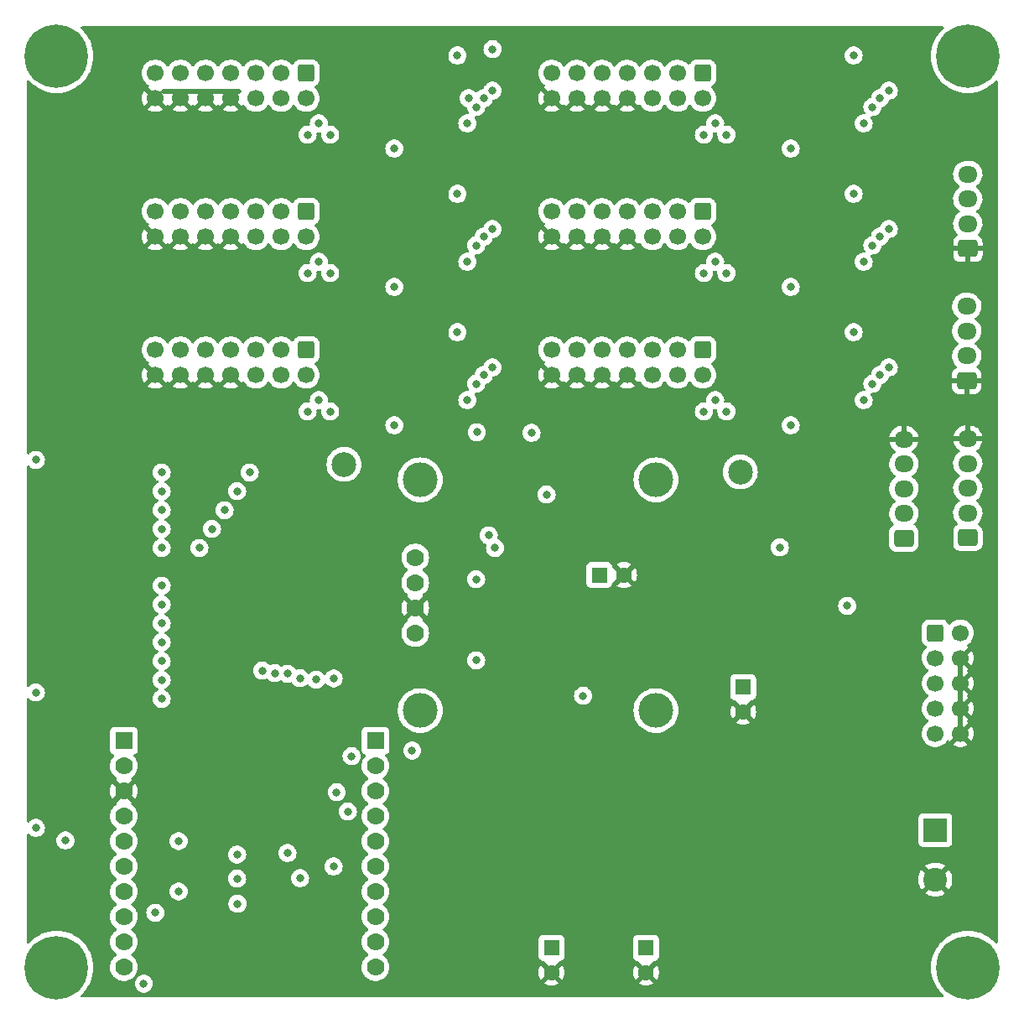
<source format=gbr>
%TF.GenerationSoftware,KiCad,Pcbnew,(7.0.0)*%
%TF.CreationDate,2023-03-12T03:04:05-07:00*%
%TF.ProjectId,EnergyMonitor - ESP PCB,456e6572-6779-44d6-9f6e-69746f72202d,rev?*%
%TF.SameCoordinates,Original*%
%TF.FileFunction,Copper,L2,Inr*%
%TF.FilePolarity,Positive*%
%FSLAX46Y46*%
G04 Gerber Fmt 4.6, Leading zero omitted, Abs format (unit mm)*
G04 Created by KiCad (PCBNEW (7.0.0)) date 2023-03-12 03:04:05*
%MOMM*%
%LPD*%
G01*
G04 APERTURE LIST*
G04 Aperture macros list*
%AMRoundRect*
0 Rectangle with rounded corners*
0 $1 Rounding radius*
0 $2 $3 $4 $5 $6 $7 $8 $9 X,Y pos of 4 corners*
0 Add a 4 corners polygon primitive as box body*
4,1,4,$2,$3,$4,$5,$6,$7,$8,$9,$2,$3,0*
0 Add four circle primitives for the rounded corners*
1,1,$1+$1,$2,$3*
1,1,$1+$1,$4,$5*
1,1,$1+$1,$6,$7*
1,1,$1+$1,$8,$9*
0 Add four rect primitives between the rounded corners*
20,1,$1+$1,$2,$3,$4,$5,0*
20,1,$1+$1,$4,$5,$6,$7,0*
20,1,$1+$1,$6,$7,$8,$9,0*
20,1,$1+$1,$8,$9,$2,$3,0*%
G04 Aperture macros list end*
%TA.AperFunction,ComponentPad*%
%ADD10RoundRect,0.250000X-0.600000X-0.600000X0.600000X-0.600000X0.600000X0.600000X-0.600000X0.600000X0*%
%TD*%
%TA.AperFunction,ComponentPad*%
%ADD11C,1.700000*%
%TD*%
%TA.AperFunction,ComponentPad*%
%ADD12C,0.800000*%
%TD*%
%TA.AperFunction,ComponentPad*%
%ADD13C,6.400000*%
%TD*%
%TA.AperFunction,ComponentPad*%
%ADD14RoundRect,0.250000X-0.600000X0.600000X-0.600000X-0.600000X0.600000X-0.600000X0.600000X0.600000X0*%
%TD*%
%TA.AperFunction,ComponentPad*%
%ADD15R,1.600000X1.600000*%
%TD*%
%TA.AperFunction,ComponentPad*%
%ADD16C,1.600000*%
%TD*%
%TA.AperFunction,ComponentPad*%
%ADD17R,2.400000X2.400000*%
%TD*%
%TA.AperFunction,ComponentPad*%
%ADD18C,2.400000*%
%TD*%
%TA.AperFunction,ComponentPad*%
%ADD19C,1.778000*%
%TD*%
%TA.AperFunction,ComponentPad*%
%ADD20C,3.500000*%
%TD*%
%TA.AperFunction,ComponentPad*%
%ADD21R,1.778000X1.778000*%
%TD*%
%TA.AperFunction,ComponentPad*%
%ADD22RoundRect,0.250000X0.725000X-0.600000X0.725000X0.600000X-0.725000X0.600000X-0.725000X-0.600000X0*%
%TD*%
%TA.AperFunction,ComponentPad*%
%ADD23O,1.950000X1.700000*%
%TD*%
%TA.AperFunction,ViaPad*%
%ADD24C,2.500000*%
%TD*%
%TA.AperFunction,ViaPad*%
%ADD25C,1.000000*%
%TD*%
%TA.AperFunction,ViaPad*%
%ADD26C,0.800000*%
%TD*%
%TA.AperFunction,Conductor*%
%ADD27C,0.500000*%
%TD*%
G04 APERTURE END LIST*
D10*
%TO.N,+9V*%
%TO.C,J1*%
X132710000Y-102230000D03*
D11*
%TO.N,unconnected-(J1-Pin_2-Pad2)*%
X135250000Y-102230000D03*
%TO.N,+9V*%
X132710000Y-104770000D03*
%TO.N,GND*%
X135250000Y-104770000D03*
%TO.N,+9V*%
X132710000Y-107310000D03*
%TO.N,GND*%
X135250000Y-107310000D03*
%TO.N,+9V*%
X132710000Y-109850000D03*
%TO.N,GND*%
X135250000Y-109850000D03*
%TO.N,unconnected-(J1-Pin_9-Pad9)*%
X132710000Y-112390000D03*
%TO.N,GND*%
X135250000Y-112390000D03*
%TD*%
D12*
%TO.N,N/C*%
%TO.C,H1*%
X41600000Y-44000000D03*
X42302944Y-42302944D03*
X42302944Y-45697056D03*
X44000000Y-41600000D03*
D13*
X44000000Y-44000000D03*
D12*
X44000000Y-46400000D03*
X45697056Y-42302944D03*
X45697056Y-45697056D03*
X46400000Y-44000000D03*
%TD*%
%TO.N,N/C*%
%TO.C,H2*%
X41600000Y-136000000D03*
X42302944Y-134302944D03*
X42302944Y-137697056D03*
X44000000Y-133600000D03*
D13*
X44000000Y-136000000D03*
D12*
X44000000Y-138400000D03*
X45697056Y-134302944D03*
X45697056Y-137697056D03*
X46400000Y-136000000D03*
%TD*%
%TO.N,N/C*%
%TO.C,H3*%
X133600000Y-44000000D03*
X134302944Y-42302944D03*
X134302944Y-45697056D03*
X136000000Y-41600000D03*
D13*
X136000000Y-44000000D03*
D12*
X136000000Y-46400000D03*
X137697056Y-42302944D03*
X137697056Y-45697056D03*
X138400000Y-44000000D03*
%TD*%
%TO.N,N/C*%
%TO.C,H4*%
X133600000Y-136000000D03*
X134302944Y-134302944D03*
X134302944Y-137697056D03*
X136000000Y-133600000D03*
D13*
X136000000Y-136000000D03*
D12*
X136000000Y-138400000D03*
X137697056Y-134302944D03*
X137697056Y-137697056D03*
X138400000Y-136000000D03*
%TD*%
D14*
%TO.N,+3.3V*%
%TO.C,J3*%
X109215000Y-59685000D03*
D11*
%TO.N,+5V*%
X109215000Y-62225000D03*
%TO.N,+3.3V*%
X106675000Y-59685000D03*
%TO.N,/ESP1/~{CS_3}*%
X106675000Y-62225000D03*
%TO.N,/ESP1/IRQ_3*%
X104135000Y-59685000D03*
%TO.N,/ESP1/~{CS_4}*%
X104135000Y-62225000D03*
%TO.N,/ESP1/IRQ_4*%
X101595000Y-59685000D03*
%TO.N,GND*%
X101595000Y-62225000D03*
%TO.N,/ESP1/MOSI_2*%
X99055000Y-59685000D03*
%TO.N,GND*%
X99055000Y-62225000D03*
%TO.N,/ESP1/MISO_2*%
X96515000Y-59685000D03*
%TO.N,GND*%
X96515000Y-62225000D03*
%TO.N,/ESP1/SCLK_2*%
X93975000Y-59685000D03*
%TO.N,GND*%
X93975000Y-62225000D03*
%TD*%
D14*
%TO.N,+3.3V*%
%TO.C,J4*%
X109215000Y-73655000D03*
D11*
%TO.N,+5V*%
X109215000Y-76195000D03*
%TO.N,+3.3V*%
X106675000Y-73655000D03*
%TO.N,/ESP1/~{CS_5}*%
X106675000Y-76195000D03*
%TO.N,/ESP1/IRQ_5*%
X104135000Y-73655000D03*
%TO.N,/ESP1/~{CS_6}*%
X104135000Y-76195000D03*
%TO.N,/ESP1/IRQ_6*%
X101595000Y-73655000D03*
%TO.N,GND*%
X101595000Y-76195000D03*
%TO.N,/ESP1/MOSI_3*%
X99055000Y-73655000D03*
%TO.N,GND*%
X99055000Y-76195000D03*
%TO.N,/ESP1/MISO_3*%
X96515000Y-73655000D03*
%TO.N,GND*%
X96515000Y-76195000D03*
%TO.N,/ESP1/SCLK_3*%
X93975000Y-73655000D03*
%TO.N,GND*%
X93975000Y-76195000D03*
%TD*%
D14*
%TO.N,+3.3V*%
%TO.C,J7*%
X69210000Y-73655000D03*
D11*
%TO.N,+5V*%
X69210000Y-76195000D03*
%TO.N,+3.3V*%
X66670000Y-73655000D03*
%TO.N,/ESP1/~{CS_11}*%
X66670000Y-76195000D03*
%TO.N,/ESP1/IRQ_11*%
X64130000Y-73655000D03*
%TO.N,/ESP1/~{CS_12}*%
X64130000Y-76195000D03*
%TO.N,/ESP1/IRQ_12*%
X61590000Y-73655000D03*
%TO.N,GND*%
X61590000Y-76195000D03*
%TO.N,/ESP1/MOSI_6*%
X59050000Y-73655000D03*
%TO.N,GND*%
X59050000Y-76195000D03*
%TO.N,/ESP1/MISO_6*%
X56510000Y-73655000D03*
%TO.N,GND*%
X56510000Y-76195000D03*
%TO.N,/ESP1/SCLK_6*%
X53970000Y-73655000D03*
%TO.N,GND*%
X53970000Y-76195000D03*
%TD*%
D14*
%TO.N,+3.3V*%
%TO.C,J6*%
X69210000Y-59685000D03*
D11*
%TO.N,+5V*%
X69210000Y-62225000D03*
%TO.N,+3.3V*%
X66670000Y-59685000D03*
%TO.N,/ESP1/~{CS_9}*%
X66670000Y-62225000D03*
%TO.N,/ESP1/IRQ_9*%
X64130000Y-59685000D03*
%TO.N,/ESP1/~{CS_10}*%
X64130000Y-62225000D03*
%TO.N,/ESP1/IRQ_10*%
X61590000Y-59685000D03*
%TO.N,GND*%
X61590000Y-62225000D03*
%TO.N,/ESP1/MOSI_5*%
X59050000Y-59685000D03*
%TO.N,GND*%
X59050000Y-62225000D03*
%TO.N,/ESP1/MISO_5*%
X56510000Y-59685000D03*
%TO.N,GND*%
X56510000Y-62225000D03*
%TO.N,/ESP1/SCLK_5*%
X53970000Y-59685000D03*
%TO.N,GND*%
X53970000Y-62225000D03*
%TD*%
D14*
%TO.N,+3.3V*%
%TO.C,J5*%
X69210000Y-45715000D03*
D11*
%TO.N,+5V*%
X69210000Y-48255000D03*
%TO.N,+3.3V*%
X66670000Y-45715000D03*
%TO.N,/ESP1/~{CS_7}*%
X66670000Y-48255000D03*
%TO.N,/ESP1/IRQ_7*%
X64130000Y-45715000D03*
%TO.N,/ESP1/~{CS_8}*%
X64130000Y-48255000D03*
%TO.N,/ESP1/IRQ_8*%
X61590000Y-45715000D03*
%TO.N,GND*%
X61590000Y-48255000D03*
%TO.N,/ESP1/MOSI_4*%
X59050000Y-45715000D03*
%TO.N,GND*%
X59050000Y-48255000D03*
%TO.N,/ESP1/MISO_4*%
X56510000Y-45715000D03*
%TO.N,GND*%
X56510000Y-48255000D03*
%TO.N,/ESP1/SCLK_4*%
X53970000Y-45715000D03*
%TO.N,GND*%
X53970000Y-48255000D03*
%TD*%
D15*
%TO.N,Net-(U5-+VIn)*%
%TO.C,C14*%
X93974999Y-134019999D03*
D16*
%TO.N,GND*%
X93975000Y-136520000D03*
%TD*%
D17*
%TO.N,+9V*%
%TO.C,C4*%
X132709999Y-122131040D03*
D18*
%TO.N,GND*%
X132710000Y-127131041D03*
%TD*%
D15*
%TO.N,Net-(U5-+VIn)*%
%TO.C,C5*%
X103499999Y-134019999D03*
D16*
%TO.N,GND*%
X103500000Y-136520000D03*
%TD*%
D15*
%TO.N,+5V*%
%TO.C,C15*%
X98782605Y-96387999D03*
D16*
%TO.N,GND*%
X101282606Y-96388000D03*
%TD*%
D15*
%TO.N,+3.3V*%
%TO.C,C16*%
X113309999Y-107699999D03*
D16*
%TO.N,GND*%
X113310000Y-110200000D03*
%TD*%
D14*
%TO.N,+3.3V*%
%TO.C,J2*%
X109215000Y-45715000D03*
D11*
%TO.N,+5V*%
X109215000Y-48255000D03*
%TO.N,+3.3V*%
X106675000Y-45715000D03*
%TO.N,/ESP1/~{CS_1}*%
X106675000Y-48255000D03*
%TO.N,/ESP1/IRQ_1*%
X104135000Y-45715000D03*
%TO.N,/ESP1/~{CS_2}*%
X104135000Y-48255000D03*
%TO.N,/ESP1/IRQ_2*%
X101595000Y-45715000D03*
%TO.N,GND*%
X101595000Y-48255000D03*
%TO.N,/ESP1/MOSI_1*%
X99055000Y-45715000D03*
%TO.N,GND*%
X99055000Y-48255000D03*
%TO.N,/ESP1/MISO_1*%
X96515000Y-45715000D03*
%TO.N,GND*%
X96515000Y-48255000D03*
%TO.N,/ESP1/SCLK_1*%
X93975000Y-45715000D03*
%TO.N,GND*%
X93975000Y-48255000D03*
%TD*%
D19*
%TO.N,+5V*%
%TO.C,LCD1*%
X80205000Y-102230000D03*
%TO.N,GND*%
X80205000Y-99690000D03*
%TO.N,/ESP1/I2C_SCL*%
X80205000Y-97150000D03*
%TO.N,/ESP1/I2C_SDA*%
X80205000Y-94610000D03*
D20*
%TO.N,N/C*%
X80705000Y-110070000D03*
X104505000Y-110070000D03*
X80705000Y-86770000D03*
X104505000Y-86770000D03*
%TD*%
D21*
%TO.N,+5V*%
%TO.C,U2*%
X50794999Y-113112499D03*
D19*
%TO.N,unconnected-(U2-3.3V-Pad2)*%
X50795000Y-115652500D03*
%TO.N,GND*%
X50795000Y-118192500D03*
%TO.N,unconnected-(U2-ESP_EN-Pad4)*%
X50795000Y-120732500D03*
%TO.N,/ESP1/I2C_SDA*%
X50795000Y-123272500D03*
%TO.N,unconnected-(U2-GPIO1{slash}U0TXD-Pad6)*%
X50795000Y-125812500D03*
%TO.N,/ESP1/I2C_SCL*%
X50795000Y-128352500D03*
%TO.N,unconnected-(U2-GPIO3{slash}U0RXD-Pad8)*%
X50795000Y-130892500D03*
%TO.N,/ESP1/CS_EN*%
X50795000Y-133432500D03*
%TO.N,/ESP1/CS_A3*%
X50795000Y-135972500D03*
D21*
%TO.N,Net-(U2-GPIO39)*%
X76194999Y-113112499D03*
D19*
%TO.N,/ESP1/1WIRE*%
X76195000Y-115652500D03*
%TO.N,/ESP1/MISO*%
X76195000Y-118192500D03*
%TO.N,unconnected-(U2-GPIO34{slash}BUT1-Pad14)*%
X76195000Y-120732500D03*
%TO.N,Net-(U2-GPIO33)*%
X76195000Y-123272500D03*
%TO.N,/ESP1/CS_A0*%
X76195000Y-125812500D03*
%TO.N,/ESP1/CS_A1*%
X76195000Y-128352500D03*
%TO.N,/ESP1/MOSI*%
X76195000Y-130892500D03*
%TO.N,/ESP1/SCLK*%
X76195000Y-133432500D03*
%TO.N,/ESP1/CS_A2*%
X76195000Y-135972500D03*
%TD*%
D22*
%TO.N,GND*%
%TO.C,J8*%
X135885000Y-76750000D03*
D23*
%TO.N,/ESP1/1WIRE*%
X135884999Y-74249999D03*
%TO.N,+3.3V*%
X135884999Y-71749999D03*
%TO.N,+5V*%
X135884999Y-69249999D03*
%TD*%
D22*
%TO.N,GND*%
%TO.C,J9*%
X135995000Y-63435000D03*
D23*
%TO.N,/ESP1/1WIRE*%
X135994999Y-60934999D03*
%TO.N,+3.3V*%
X135994999Y-58434999D03*
%TO.N,+5V*%
X135994999Y-55934999D03*
%TD*%
D22*
%TO.N,+5V*%
%TO.C,J11*%
X129535000Y-92665000D03*
D23*
%TO.N,+3.3V*%
X129534999Y-90164999D03*
%TO.N,/ESP1/I2C_SCL*%
X129534999Y-87664999D03*
%TO.N,/ESP1/I2C_SDA*%
X129534999Y-85164999D03*
%TO.N,GND*%
X129534999Y-82664999D03*
%TD*%
D22*
%TO.N,+5V*%
%TO.C,J12*%
X135995000Y-92625000D03*
D23*
%TO.N,+3.3V*%
X135994999Y-90124999D03*
%TO.N,/ESP1/I2C_SCL*%
X135994999Y-87624999D03*
%TO.N,/ESP1/I2C_SDA*%
X135994999Y-85124999D03*
%TO.N,GND*%
X135994999Y-82624999D03*
%TD*%
D24*
%TO.N,GND*%
X122810000Y-123700000D03*
X84450000Y-122900000D03*
D25*
X96310000Y-114700000D03*
D24*
X115285000Y-103700000D03*
D26*
X90800000Y-78968000D03*
X118653000Y-98324000D03*
X116406000Y-81280500D03*
X108011500Y-68884500D03*
X81783000Y-52827000D03*
X114308000Y-59815000D03*
X64765000Y-116200000D03*
X74303000Y-45845000D03*
X78735000Y-120920000D03*
D25*
X115310000Y-114700000D03*
D26*
X58860000Y-68130000D03*
X124201000Y-84958000D03*
D24*
X91562000Y-100706000D03*
D26*
X70395000Y-130805000D03*
X88895000Y-89835000D03*
X57145000Y-111120000D03*
X108011500Y-82854500D03*
X74303000Y-59815000D03*
X98865000Y-68130000D03*
D24*
X87835000Y-125725000D03*
D26*
X98865000Y-54160000D03*
D24*
X106835000Y-125700000D03*
D26*
X76401000Y-53340500D03*
D24*
X107810000Y-114675000D03*
D26*
X58860000Y-82100000D03*
X81783000Y-66797000D03*
X68006500Y-82854500D03*
X116406000Y-53340500D03*
X41905000Y-113406000D03*
X68006500Y-54914500D03*
X114308000Y-73785000D03*
X76401000Y-81280500D03*
X121788000Y-80767000D03*
X121788000Y-66797000D03*
X116406000Y-67310500D03*
D24*
X100785000Y-120700000D03*
X110835000Y-117700000D03*
D26*
X72295000Y-122435000D03*
X74303000Y-73785000D03*
X81783000Y-80767000D03*
D24*
X85785000Y-117700000D03*
D26*
X114308000Y-45845000D03*
X68006500Y-68884500D03*
X76401000Y-67310500D03*
X41905000Y-130170000D03*
X121788000Y-52827000D03*
D24*
X106835000Y-120700000D03*
X100785000Y-125700000D03*
D26*
X58860000Y-54160000D03*
X98865000Y-82100000D03*
X108011500Y-54914500D03*
D24*
X91835000Y-117700000D03*
D26*
%TO.N,+3.3V*%
X53970000Y-130480000D03*
X85466000Y-50795000D03*
X71617500Y-79878000D03*
X54605000Y-108885000D03*
X72280000Y-118310000D03*
X79900000Y-114105000D03*
X91943000Y-82037000D03*
X85466000Y-64765000D03*
X41905000Y-108250000D03*
X56321250Y-128332750D03*
X41905000Y-84755000D03*
X41905000Y-121915000D03*
X125471000Y-78735000D03*
X111622500Y-51938000D03*
X111622500Y-65908000D03*
X71617500Y-51938000D03*
X125471000Y-50795000D03*
X85466000Y-78735000D03*
X111622500Y-79878000D03*
X71617500Y-65908000D03*
X125471000Y-64765000D03*
X56321250Y-123252750D03*
X117013000Y-93594000D03*
%TO.N,Net-(D6-A)*%
X52805000Y-137650000D03*
X44890000Y-123185000D03*
%TO.N,Net-(R3-Pad2)*%
X86355000Y-104990000D03*
X86355000Y-96820000D03*
D24*
%TO.N,+5V*%
X113025000Y-85974000D03*
X73020000Y-85212000D03*
D26*
%TO.N,/ESP1/1WIRE*%
X97150000Y-108580000D03*
%TO.N,/ESP1/~{CS_2}*%
X109342000Y-51938000D03*
X54605000Y-106980000D03*
X64765000Y-106040000D03*
%TO.N,/ESP1/~{CS_1}*%
X66035000Y-106294000D03*
X110485000Y-50795000D03*
X54605000Y-105075000D03*
%TO.N,/ESP1/SCLK*%
X128011000Y-61463000D03*
X88006000Y-47493000D03*
X88006000Y-61463000D03*
X88006000Y-75433000D03*
X128011000Y-75433000D03*
X88006000Y-43302000D03*
X73782000Y-114676000D03*
X128011000Y-47493000D03*
X73401000Y-120264000D03*
%TO.N,/ESP1/MISO*%
X127122000Y-48255000D03*
X127122000Y-62225000D03*
X127122000Y-76195000D03*
X87117000Y-48255000D03*
X87117000Y-76195000D03*
X87117000Y-62225000D03*
X85593000Y-48255000D03*
%TO.N,/ESP1/MOSI*%
X126360000Y-49144000D03*
X86355000Y-77084000D03*
X126360000Y-63114000D03*
X126360000Y-77084000D03*
X86355000Y-63114000D03*
X86355000Y-49144000D03*
%TO.N,Net-(U3-Pad1)*%
X93467000Y-88260000D03*
X86420000Y-81972000D03*
%TO.N,/ESP1/I2C_SCL*%
X88260000Y-93645000D03*
%TO.N,Net-(U2-GPIO33)*%
X123820000Y-99505000D03*
%TO.N,/ESP1/CS_A0*%
X71964500Y-125812500D03*
X62256500Y-129566500D03*
%TO.N,/ESP1/CS_A1*%
X68575000Y-126995000D03*
X62225000Y-127026500D03*
%TO.N,/ESP1/CS_A2*%
X62225000Y-124598500D03*
X67305000Y-124455000D03*
%TO.N,Net-(U7-OEa)*%
X78100000Y-53335000D03*
X84455500Y-43937000D03*
%TO.N,Net-(U9-OEa)*%
X84455500Y-57907000D03*
X78100000Y-67305000D03*
%TO.N,Net-(U11-OEa)*%
X78100000Y-81275000D03*
X84455500Y-71877000D03*
%TO.N,Net-(U13-OEa)*%
X118105000Y-53335000D03*
X124460500Y-43937000D03*
%TO.N,Net-(U15-OEa)*%
X118105000Y-67305000D03*
X124460500Y-57907000D03*
%TO.N,Net-(U17-OEa)*%
X124460500Y-71877000D03*
X118105000Y-81275000D03*
%TO.N,/ESP1/I2C_SDA*%
X87625000Y-92375000D03*
%TO.N,/ESP1/~{CS_4_R}*%
X67305000Y-106345000D03*
X109342000Y-65908000D03*
X54605000Y-103170000D03*
%TO.N,/ESP1/~{CS_3_R}*%
X110485000Y-64765000D03*
X54605000Y-101265000D03*
X68575000Y-106802000D03*
%TO.N,/ESP1/~{CS_11_R}*%
X54605000Y-86025000D03*
X63495000Y-86025000D03*
X70480000Y-78735000D03*
%TO.N,/ESP1/~{CS_12_R}*%
X62225000Y-87930000D03*
X54605000Y-87930000D03*
X69337000Y-79878000D03*
%TO.N,/ESP1/~{CS_5_R}*%
X71978500Y-106827500D03*
X54605000Y-97455000D03*
X110485000Y-78735000D03*
%TO.N,/ESP1/~{CS_6_R}*%
X109342000Y-79878000D03*
X70200500Y-106954500D03*
X54605000Y-99360000D03*
%TO.N,/ESP1/~{CS_9_R}*%
X70480000Y-64765000D03*
X54605000Y-89835000D03*
X60955000Y-89835000D03*
%TO.N,/ESP1/~{CS_10_R}*%
X54605000Y-91740000D03*
X59685000Y-91740000D03*
X69337000Y-65908000D03*
%TO.N,/ESP1/~{CS_7_R}*%
X54605000Y-93645000D03*
X58415000Y-93645000D03*
X70480000Y-50795000D03*
%TO.N,/ESP1/~{CS_8_R}*%
X69337000Y-51938000D03*
%TD*%
D27*
%TO.N,GND*%
X54760000Y-47540000D02*
X62380000Y-47540000D01*
X135250000Y-104770000D02*
X135250000Y-112390000D01*
%TD*%
%TA.AperFunction,Conductor*%
%TO.N,GND*%
G36*
X133515558Y-41014956D02*
G01*
X133560964Y-41056273D01*
X133581457Y-41114143D01*
X133572170Y-41174828D01*
X133535310Y-41223919D01*
X133529801Y-41228380D01*
X133517696Y-41238182D01*
X133517682Y-41238194D01*
X133515124Y-41240266D01*
X133512790Y-41242599D01*
X133512780Y-41242609D01*
X133242602Y-41512787D01*
X133242592Y-41512797D01*
X133240266Y-41515124D01*
X133238194Y-41517682D01*
X133238191Y-41517686D01*
X132997717Y-41814645D01*
X132997711Y-41814653D01*
X132995643Y-41817207D01*
X132993856Y-41819957D01*
X132993847Y-41819971D01*
X132785736Y-42140436D01*
X132785729Y-42140447D01*
X132783938Y-42143206D01*
X132782443Y-42146139D01*
X132782439Y-42146147D01*
X132608965Y-42486607D01*
X132608958Y-42486622D01*
X132607468Y-42489547D01*
X132606291Y-42492612D01*
X132606283Y-42492631D01*
X132469353Y-42849347D01*
X132469350Y-42849355D01*
X132468167Y-42852438D01*
X132467315Y-42855617D01*
X132467311Y-42855630D01*
X132368416Y-43224711D01*
X132368413Y-43224724D01*
X132367562Y-43227901D01*
X132367047Y-43231148D01*
X132367045Y-43231161D01*
X132307268Y-43608576D01*
X132306754Y-43611824D01*
X132306582Y-43615100D01*
X132306581Y-43615113D01*
X132287671Y-43975955D01*
X132286411Y-44000000D01*
X132286584Y-44003301D01*
X132306581Y-44384886D01*
X132306582Y-44384897D01*
X132306754Y-44388176D01*
X132307267Y-44391417D01*
X132307268Y-44391423D01*
X132367045Y-44768838D01*
X132367046Y-44768847D01*
X132367562Y-44772099D01*
X132368414Y-44775279D01*
X132368416Y-44775288D01*
X132447579Y-45070728D01*
X132468167Y-45147562D01*
X132469352Y-45150649D01*
X132469353Y-45150652D01*
X132606283Y-45507368D01*
X132606288Y-45507380D01*
X132607468Y-45510453D01*
X132783938Y-45856795D01*
X132785734Y-45859561D01*
X132785736Y-45859564D01*
X132976005Y-46152554D01*
X132995643Y-46182793D01*
X133240266Y-46484876D01*
X133515124Y-46759734D01*
X133817207Y-47004357D01*
X134143205Y-47216062D01*
X134489547Y-47392532D01*
X134852438Y-47531833D01*
X135227901Y-47632438D01*
X135611824Y-47693246D01*
X136000000Y-47713589D01*
X136388176Y-47693246D01*
X136772099Y-47632438D01*
X137147562Y-47531833D01*
X137510453Y-47392532D01*
X137856795Y-47216062D01*
X138182793Y-47004357D01*
X138484876Y-46759734D01*
X138759734Y-46484876D01*
X138776080Y-46464689D01*
X138825172Y-46427830D01*
X138885857Y-46418543D01*
X138943727Y-46439036D01*
X138985044Y-46484442D01*
X139000000Y-46543984D01*
X139000000Y-133456016D01*
X138985044Y-133515558D01*
X138943727Y-133560964D01*
X138885857Y-133581457D01*
X138825172Y-133572170D01*
X138776080Y-133535310D01*
X138759734Y-133515124D01*
X138484876Y-133240266D01*
X138182793Y-132995643D01*
X138180033Y-132993850D01*
X138180028Y-132993847D01*
X137859564Y-132785736D01*
X137859561Y-132785734D01*
X137856795Y-132783938D01*
X137727406Y-132718011D01*
X137513392Y-132608965D01*
X137513384Y-132608961D01*
X137510453Y-132607468D01*
X137507380Y-132606288D01*
X137507368Y-132606283D01*
X137150652Y-132469353D01*
X137150649Y-132469352D01*
X137147562Y-132468167D01*
X137144376Y-132467313D01*
X137144369Y-132467311D01*
X136775288Y-132368416D01*
X136775279Y-132368414D01*
X136772099Y-132367562D01*
X136768847Y-132367046D01*
X136768838Y-132367045D01*
X136391423Y-132307268D01*
X136391417Y-132307267D01*
X136388176Y-132306754D01*
X136384897Y-132306582D01*
X136384886Y-132306581D01*
X136003301Y-132286584D01*
X136000000Y-132286411D01*
X135996699Y-132286584D01*
X135615113Y-132306581D01*
X135615100Y-132306582D01*
X135611824Y-132306754D01*
X135608584Y-132307267D01*
X135608576Y-132307268D01*
X135231161Y-132367045D01*
X135231148Y-132367047D01*
X135227901Y-132367562D01*
X135224724Y-132368413D01*
X135224711Y-132368416D01*
X134855630Y-132467311D01*
X134855617Y-132467315D01*
X134852438Y-132468167D01*
X134849355Y-132469350D01*
X134849347Y-132469353D01*
X134492631Y-132606283D01*
X134492612Y-132606291D01*
X134489547Y-132607468D01*
X134486622Y-132608958D01*
X134486607Y-132608965D01*
X134146147Y-132782439D01*
X134146139Y-132782443D01*
X134143206Y-132783938D01*
X134140447Y-132785729D01*
X134140436Y-132785736D01*
X133819971Y-132993847D01*
X133819957Y-132993856D01*
X133817207Y-132995643D01*
X133814653Y-132997711D01*
X133814645Y-132997717D01*
X133517686Y-133238191D01*
X133515124Y-133240266D01*
X133512797Y-133242592D01*
X133512787Y-133242602D01*
X133242602Y-133512787D01*
X133242592Y-133512797D01*
X133240266Y-133515124D01*
X133238194Y-133517682D01*
X133238191Y-133517686D01*
X132997717Y-133814645D01*
X132997711Y-133814653D01*
X132995643Y-133817207D01*
X132993856Y-133819957D01*
X132993847Y-133819971D01*
X132785736Y-134140436D01*
X132785729Y-134140447D01*
X132783938Y-134143206D01*
X132782443Y-134146139D01*
X132782439Y-134146147D01*
X132608965Y-134486607D01*
X132608958Y-134486622D01*
X132607468Y-134489547D01*
X132606291Y-134492612D01*
X132606283Y-134492631D01*
X132469353Y-134849347D01*
X132469350Y-134849355D01*
X132468167Y-134852438D01*
X132467315Y-134855617D01*
X132467311Y-134855630D01*
X132368416Y-135224711D01*
X132368413Y-135224724D01*
X132367562Y-135227901D01*
X132367047Y-135231148D01*
X132367045Y-135231161D01*
X132307268Y-135608576D01*
X132306754Y-135611824D01*
X132306582Y-135615100D01*
X132306581Y-135615113D01*
X132293303Y-135868482D01*
X132286411Y-136000000D01*
X132286584Y-136003301D01*
X132306581Y-136384886D01*
X132306582Y-136384897D01*
X132306754Y-136388176D01*
X132307267Y-136391417D01*
X132307268Y-136391423D01*
X132367045Y-136768838D01*
X132367046Y-136768847D01*
X132367562Y-136772099D01*
X132368414Y-136775279D01*
X132368416Y-136775288D01*
X132467311Y-137144369D01*
X132468167Y-137147562D01*
X132469352Y-137150649D01*
X132469353Y-137150652D01*
X132606283Y-137507368D01*
X132606288Y-137507380D01*
X132607468Y-137510453D01*
X132608961Y-137513384D01*
X132608965Y-137513392D01*
X132760923Y-137811625D01*
X132783938Y-137856795D01*
X132785734Y-137859561D01*
X132785736Y-137859564D01*
X132894650Y-138027278D01*
X132995643Y-138182793D01*
X133240266Y-138484876D01*
X133515124Y-138759734D01*
X133535310Y-138776080D01*
X133572170Y-138825172D01*
X133581457Y-138885857D01*
X133560964Y-138943727D01*
X133515558Y-138985044D01*
X133456016Y-139000000D01*
X46543984Y-139000000D01*
X46484442Y-138985044D01*
X46439036Y-138943727D01*
X46418543Y-138885857D01*
X46427830Y-138825172D01*
X46464689Y-138776080D01*
X46484876Y-138759734D01*
X46759734Y-138484876D01*
X47004357Y-138182793D01*
X47216062Y-137856795D01*
X47321429Y-137650000D01*
X51891496Y-137650000D01*
X51892186Y-137656565D01*
X51910610Y-137831865D01*
X51911458Y-137839928D01*
X51913495Y-137846200D01*
X51913497Y-137846205D01*
X51968430Y-138015271D01*
X51968433Y-138015278D01*
X51970473Y-138021556D01*
X52065960Y-138186944D01*
X52193747Y-138328866D01*
X52348248Y-138441118D01*
X52522712Y-138518794D01*
X52709513Y-138558500D01*
X52893884Y-138558500D01*
X52900487Y-138558500D01*
X53087288Y-138518794D01*
X53261752Y-138441118D01*
X53416253Y-138328866D01*
X53544040Y-138186944D01*
X53639527Y-138021556D01*
X53698542Y-137839928D01*
X53718504Y-137650000D01*
X53713960Y-137606770D01*
X93250860Y-137606770D01*
X93258414Y-137615014D01*
X93313996Y-137653933D01*
X93323482Y-137659410D01*
X93520946Y-137751489D01*
X93531238Y-137755235D01*
X93741687Y-137811625D01*
X93752480Y-137813528D01*
X93969525Y-137832517D01*
X93980475Y-137832517D01*
X94197519Y-137813528D01*
X94208312Y-137811625D01*
X94418761Y-137755235D01*
X94429053Y-137751489D01*
X94626510Y-137659413D01*
X94636006Y-137653931D01*
X94691586Y-137615013D01*
X94699138Y-137606771D01*
X94699137Y-137606770D01*
X102775860Y-137606770D01*
X102783414Y-137615014D01*
X102838996Y-137653933D01*
X102848482Y-137659410D01*
X103045946Y-137751489D01*
X103056238Y-137755235D01*
X103266687Y-137811625D01*
X103277480Y-137813528D01*
X103494525Y-137832517D01*
X103505475Y-137832517D01*
X103722519Y-137813528D01*
X103733312Y-137811625D01*
X103943761Y-137755235D01*
X103954053Y-137751489D01*
X104151510Y-137659413D01*
X104161006Y-137653931D01*
X104216586Y-137615013D01*
X104224138Y-137606771D01*
X104218128Y-137597338D01*
X103511729Y-136890939D01*
X103499999Y-136884167D01*
X103488271Y-136890938D01*
X102781867Y-137597341D01*
X102775860Y-137606770D01*
X94699137Y-137606770D01*
X94693128Y-137597338D01*
X93986729Y-136890939D01*
X93974999Y-136884167D01*
X93963271Y-136890938D01*
X93256867Y-137597341D01*
X93250860Y-137606770D01*
X53713960Y-137606770D01*
X53698542Y-137460072D01*
X53656890Y-137331880D01*
X53641569Y-137284728D01*
X53641568Y-137284726D01*
X53639527Y-137278444D01*
X53544040Y-137113056D01*
X53416253Y-136971134D01*
X53410911Y-136967253D01*
X53410908Y-136967250D01*
X53305873Y-136890938D01*
X53261752Y-136858882D01*
X53087288Y-136781206D01*
X53080835Y-136779834D01*
X53080831Y-136779833D01*
X52906943Y-136742872D01*
X52906940Y-136742871D01*
X52900487Y-136741500D01*
X52709513Y-136741500D01*
X52703060Y-136742871D01*
X52703056Y-136742872D01*
X52529168Y-136779833D01*
X52529161Y-136779835D01*
X52522712Y-136781206D01*
X52516682Y-136783890D01*
X52516681Y-136783891D01*
X52354278Y-136856197D01*
X52354275Y-136856198D01*
X52348248Y-136858882D01*
X52342907Y-136862762D01*
X52342906Y-136862763D01*
X52199091Y-136967250D01*
X52199083Y-136967256D01*
X52193747Y-136971134D01*
X52189330Y-136976039D01*
X52189325Y-136976044D01*
X52070379Y-137108148D01*
X52065960Y-137113056D01*
X52062661Y-137118769D01*
X52062658Y-137118774D01*
X51984471Y-137254198D01*
X51970473Y-137278444D01*
X51968434Y-137284718D01*
X51968430Y-137284728D01*
X51913497Y-137453794D01*
X51913495Y-137453801D01*
X51911458Y-137460072D01*
X51891496Y-137650000D01*
X47321429Y-137650000D01*
X47392532Y-137510453D01*
X47531833Y-137147562D01*
X47632438Y-136772099D01*
X47693246Y-136388176D01*
X47713589Y-136000000D01*
X47712148Y-135972500D01*
X49392710Y-135972500D01*
X49393140Y-135977689D01*
X49410045Y-136181715D01*
X49411835Y-136203309D01*
X49468690Y-136427823D01*
X49470782Y-136432592D01*
X49470783Y-136432595D01*
X49514268Y-136531730D01*
X49561723Y-136639916D01*
X49688396Y-136833804D01*
X49740992Y-136890938D01*
X49841725Y-137000364D01*
X49841728Y-137000367D01*
X49845255Y-137004198D01*
X50028020Y-137146450D01*
X50231707Y-137256680D01*
X50236635Y-137258372D01*
X50236638Y-137258373D01*
X50313408Y-137284728D01*
X50450758Y-137331880D01*
X50679200Y-137370000D01*
X50905589Y-137370000D01*
X50910800Y-137370000D01*
X51139242Y-137331880D01*
X51358293Y-137256680D01*
X51561980Y-137146450D01*
X51744745Y-137004198D01*
X51901604Y-136833804D01*
X52028277Y-136639916D01*
X52121310Y-136427823D01*
X52178165Y-136203309D01*
X52197290Y-135972500D01*
X74792710Y-135972500D01*
X74793140Y-135977689D01*
X74810045Y-136181715D01*
X74811835Y-136203309D01*
X74868690Y-136427823D01*
X74870782Y-136432592D01*
X74870783Y-136432595D01*
X74914268Y-136531730D01*
X74961723Y-136639916D01*
X75088396Y-136833804D01*
X75140992Y-136890938D01*
X75241725Y-137000364D01*
X75241728Y-137000367D01*
X75245255Y-137004198D01*
X75428020Y-137146450D01*
X75631707Y-137256680D01*
X75636635Y-137258372D01*
X75636638Y-137258373D01*
X75713408Y-137284728D01*
X75850758Y-137331880D01*
X76079200Y-137370000D01*
X76305589Y-137370000D01*
X76310800Y-137370000D01*
X76539242Y-137331880D01*
X76758293Y-137256680D01*
X76961980Y-137146450D01*
X77144745Y-137004198D01*
X77301604Y-136833804D01*
X77428277Y-136639916D01*
X77478476Y-136525475D01*
X92662483Y-136525475D01*
X92681471Y-136742519D01*
X92683374Y-136753312D01*
X92739764Y-136963761D01*
X92743510Y-136974053D01*
X92835587Y-137171513D01*
X92841066Y-137181002D01*
X92879985Y-137236586D01*
X92888228Y-137244138D01*
X92897656Y-137238132D01*
X93604059Y-136531730D01*
X93610832Y-136519999D01*
X94339167Y-136519999D01*
X94345939Y-136531729D01*
X95052338Y-137238128D01*
X95061771Y-137244138D01*
X95070013Y-137236586D01*
X95108931Y-137181006D01*
X95114413Y-137171510D01*
X95206489Y-136974053D01*
X95210235Y-136963761D01*
X95266625Y-136753312D01*
X95268528Y-136742519D01*
X95287517Y-136525475D01*
X102187483Y-136525475D01*
X102206471Y-136742519D01*
X102208374Y-136753312D01*
X102264764Y-136963761D01*
X102268510Y-136974053D01*
X102360587Y-137171513D01*
X102366066Y-137181002D01*
X102404985Y-137236586D01*
X102413228Y-137244138D01*
X102422656Y-137238132D01*
X103129059Y-136531730D01*
X103135832Y-136519999D01*
X103864167Y-136519999D01*
X103870939Y-136531729D01*
X104577338Y-137238128D01*
X104586771Y-137244138D01*
X104595013Y-137236586D01*
X104633931Y-137181006D01*
X104639413Y-137171510D01*
X104731489Y-136974053D01*
X104735235Y-136963761D01*
X104791625Y-136753312D01*
X104793528Y-136742519D01*
X104812517Y-136525475D01*
X104812517Y-136514525D01*
X104793528Y-136297480D01*
X104791625Y-136286687D01*
X104735235Y-136076238D01*
X104731489Y-136065946D01*
X104639410Y-135868482D01*
X104633933Y-135858996D01*
X104595014Y-135803414D01*
X104586770Y-135795860D01*
X104577341Y-135801867D01*
X103870938Y-136508271D01*
X103864167Y-136519999D01*
X103135832Y-136519999D01*
X103129060Y-136508270D01*
X102422659Y-135801869D01*
X102413227Y-135795860D01*
X102404985Y-135803413D01*
X102366067Y-135858995D01*
X102360587Y-135868485D01*
X102268510Y-136065946D01*
X102264764Y-136076238D01*
X102208374Y-136286687D01*
X102206471Y-136297480D01*
X102187483Y-136514525D01*
X102187483Y-136525475D01*
X95287517Y-136525475D01*
X95287517Y-136514525D01*
X95268528Y-136297480D01*
X95266625Y-136286687D01*
X95210235Y-136076238D01*
X95206489Y-136065946D01*
X95114410Y-135868482D01*
X95108933Y-135858996D01*
X95070014Y-135803414D01*
X95061770Y-135795860D01*
X95052341Y-135801867D01*
X94345938Y-136508271D01*
X94339167Y-136519999D01*
X93610832Y-136519999D01*
X93604060Y-136508270D01*
X92897659Y-135801869D01*
X92888227Y-135795860D01*
X92879985Y-135803413D01*
X92841067Y-135858995D01*
X92835587Y-135868485D01*
X92743510Y-136065946D01*
X92739764Y-136076238D01*
X92683374Y-136286687D01*
X92681471Y-136297480D01*
X92662483Y-136514525D01*
X92662483Y-136525475D01*
X77478476Y-136525475D01*
X77521310Y-136427823D01*
X77578165Y-136203309D01*
X77597290Y-135972500D01*
X77578165Y-135741691D01*
X77521310Y-135517177D01*
X77428277Y-135305084D01*
X77301604Y-135111196D01*
X77144745Y-134940802D01*
X77052029Y-134868638D01*
X92666500Y-134868638D01*
X92666859Y-134871985D01*
X92666860Y-134871988D01*
X92672168Y-134921367D01*
X92672169Y-134921373D01*
X92673011Y-134929201D01*
X92675762Y-134936578D01*
X92675763Y-134936580D01*
X92720962Y-135057763D01*
X92720964Y-135057766D01*
X92724111Y-135066204D01*
X92729508Y-135073414D01*
X92729510Y-135073417D01*
X92806340Y-135176049D01*
X92811739Y-135183261D01*
X92818950Y-135188659D01*
X92867109Y-135224711D01*
X92928796Y-135270889D01*
X93065799Y-135321989D01*
X93126362Y-135328500D01*
X93129755Y-135328500D01*
X93132611Y-135328653D01*
X93188002Y-135344854D01*
X93230359Y-135384052D01*
X93246226Y-135425953D01*
X93256869Y-135442659D01*
X93963270Y-136149060D01*
X93974999Y-136155832D01*
X93986730Y-136149059D01*
X94693132Y-135442656D01*
X94703772Y-135425955D01*
X94719637Y-135384055D01*
X94761995Y-135344855D01*
X94817388Y-135328653D01*
X94820244Y-135328500D01*
X94823638Y-135328500D01*
X94884201Y-135321989D01*
X95021204Y-135270889D01*
X95138261Y-135183261D01*
X95225889Y-135066204D01*
X95276989Y-134929201D01*
X95283500Y-134868638D01*
X102191500Y-134868638D01*
X102191859Y-134871985D01*
X102191860Y-134871988D01*
X102197168Y-134921367D01*
X102197169Y-134921373D01*
X102198011Y-134929201D01*
X102200762Y-134936578D01*
X102200763Y-134936580D01*
X102245962Y-135057763D01*
X102245964Y-135057766D01*
X102249111Y-135066204D01*
X102254508Y-135073414D01*
X102254510Y-135073417D01*
X102331340Y-135176049D01*
X102336739Y-135183261D01*
X102343950Y-135188659D01*
X102392109Y-135224711D01*
X102453796Y-135270889D01*
X102590799Y-135321989D01*
X102651362Y-135328500D01*
X102654755Y-135328500D01*
X102657611Y-135328653D01*
X102713002Y-135344854D01*
X102755359Y-135384052D01*
X102771226Y-135425953D01*
X102781869Y-135442659D01*
X103488270Y-136149060D01*
X103499999Y-136155832D01*
X103511730Y-136149059D01*
X104218132Y-135442656D01*
X104228772Y-135425955D01*
X104244637Y-135384055D01*
X104286995Y-135344855D01*
X104342388Y-135328653D01*
X104345244Y-135328500D01*
X104348638Y-135328500D01*
X104409201Y-135321989D01*
X104546204Y-135270889D01*
X104663261Y-135183261D01*
X104750889Y-135066204D01*
X104801989Y-134929201D01*
X104808500Y-134868638D01*
X104808500Y-133171362D01*
X104801989Y-133110799D01*
X104750889Y-132973796D01*
X104663261Y-132856739D01*
X104656049Y-132851340D01*
X104553417Y-132774510D01*
X104553414Y-132774508D01*
X104546204Y-132769111D01*
X104537766Y-132765964D01*
X104537763Y-132765962D01*
X104416580Y-132720763D01*
X104416578Y-132720762D01*
X104409201Y-132718011D01*
X104401373Y-132717169D01*
X104401367Y-132717168D01*
X104351988Y-132711860D01*
X104351985Y-132711859D01*
X104348638Y-132711500D01*
X102651362Y-132711500D01*
X102648015Y-132711859D01*
X102648011Y-132711860D01*
X102598632Y-132717168D01*
X102598625Y-132717169D01*
X102590799Y-132718011D01*
X102583423Y-132720761D01*
X102583419Y-132720763D01*
X102462236Y-132765962D01*
X102462230Y-132765965D01*
X102453796Y-132769111D01*
X102446588Y-132774506D01*
X102446582Y-132774510D01*
X102343950Y-132851340D01*
X102343946Y-132851343D01*
X102336739Y-132856739D01*
X102331343Y-132863946D01*
X102331340Y-132863950D01*
X102254510Y-132966582D01*
X102254506Y-132966588D01*
X102249111Y-132973796D01*
X102245966Y-132982229D01*
X102245962Y-132982236D01*
X102200763Y-133103419D01*
X102200761Y-133103423D01*
X102198011Y-133110799D01*
X102197169Y-133118625D01*
X102197168Y-133118632D01*
X102191860Y-133168011D01*
X102191500Y-133171362D01*
X102191500Y-134868638D01*
X95283500Y-134868638D01*
X95283500Y-133171362D01*
X95276989Y-133110799D01*
X95225889Y-132973796D01*
X95138261Y-132856739D01*
X95131049Y-132851340D01*
X95028417Y-132774510D01*
X95028414Y-132774508D01*
X95021204Y-132769111D01*
X95012766Y-132765964D01*
X95012763Y-132765962D01*
X94891580Y-132720763D01*
X94891578Y-132720762D01*
X94884201Y-132718011D01*
X94876373Y-132717169D01*
X94876367Y-132717168D01*
X94826988Y-132711860D01*
X94826985Y-132711859D01*
X94823638Y-132711500D01*
X93126362Y-132711500D01*
X93123015Y-132711859D01*
X93123011Y-132711860D01*
X93073632Y-132717168D01*
X93073625Y-132717169D01*
X93065799Y-132718011D01*
X93058423Y-132720761D01*
X93058419Y-132720763D01*
X92937236Y-132765962D01*
X92937230Y-132765965D01*
X92928796Y-132769111D01*
X92921588Y-132774506D01*
X92921582Y-132774510D01*
X92818950Y-132851340D01*
X92818946Y-132851343D01*
X92811739Y-132856739D01*
X92806343Y-132863946D01*
X92806340Y-132863950D01*
X92729510Y-132966582D01*
X92729506Y-132966588D01*
X92724111Y-132973796D01*
X92720966Y-132982229D01*
X92720962Y-132982236D01*
X92675763Y-133103419D01*
X92675761Y-133103423D01*
X92673011Y-133110799D01*
X92672169Y-133118625D01*
X92672168Y-133118632D01*
X92666860Y-133168011D01*
X92666500Y-133171362D01*
X92666500Y-134868638D01*
X77052029Y-134868638D01*
X76966324Y-134801931D01*
X76930519Y-134757839D01*
X76917716Y-134702500D01*
X76930519Y-134647161D01*
X76966325Y-134603068D01*
X77144745Y-134464198D01*
X77301604Y-134293804D01*
X77428277Y-134099916D01*
X77521310Y-133887823D01*
X77578165Y-133663309D01*
X77597290Y-133432500D01*
X77578165Y-133201691D01*
X77521310Y-132977177D01*
X77428277Y-132765084D01*
X77301604Y-132571196D01*
X77144745Y-132400802D01*
X76966324Y-132261931D01*
X76930519Y-132217839D01*
X76917716Y-132162500D01*
X76930519Y-132107161D01*
X76966325Y-132063068D01*
X77144745Y-131924198D01*
X77301604Y-131753804D01*
X77428277Y-131559916D01*
X77521310Y-131347823D01*
X77578165Y-131123309D01*
X77597290Y-130892500D01*
X77578165Y-130661691D01*
X77521310Y-130437177D01*
X77428277Y-130225084D01*
X77301604Y-130031196D01*
X77144745Y-129860802D01*
X77140633Y-129857601D01*
X77140626Y-129857595D01*
X76966325Y-129721930D01*
X76930519Y-129677837D01*
X76917716Y-129622499D01*
X76930519Y-129567160D01*
X76966322Y-129523070D01*
X77144745Y-129384198D01*
X77301604Y-129213804D01*
X77428277Y-129019916D01*
X77521310Y-128807823D01*
X77578165Y-128583309D01*
X77584615Y-128505472D01*
X131698236Y-128505472D01*
X131705902Y-128513656D01*
X131849711Y-128611704D01*
X131857855Y-128616406D01*
X132079998Y-128723384D01*
X132088754Y-128726821D01*
X132324367Y-128799498D01*
X132333524Y-128801588D01*
X132577341Y-128838338D01*
X132586719Y-128839041D01*
X132833281Y-128839041D01*
X132842658Y-128838338D01*
X133086475Y-128801588D01*
X133095632Y-128799498D01*
X133331245Y-128726821D01*
X133340001Y-128723384D01*
X133562145Y-128616406D01*
X133570289Y-128611705D01*
X133714096Y-128513656D01*
X133721763Y-128505471D01*
X133715750Y-128496001D01*
X132721729Y-127501980D01*
X132710000Y-127495208D01*
X132698270Y-127501980D01*
X131704250Y-128495999D01*
X131698236Y-128505472D01*
X77584615Y-128505472D01*
X77597290Y-128352500D01*
X77578165Y-128121691D01*
X77521310Y-127897177D01*
X77428277Y-127685084D01*
X77301604Y-127491196D01*
X77144745Y-127320802D01*
X76966324Y-127181931D01*
X76930519Y-127137839D01*
X76930033Y-127135738D01*
X130997563Y-127135738D01*
X131015988Y-127381613D01*
X131017391Y-127390920D01*
X131072255Y-127631294D01*
X131075029Y-127640287D01*
X131165106Y-127869799D01*
X131169189Y-127878279D01*
X131292471Y-128091808D01*
X131297762Y-128099569D01*
X131324160Y-128132672D01*
X131335577Y-128140772D01*
X131347829Y-128134000D01*
X132339060Y-127142770D01*
X132345832Y-127131041D01*
X133074167Y-127131041D01*
X133080939Y-127142770D01*
X134072169Y-128134000D01*
X134084422Y-128140772D01*
X134095838Y-128132672D01*
X134122234Y-128099574D01*
X134127531Y-128091804D01*
X134250810Y-127878279D01*
X134254893Y-127869799D01*
X134344970Y-127640287D01*
X134347744Y-127631294D01*
X134402608Y-127390920D01*
X134404011Y-127381613D01*
X134422437Y-127135738D01*
X134422437Y-127126344D01*
X134404011Y-126880468D01*
X134402608Y-126871161D01*
X134347744Y-126630787D01*
X134344970Y-126621794D01*
X134254893Y-126392282D01*
X134250810Y-126383802D01*
X134127528Y-126170273D01*
X134122237Y-126162512D01*
X134095838Y-126129408D01*
X134084421Y-126121308D01*
X134072169Y-126128080D01*
X133080939Y-127119311D01*
X133074167Y-127131041D01*
X132345832Y-127131041D01*
X132339060Y-127119311D01*
X131347830Y-126128081D01*
X131335577Y-126121309D01*
X131324159Y-126129410D01*
X131297771Y-126162501D01*
X131292466Y-126170281D01*
X131169189Y-126383802D01*
X131165106Y-126392282D01*
X131075029Y-126621794D01*
X131072255Y-126630787D01*
X131017391Y-126871161D01*
X131015988Y-126880468D01*
X130997563Y-127126344D01*
X130997563Y-127135738D01*
X76930033Y-127135738D01*
X76917716Y-127082500D01*
X76930519Y-127027161D01*
X76966325Y-126983068D01*
X77144745Y-126844198D01*
X77301604Y-126673804D01*
X77428277Y-126479916D01*
X77521310Y-126267823D01*
X77578165Y-126043309D01*
X77597290Y-125812500D01*
X77592659Y-125756609D01*
X131698236Y-125756609D01*
X131704250Y-125766081D01*
X132698270Y-126760101D01*
X132709999Y-126766873D01*
X132721729Y-126760101D01*
X133715748Y-125766081D01*
X133721762Y-125756608D01*
X133714096Y-125748424D01*
X133570289Y-125650377D01*
X133562145Y-125645675D01*
X133340001Y-125538697D01*
X133331245Y-125535260D01*
X133095632Y-125462583D01*
X133086475Y-125460493D01*
X132842658Y-125423743D01*
X132833281Y-125423041D01*
X132586719Y-125423041D01*
X132577341Y-125423743D01*
X132333524Y-125460493D01*
X132324367Y-125462583D01*
X132088754Y-125535260D01*
X132079998Y-125538697D01*
X131857854Y-125645676D01*
X131849709Y-125650378D01*
X131705903Y-125748423D01*
X131698236Y-125756609D01*
X77592659Y-125756609D01*
X77578165Y-125581691D01*
X77521310Y-125357177D01*
X77428277Y-125145084D01*
X77301604Y-124951196D01*
X77157544Y-124794705D01*
X77148274Y-124784635D01*
X77148270Y-124784632D01*
X77144745Y-124780802D01*
X76966324Y-124641931D01*
X76930519Y-124597839D01*
X76917716Y-124542500D01*
X76930519Y-124487161D01*
X76966325Y-124443068D01*
X77002213Y-124415135D01*
X77144745Y-124304198D01*
X77301604Y-124133804D01*
X77428277Y-123939916D01*
X77521310Y-123727823D01*
X77578165Y-123503309D01*
X77588409Y-123379679D01*
X131001500Y-123379679D01*
X131001859Y-123383026D01*
X131001860Y-123383029D01*
X131007168Y-123432408D01*
X131007169Y-123432414D01*
X131008011Y-123440242D01*
X131010762Y-123447619D01*
X131010763Y-123447621D01*
X131055962Y-123568804D01*
X131055964Y-123568807D01*
X131059111Y-123577245D01*
X131064508Y-123584455D01*
X131064510Y-123584458D01*
X131098624Y-123630028D01*
X131146739Y-123694302D01*
X131263796Y-123781930D01*
X131400799Y-123833030D01*
X131461362Y-123839541D01*
X133955269Y-123839541D01*
X133958638Y-123839541D01*
X134019201Y-123833030D01*
X134156204Y-123781930D01*
X134273261Y-123694302D01*
X134360889Y-123577245D01*
X134411989Y-123440242D01*
X134418500Y-123379679D01*
X134418500Y-120882403D01*
X134411989Y-120821840D01*
X134360889Y-120684837D01*
X134273261Y-120567780D01*
X134266049Y-120562381D01*
X134163417Y-120485551D01*
X134163414Y-120485549D01*
X134156204Y-120480152D01*
X134147766Y-120477005D01*
X134147763Y-120477003D01*
X134026580Y-120431804D01*
X134026578Y-120431803D01*
X134019201Y-120429052D01*
X134011373Y-120428210D01*
X134011367Y-120428209D01*
X133961988Y-120422901D01*
X133961985Y-120422900D01*
X133958638Y-120422541D01*
X131461362Y-120422541D01*
X131458015Y-120422900D01*
X131458011Y-120422901D01*
X131408632Y-120428209D01*
X131408625Y-120428210D01*
X131400799Y-120429052D01*
X131393423Y-120431802D01*
X131393419Y-120431804D01*
X131272236Y-120477003D01*
X131272230Y-120477006D01*
X131263796Y-120480152D01*
X131256588Y-120485547D01*
X131256582Y-120485551D01*
X131153950Y-120562381D01*
X131153946Y-120562384D01*
X131146739Y-120567780D01*
X131141343Y-120574987D01*
X131141340Y-120574991D01*
X131064510Y-120677623D01*
X131064506Y-120677629D01*
X131059111Y-120684837D01*
X131055965Y-120693271D01*
X131055962Y-120693277D01*
X131010763Y-120814460D01*
X131010761Y-120814464D01*
X131008011Y-120821840D01*
X131007169Y-120829666D01*
X131007168Y-120829673D01*
X131001860Y-120879052D01*
X131001500Y-120882403D01*
X131001500Y-123379679D01*
X77588409Y-123379679D01*
X77597290Y-123272500D01*
X77578165Y-123041691D01*
X77521310Y-122817177D01*
X77428277Y-122605084D01*
X77301604Y-122411196D01*
X77214159Y-122316206D01*
X77148274Y-122244635D01*
X77148270Y-122244632D01*
X77144745Y-122240802D01*
X76966324Y-122101931D01*
X76930519Y-122057839D01*
X76917716Y-122002500D01*
X76930519Y-121947161D01*
X76966325Y-121903068D01*
X77144745Y-121764198D01*
X77301604Y-121593804D01*
X77428277Y-121399916D01*
X77521310Y-121187823D01*
X77578165Y-120963309D01*
X77597290Y-120732500D01*
X77578165Y-120501691D01*
X77521310Y-120277177D01*
X77428277Y-120065084D01*
X77301604Y-119871196D01*
X77223174Y-119785998D01*
X77148274Y-119704635D01*
X77148270Y-119704632D01*
X77144745Y-119700802D01*
X77140633Y-119697601D01*
X77140626Y-119697595D01*
X76966325Y-119561930D01*
X76930519Y-119517837D01*
X76917716Y-119462499D01*
X76930519Y-119407160D01*
X76966322Y-119363070D01*
X77144745Y-119224198D01*
X77301604Y-119053804D01*
X77428277Y-118859916D01*
X77521310Y-118647823D01*
X77578165Y-118423309D01*
X77597290Y-118192500D01*
X77578165Y-117961691D01*
X77521310Y-117737177D01*
X77428277Y-117525084D01*
X77301604Y-117331196D01*
X77144745Y-117160802D01*
X76966324Y-117021931D01*
X76930519Y-116977839D01*
X76917716Y-116922500D01*
X76930519Y-116867161D01*
X76966325Y-116823068D01*
X77144745Y-116684198D01*
X77301604Y-116513804D01*
X77428277Y-116319916D01*
X77521310Y-116107823D01*
X77578165Y-115883309D01*
X77597290Y-115652500D01*
X77578165Y-115421691D01*
X77521310Y-115197177D01*
X77428277Y-114985084D01*
X77301604Y-114791196D01*
X77203678Y-114684820D01*
X77174442Y-114631218D01*
X77173839Y-114570162D01*
X77202013Y-114515992D01*
X77252348Y-114481428D01*
X77321761Y-114455538D01*
X77321760Y-114455538D01*
X77330204Y-114452389D01*
X77447261Y-114364761D01*
X77534889Y-114247704D01*
X77585989Y-114110701D01*
X77586602Y-114105000D01*
X78986496Y-114105000D01*
X78987186Y-114111565D01*
X79001709Y-114249749D01*
X79006458Y-114294928D01*
X79008495Y-114301200D01*
X79008497Y-114301205D01*
X79063430Y-114470271D01*
X79063433Y-114470278D01*
X79065473Y-114476556D01*
X79160960Y-114641944D01*
X79288747Y-114783866D01*
X79294089Y-114787747D01*
X79294091Y-114787749D01*
X79304841Y-114795559D01*
X79443248Y-114896118D01*
X79617712Y-114973794D01*
X79804513Y-115013500D01*
X79988884Y-115013500D01*
X79995487Y-115013500D01*
X80182288Y-114973794D01*
X80356752Y-114896118D01*
X80511253Y-114783866D01*
X80639040Y-114641944D01*
X80734527Y-114476556D01*
X80793542Y-114294928D01*
X80813504Y-114105000D01*
X80793542Y-113915072D01*
X80734527Y-113733444D01*
X80639040Y-113568056D01*
X80511253Y-113426134D01*
X80505911Y-113422253D01*
X80505908Y-113422250D01*
X80428057Y-113365688D01*
X80356752Y-113313882D01*
X80182288Y-113236206D01*
X80175835Y-113234834D01*
X80175831Y-113234833D01*
X80001943Y-113197872D01*
X80001940Y-113197871D01*
X79995487Y-113196500D01*
X79804513Y-113196500D01*
X79798060Y-113197871D01*
X79798056Y-113197872D01*
X79624168Y-113234833D01*
X79624161Y-113234835D01*
X79617712Y-113236206D01*
X79611682Y-113238890D01*
X79611681Y-113238891D01*
X79449278Y-113311197D01*
X79449275Y-113311198D01*
X79443248Y-113313882D01*
X79437907Y-113317762D01*
X79437906Y-113317763D01*
X79294091Y-113422250D01*
X79294083Y-113422256D01*
X79288747Y-113426134D01*
X79284330Y-113431039D01*
X79284325Y-113431044D01*
X79197038Y-113527987D01*
X79160960Y-113568056D01*
X79157661Y-113573769D01*
X79157658Y-113573774D01*
X79077961Y-113711814D01*
X79065473Y-113733444D01*
X79063434Y-113739718D01*
X79063430Y-113739728D01*
X79008497Y-113908794D01*
X79008495Y-113908801D01*
X79006458Y-113915072D01*
X78986496Y-114105000D01*
X77586602Y-114105000D01*
X77592500Y-114050138D01*
X77592500Y-112390000D01*
X131346844Y-112390000D01*
X131347274Y-112395189D01*
X131364998Y-112609092D01*
X131365436Y-112614368D01*
X131420704Y-112832616D01*
X131511140Y-113038791D01*
X131634278Y-113227268D01*
X131637806Y-113231100D01*
X131783227Y-113389069D01*
X131783231Y-113389073D01*
X131786760Y-113392906D01*
X131964424Y-113531189D01*
X132162426Y-113638342D01*
X132167355Y-113640034D01*
X132167357Y-113640035D01*
X132268895Y-113674893D01*
X132375365Y-113711444D01*
X132597431Y-113748500D01*
X132817358Y-113748500D01*
X132822569Y-113748500D01*
X133044635Y-113711444D01*
X133257574Y-113638342D01*
X133455576Y-113531189D01*
X133476977Y-113514532D01*
X134490210Y-113514532D01*
X134498446Y-113525901D01*
X134500592Y-113527571D01*
X134509278Y-113533246D01*
X134698042Y-113635400D01*
X134707559Y-113639575D01*
X134910557Y-113709264D01*
X134920627Y-113711814D01*
X135132335Y-113747142D01*
X135142684Y-113748000D01*
X135357316Y-113748000D01*
X135367664Y-113747142D01*
X135579372Y-113711814D01*
X135589442Y-113709264D01*
X135792440Y-113639575D01*
X135801957Y-113635400D01*
X135990720Y-113533246D01*
X135999410Y-113527569D01*
X136001552Y-113525902D01*
X136009787Y-113514533D01*
X136003019Y-113502229D01*
X135261729Y-112760939D01*
X135249999Y-112754167D01*
X135238271Y-112760938D01*
X134496978Y-113502230D01*
X134490210Y-113514532D01*
X133476977Y-113514532D01*
X133633240Y-113392906D01*
X133785722Y-113227268D01*
X133874817Y-113090896D01*
X133920328Y-113049001D01*
X133980297Y-113033814D01*
X134040266Y-113049000D01*
X134085780Y-113090897D01*
X134119232Y-113142098D01*
X134127328Y-113149947D01*
X134136859Y-113143929D01*
X134853886Y-112426904D01*
X134894763Y-112399591D01*
X134942981Y-112390000D01*
X135233410Y-112390000D01*
X135250000Y-112390000D01*
X135250000Y-112389999D01*
X135614167Y-112389999D01*
X135620939Y-112401729D01*
X136363138Y-113143928D01*
X136372670Y-113149947D01*
X136380765Y-113142099D01*
X136445566Y-113042916D01*
X136450512Y-113033776D01*
X136536729Y-112837223D01*
X136540099Y-112827407D01*
X136592790Y-112619335D01*
X136594499Y-112609092D01*
X136612224Y-112395189D01*
X136612224Y-112384811D01*
X136594499Y-112170907D01*
X136592790Y-112160664D01*
X136540099Y-111952592D01*
X136536729Y-111942776D01*
X136450513Y-111746225D01*
X136445563Y-111737078D01*
X136380764Y-111637898D01*
X136372670Y-111630051D01*
X136363138Y-111636070D01*
X135620938Y-112378271D01*
X135614167Y-112389999D01*
X135250000Y-112389999D01*
X135250000Y-112082981D01*
X135259591Y-112034763D01*
X135286904Y-111993886D01*
X136003022Y-111277766D01*
X136009788Y-111265466D01*
X136001551Y-111254096D01*
X135999411Y-111252431D01*
X135990721Y-111246753D01*
X135961267Y-111230814D01*
X135912995Y-111184498D01*
X135895236Y-111120000D01*
X135912995Y-111055502D01*
X135961267Y-111009186D01*
X135990721Y-110993246D01*
X135999410Y-110987569D01*
X136001552Y-110985902D01*
X136009787Y-110974533D01*
X136003019Y-110962229D01*
X135286905Y-110246115D01*
X135259591Y-110205238D01*
X135250000Y-110157020D01*
X135250000Y-109849999D01*
X135614167Y-109849999D01*
X135620939Y-109861729D01*
X136363138Y-110603928D01*
X136372670Y-110609947D01*
X136380765Y-110602099D01*
X136445566Y-110502916D01*
X136450512Y-110493776D01*
X136536729Y-110297223D01*
X136540099Y-110287407D01*
X136592790Y-110079335D01*
X136594499Y-110069092D01*
X136612224Y-109855189D01*
X136612224Y-109844811D01*
X136594499Y-109630907D01*
X136592790Y-109620664D01*
X136540099Y-109412592D01*
X136536729Y-109402776D01*
X136450513Y-109206225D01*
X136445563Y-109197078D01*
X136380764Y-109097898D01*
X136372670Y-109090051D01*
X136363138Y-109096070D01*
X135620938Y-109838271D01*
X135614167Y-109849999D01*
X135250000Y-109849999D01*
X135250000Y-109542981D01*
X135259591Y-109494763D01*
X135286904Y-109453886D01*
X136003022Y-108737766D01*
X136009788Y-108725466D01*
X136001551Y-108714096D01*
X135999411Y-108712431D01*
X135990721Y-108706753D01*
X135961267Y-108690814D01*
X135912995Y-108644498D01*
X135895236Y-108580000D01*
X135912995Y-108515502D01*
X135961267Y-108469186D01*
X135990721Y-108453246D01*
X135999410Y-108447569D01*
X136001552Y-108445902D01*
X136009787Y-108434533D01*
X136003019Y-108422229D01*
X135286905Y-107706115D01*
X135259591Y-107665238D01*
X135250000Y-107617020D01*
X135250000Y-107309999D01*
X135614167Y-107309999D01*
X135620939Y-107321729D01*
X136363138Y-108063928D01*
X136372670Y-108069947D01*
X136380765Y-108062099D01*
X136445566Y-107962916D01*
X136450512Y-107953776D01*
X136536729Y-107757223D01*
X136540099Y-107747407D01*
X136592790Y-107539335D01*
X136594499Y-107529092D01*
X136612224Y-107315189D01*
X136612224Y-107304811D01*
X136594499Y-107090907D01*
X136592790Y-107080664D01*
X136540099Y-106872592D01*
X136536729Y-106862776D01*
X136450513Y-106666225D01*
X136445563Y-106657078D01*
X136380764Y-106557898D01*
X136372670Y-106550051D01*
X136363138Y-106556070D01*
X135620938Y-107298271D01*
X135614167Y-107309999D01*
X135250000Y-107309999D01*
X135250000Y-107002981D01*
X135259591Y-106954763D01*
X135286904Y-106913886D01*
X136003022Y-106197766D01*
X136009788Y-106185466D01*
X136001551Y-106174096D01*
X135999411Y-106172431D01*
X135990721Y-106166753D01*
X135961267Y-106150814D01*
X135912995Y-106104498D01*
X135895236Y-106040000D01*
X135912995Y-105975502D01*
X135961267Y-105929186D01*
X135990721Y-105913246D01*
X135999410Y-105907569D01*
X136001552Y-105905902D01*
X136009787Y-105894533D01*
X136003019Y-105882229D01*
X135286905Y-105166115D01*
X135259591Y-105125238D01*
X135250000Y-105077020D01*
X135250000Y-104769999D01*
X135614167Y-104769999D01*
X135620939Y-104781729D01*
X136363138Y-105523928D01*
X136372670Y-105529947D01*
X136380765Y-105522099D01*
X136445566Y-105422916D01*
X136450512Y-105413776D01*
X136536729Y-105217223D01*
X136540099Y-105207407D01*
X136592790Y-104999335D01*
X136594499Y-104989092D01*
X136612224Y-104775189D01*
X136612224Y-104764811D01*
X136594499Y-104550907D01*
X136592790Y-104540664D01*
X136540099Y-104332592D01*
X136536729Y-104322776D01*
X136450513Y-104126225D01*
X136445563Y-104117078D01*
X136380764Y-104017898D01*
X136372670Y-104010051D01*
X136363138Y-104016070D01*
X135620938Y-104758271D01*
X135614167Y-104769999D01*
X135250000Y-104769999D01*
X135250000Y-104462981D01*
X135259591Y-104414763D01*
X135286904Y-104373886D01*
X136003022Y-103657766D01*
X136009788Y-103645466D01*
X136001551Y-103634096D01*
X135999411Y-103632431D01*
X135990716Y-103626750D01*
X135961792Y-103611097D01*
X135913520Y-103564780D01*
X135895762Y-103500281D01*
X135913523Y-103435784D01*
X135961791Y-103389472D01*
X135995576Y-103371189D01*
X136173240Y-103232906D01*
X136325722Y-103067268D01*
X136448860Y-102878791D01*
X136539296Y-102672616D01*
X136594564Y-102454368D01*
X136613156Y-102230000D01*
X136594564Y-102005632D01*
X136539296Y-101787384D01*
X136448860Y-101581209D01*
X136325722Y-101392732D01*
X136247041Y-101307262D01*
X136176772Y-101230930D01*
X136176767Y-101230925D01*
X136173240Y-101227094D01*
X135995576Y-101088811D01*
X135990997Y-101086333D01*
X135990994Y-101086331D01*
X135802159Y-100984139D01*
X135802156Y-100984137D01*
X135797574Y-100981658D01*
X135792650Y-100979967D01*
X135792642Y-100979964D01*
X135589565Y-100910248D01*
X135589559Y-100910246D01*
X135584635Y-100908556D01*
X135579498Y-100907698D01*
X135579495Y-100907698D01*
X135367706Y-100872357D01*
X135367703Y-100872356D01*
X135362569Y-100871500D01*
X135137431Y-100871500D01*
X135132297Y-100872356D01*
X135132293Y-100872357D01*
X134920504Y-100907698D01*
X134920498Y-100907699D01*
X134915365Y-100908556D01*
X134910443Y-100910245D01*
X134910434Y-100910248D01*
X134707357Y-100979964D01*
X134707344Y-100979969D01*
X134702426Y-100981658D01*
X134697847Y-100984135D01*
X134697840Y-100984139D01*
X134509005Y-101086331D01*
X134508997Y-101086336D01*
X134504424Y-101088811D01*
X134500313Y-101092010D01*
X134500311Y-101092012D01*
X134330878Y-101223888D01*
X134330872Y-101223893D01*
X134326760Y-101227094D01*
X134323229Y-101230929D01*
X134323221Y-101230937D01*
X134213230Y-101350417D01*
X134162124Y-101384016D01*
X134101218Y-101389590D01*
X134044861Y-101365828D01*
X134006334Y-101318327D01*
X134004424Y-101314232D01*
X134002115Y-101307262D01*
X133909030Y-101156348D01*
X133783652Y-101030970D01*
X133757793Y-101015020D01*
X133638981Y-100941735D01*
X133638976Y-100941732D01*
X133632738Y-100937885D01*
X133625776Y-100935578D01*
X133625774Y-100935577D01*
X133470951Y-100884275D01*
X133470949Y-100884274D01*
X133464426Y-100882113D01*
X133457589Y-100881414D01*
X133457587Y-100881414D01*
X133363729Y-100871825D01*
X133363723Y-100871824D01*
X133360545Y-100871500D01*
X133357339Y-100871500D01*
X132062661Y-100871500D01*
X132062641Y-100871500D01*
X132059456Y-100871501D01*
X132056279Y-100871825D01*
X132056270Y-100871826D01*
X131962411Y-100881414D01*
X131962405Y-100881415D01*
X131955574Y-100882113D01*
X131949058Y-100884271D01*
X131949049Y-100884274D01*
X131794225Y-100935577D01*
X131794219Y-100935579D01*
X131787262Y-100937885D01*
X131781026Y-100941730D01*
X131781018Y-100941735D01*
X131642595Y-101027116D01*
X131642590Y-101027119D01*
X131636348Y-101030970D01*
X131631158Y-101036159D01*
X131631154Y-101036163D01*
X131516163Y-101151154D01*
X131516159Y-101151158D01*
X131510970Y-101156348D01*
X131507119Y-101162590D01*
X131507116Y-101162595D01*
X131421735Y-101301018D01*
X131421730Y-101301026D01*
X131417885Y-101307262D01*
X131415579Y-101314219D01*
X131415577Y-101314225D01*
X131371129Y-101448364D01*
X131362113Y-101475574D01*
X131361414Y-101482408D01*
X131361414Y-101482412D01*
X131351825Y-101576270D01*
X131351500Y-101579455D01*
X131351500Y-101582659D01*
X131351500Y-101582660D01*
X131351500Y-102877338D01*
X131351500Y-102877357D01*
X131351501Y-102880544D01*
X131351825Y-102883721D01*
X131351826Y-102883729D01*
X131361026Y-102973794D01*
X131362113Y-102984426D01*
X131364272Y-102990943D01*
X131364274Y-102990950D01*
X131415577Y-103145774D01*
X131417885Y-103152738D01*
X131421732Y-103158976D01*
X131421735Y-103158981D01*
X131485092Y-103261698D01*
X131510970Y-103303652D01*
X131636348Y-103429030D01*
X131787262Y-103522115D01*
X131794232Y-103524424D01*
X131797795Y-103526086D01*
X131846838Y-103566712D01*
X131869750Y-103626131D01*
X131860678Y-103689166D01*
X131821939Y-103739712D01*
X131786760Y-103767094D01*
X131783237Y-103770919D01*
X131783227Y-103770930D01*
X131637806Y-103928899D01*
X131637802Y-103928902D01*
X131634278Y-103932732D01*
X131631430Y-103937090D01*
X131631427Y-103937095D01*
X131513992Y-104116843D01*
X131511140Y-104121209D01*
X131509048Y-104125978D01*
X131509046Y-104125982D01*
X131422799Y-104322606D01*
X131422796Y-104322614D01*
X131420704Y-104327384D01*
X131419423Y-104332440D01*
X131419422Y-104332445D01*
X131366717Y-104540573D01*
X131365436Y-104545632D01*
X131365006Y-104550820D01*
X131365005Y-104550827D01*
X131352833Y-104697721D01*
X131346844Y-104770000D01*
X131347274Y-104775189D01*
X131364998Y-104989092D01*
X131365436Y-104994368D01*
X131366717Y-104999426D01*
X131410217Y-105171206D01*
X131420704Y-105212616D01*
X131422797Y-105217389D01*
X131422799Y-105217393D01*
X131486035Y-105361556D01*
X131511140Y-105418791D01*
X131634278Y-105607268D01*
X131643100Y-105616851D01*
X131783227Y-105769069D01*
X131783231Y-105769073D01*
X131786760Y-105772906D01*
X131964424Y-105911189D01*
X131969002Y-105913666D01*
X131969009Y-105913671D01*
X131997680Y-105929187D01*
X132045951Y-105975503D01*
X132063710Y-106040000D01*
X132045951Y-106104497D01*
X131997680Y-106150813D01*
X131969009Y-106166328D01*
X131968993Y-106166338D01*
X131964424Y-106168811D01*
X131960313Y-106172010D01*
X131960311Y-106172012D01*
X131790878Y-106303888D01*
X131790872Y-106303893D01*
X131786760Y-106307094D01*
X131783237Y-106310919D01*
X131783227Y-106310930D01*
X131637806Y-106468899D01*
X131637802Y-106468902D01*
X131634278Y-106472732D01*
X131631430Y-106477090D01*
X131631427Y-106477095D01*
X131522295Y-106644135D01*
X131511140Y-106661209D01*
X131509048Y-106665978D01*
X131509046Y-106665982D01*
X131422799Y-106862606D01*
X131422796Y-106862614D01*
X131420704Y-106867384D01*
X131419423Y-106872440D01*
X131419422Y-106872445D01*
X131381118Y-107023705D01*
X131365436Y-107085632D01*
X131365006Y-107090820D01*
X131365005Y-107090827D01*
X131351526Y-107253500D01*
X131346844Y-107310000D01*
X131347274Y-107315189D01*
X131364998Y-107529092D01*
X131365436Y-107534368D01*
X131380314Y-107593118D01*
X131416148Y-107734627D01*
X131420704Y-107752616D01*
X131422797Y-107757389D01*
X131422799Y-107757393D01*
X131486987Y-107903728D01*
X131511140Y-107958791D01*
X131634278Y-108147268D01*
X131637806Y-108151100D01*
X131783227Y-108309069D01*
X131783231Y-108309073D01*
X131786760Y-108312906D01*
X131964424Y-108451189D01*
X131969002Y-108453666D01*
X131969009Y-108453671D01*
X131997680Y-108469187D01*
X132045951Y-108515503D01*
X132063710Y-108580000D01*
X132045951Y-108644497D01*
X131997680Y-108690813D01*
X131969009Y-108706328D01*
X131968993Y-108706338D01*
X131964424Y-108708811D01*
X131960313Y-108712010D01*
X131960311Y-108712012D01*
X131790878Y-108843888D01*
X131790872Y-108843893D01*
X131786760Y-108847094D01*
X131783237Y-108850919D01*
X131783227Y-108850930D01*
X131637806Y-109008899D01*
X131637802Y-109008902D01*
X131634278Y-109012732D01*
X131631430Y-109017090D01*
X131631427Y-109017095D01*
X131562987Y-109121851D01*
X131511140Y-109201209D01*
X131509048Y-109205978D01*
X131509046Y-109205982D01*
X131422799Y-109402606D01*
X131422796Y-109402614D01*
X131420704Y-109407384D01*
X131419423Y-109412440D01*
X131419422Y-109412445D01*
X131387375Y-109538996D01*
X131365436Y-109625632D01*
X131365006Y-109630820D01*
X131365005Y-109630827D01*
X131351526Y-109793500D01*
X131346844Y-109850000D01*
X131347274Y-109855189D01*
X131364998Y-110069092D01*
X131365436Y-110074368D01*
X131420704Y-110292616D01*
X131511140Y-110498791D01*
X131634278Y-110687268D01*
X131637806Y-110691100D01*
X131783227Y-110849069D01*
X131783231Y-110849073D01*
X131786760Y-110852906D01*
X131964424Y-110991189D01*
X131969002Y-110993666D01*
X131969009Y-110993671D01*
X131997680Y-111009187D01*
X132045951Y-111055503D01*
X132063710Y-111120000D01*
X132045951Y-111184497D01*
X131997680Y-111230813D01*
X131969009Y-111246328D01*
X131968993Y-111246338D01*
X131964424Y-111248811D01*
X131960313Y-111252010D01*
X131960311Y-111252012D01*
X131790878Y-111383888D01*
X131790872Y-111383893D01*
X131786760Y-111387094D01*
X131783237Y-111390919D01*
X131783227Y-111390930D01*
X131637806Y-111548899D01*
X131637802Y-111548902D01*
X131634278Y-111552732D01*
X131631430Y-111557090D01*
X131631427Y-111557095D01*
X131528263Y-111715000D01*
X131511140Y-111741209D01*
X131509048Y-111745978D01*
X131509046Y-111745982D01*
X131422799Y-111942606D01*
X131422796Y-111942614D01*
X131420704Y-111947384D01*
X131419423Y-111952440D01*
X131419422Y-111952445D01*
X131386366Y-112082981D01*
X131365436Y-112165632D01*
X131365006Y-112170820D01*
X131365005Y-112170827D01*
X131348219Y-112373410D01*
X131346844Y-112390000D01*
X77592500Y-112390000D01*
X77592500Y-112174862D01*
X77585989Y-112114299D01*
X77534889Y-111977296D01*
X77508920Y-111942606D01*
X77452659Y-111867450D01*
X77447261Y-111860239D01*
X77440049Y-111854840D01*
X77337417Y-111778010D01*
X77337414Y-111778008D01*
X77330204Y-111772611D01*
X77321766Y-111769464D01*
X77321763Y-111769462D01*
X77200580Y-111724263D01*
X77200578Y-111724262D01*
X77193201Y-111721511D01*
X77185373Y-111720669D01*
X77185367Y-111720668D01*
X77135988Y-111715360D01*
X77135985Y-111715359D01*
X77132638Y-111715000D01*
X75257362Y-111715000D01*
X75254015Y-111715359D01*
X75254011Y-111715360D01*
X75204632Y-111720668D01*
X75204625Y-111720669D01*
X75196799Y-111721511D01*
X75189423Y-111724261D01*
X75189419Y-111724263D01*
X75068236Y-111769462D01*
X75068230Y-111769465D01*
X75059796Y-111772611D01*
X75052588Y-111778006D01*
X75052582Y-111778010D01*
X74949950Y-111854840D01*
X74949946Y-111854843D01*
X74942739Y-111860239D01*
X74937343Y-111867446D01*
X74937340Y-111867450D01*
X74860510Y-111970082D01*
X74860506Y-111970088D01*
X74855111Y-111977296D01*
X74851965Y-111985730D01*
X74851962Y-111985736D01*
X74806763Y-112106919D01*
X74806761Y-112106923D01*
X74804011Y-112114299D01*
X74803169Y-112122125D01*
X74803168Y-112122132D01*
X74799180Y-112159235D01*
X74797500Y-112174862D01*
X74797500Y-114050138D01*
X74797859Y-114053485D01*
X74797860Y-114053488D01*
X74803168Y-114102867D01*
X74803169Y-114102873D01*
X74804011Y-114110701D01*
X74806763Y-114118080D01*
X74806765Y-114118087D01*
X74822938Y-114161448D01*
X74829671Y-114222917D01*
X74827658Y-114227858D01*
X74856641Y-114249748D01*
X74942739Y-114364761D01*
X75059796Y-114452389D01*
X75068235Y-114455536D01*
X75068236Y-114455537D01*
X75137652Y-114481428D01*
X75187986Y-114515992D01*
X75216160Y-114570162D01*
X75215557Y-114631218D01*
X75186320Y-114684821D01*
X75091929Y-114787356D01*
X75091918Y-114787369D01*
X75088396Y-114791196D01*
X75085548Y-114795554D01*
X75085545Y-114795559D01*
X74964575Y-114980718D01*
X74961723Y-114985084D01*
X74959630Y-114989854D01*
X74959628Y-114989859D01*
X74870783Y-115192404D01*
X74870780Y-115192410D01*
X74868690Y-115197177D01*
X74867412Y-115202221D01*
X74867410Y-115202229D01*
X74830001Y-115349955D01*
X74811835Y-115421691D01*
X74811405Y-115426879D01*
X74811404Y-115426886D01*
X74794276Y-115633599D01*
X74792710Y-115652500D01*
X74811835Y-115883309D01*
X74868690Y-116107823D01*
X74961723Y-116319916D01*
X75088396Y-116513804D01*
X75091924Y-116517636D01*
X75241725Y-116680364D01*
X75241728Y-116680367D01*
X75245255Y-116684198D01*
X75249365Y-116687397D01*
X75249373Y-116687404D01*
X75423674Y-116823069D01*
X75459480Y-116867161D01*
X75472283Y-116922500D01*
X75459480Y-116977839D01*
X75423674Y-117021931D01*
X75249373Y-117157595D01*
X75249360Y-117157606D01*
X75245255Y-117160802D01*
X75241734Y-117164626D01*
X75241725Y-117164635D01*
X75091924Y-117327363D01*
X75091921Y-117327366D01*
X75088396Y-117331196D01*
X75085548Y-117335554D01*
X75085545Y-117335559D01*
X74967529Y-117516197D01*
X74961723Y-117525084D01*
X74959630Y-117529854D01*
X74959628Y-117529859D01*
X74870783Y-117732404D01*
X74870780Y-117732410D01*
X74868690Y-117737177D01*
X74867412Y-117742221D01*
X74867410Y-117742229D01*
X74813116Y-117956632D01*
X74811835Y-117961691D01*
X74811405Y-117966879D01*
X74811404Y-117966886D01*
X74794276Y-118173599D01*
X74792710Y-118192500D01*
X74793140Y-118197689D01*
X74811397Y-118418031D01*
X74811835Y-118423309D01*
X74813116Y-118428367D01*
X74867366Y-118642598D01*
X74868690Y-118647823D01*
X74870782Y-118652592D01*
X74870783Y-118652595D01*
X74953524Y-118841225D01*
X74961723Y-118859916D01*
X75088396Y-119053804D01*
X75154133Y-119125213D01*
X75241725Y-119220364D01*
X75241728Y-119220367D01*
X75245255Y-119224198D01*
X75423268Y-119362751D01*
X75423674Y-119363067D01*
X75459480Y-119407160D01*
X75472283Y-119462499D01*
X75459481Y-119517837D01*
X75423674Y-119561930D01*
X75249373Y-119697595D01*
X75249360Y-119697606D01*
X75245255Y-119700802D01*
X75241734Y-119704626D01*
X75241725Y-119704635D01*
X75091924Y-119867363D01*
X75091921Y-119867366D01*
X75088396Y-119871196D01*
X75085548Y-119875554D01*
X75085545Y-119875559D01*
X75078253Y-119886721D01*
X74961723Y-120065084D01*
X74959630Y-120069854D01*
X74959628Y-120069859D01*
X74870783Y-120272404D01*
X74870780Y-120272410D01*
X74868690Y-120277177D01*
X74867412Y-120282221D01*
X74867410Y-120282229D01*
X74823930Y-120453928D01*
X74811835Y-120501691D01*
X74811405Y-120506879D01*
X74811404Y-120506886D01*
X74800743Y-120635556D01*
X74792710Y-120732500D01*
X74793140Y-120737689D01*
X74810462Y-120946749D01*
X74811835Y-120963309D01*
X74813116Y-120968367D01*
X74864809Y-121172500D01*
X74868690Y-121187823D01*
X74870782Y-121192592D01*
X74870783Y-121192595D01*
X74889881Y-121236134D01*
X74961723Y-121399916D01*
X75088396Y-121593804D01*
X75091924Y-121597636D01*
X75241725Y-121760364D01*
X75241728Y-121760367D01*
X75245255Y-121764198D01*
X75249365Y-121767397D01*
X75249373Y-121767404D01*
X75423674Y-121903069D01*
X75459480Y-121947161D01*
X75472283Y-122002500D01*
X75459480Y-122057839D01*
X75423674Y-122101931D01*
X75249373Y-122237595D01*
X75249360Y-122237606D01*
X75245255Y-122240802D01*
X75241734Y-122244626D01*
X75241725Y-122244635D01*
X75091924Y-122407363D01*
X75091921Y-122407366D01*
X75088396Y-122411196D01*
X75085548Y-122415554D01*
X75085545Y-122415559D01*
X74966515Y-122597749D01*
X74961723Y-122605084D01*
X74959630Y-122609854D01*
X74959628Y-122609859D01*
X74870783Y-122812404D01*
X74870780Y-122812410D01*
X74868690Y-122817177D01*
X74867412Y-122822221D01*
X74867410Y-122822229D01*
X74813116Y-123036632D01*
X74811835Y-123041691D01*
X74811405Y-123046879D01*
X74811404Y-123046886D01*
X74810604Y-123056544D01*
X74792710Y-123272500D01*
X74793140Y-123277689D01*
X74807220Y-123447621D01*
X74811835Y-123503309D01*
X74813116Y-123508367D01*
X74853480Y-123667763D01*
X74868690Y-123727823D01*
X74870782Y-123732592D01*
X74870783Y-123732595D01*
X74917536Y-123839180D01*
X74961723Y-123939916D01*
X75088396Y-124133804D01*
X75091924Y-124137636D01*
X75241725Y-124300364D01*
X75241728Y-124300367D01*
X75245255Y-124304198D01*
X75249365Y-124307397D01*
X75249373Y-124307404D01*
X75423674Y-124443069D01*
X75459480Y-124487161D01*
X75472283Y-124542500D01*
X75459480Y-124597839D01*
X75423674Y-124641931D01*
X75249373Y-124777595D01*
X75249360Y-124777606D01*
X75245255Y-124780802D01*
X75241734Y-124784626D01*
X75241725Y-124784635D01*
X75091924Y-124947363D01*
X75091921Y-124947366D01*
X75088396Y-124951196D01*
X75085548Y-124955554D01*
X75085545Y-124955559D01*
X74964815Y-125140351D01*
X74961723Y-125145084D01*
X74959630Y-125149854D01*
X74959628Y-125149859D01*
X74870783Y-125352404D01*
X74870780Y-125352410D01*
X74868690Y-125357177D01*
X74867412Y-125362221D01*
X74867410Y-125362229D01*
X74813116Y-125576632D01*
X74811835Y-125581691D01*
X74811405Y-125586879D01*
X74811404Y-125586886D01*
X74798019Y-125748423D01*
X74792710Y-125812500D01*
X74793140Y-125817689D01*
X74808967Y-126008705D01*
X74811835Y-126043309D01*
X74813116Y-126048367D01*
X74861457Y-126239263D01*
X74868690Y-126267823D01*
X74870782Y-126272592D01*
X74870783Y-126272595D01*
X74889881Y-126316134D01*
X74961723Y-126479916D01*
X75088396Y-126673804D01*
X75095291Y-126681294D01*
X75241725Y-126840364D01*
X75241728Y-126840367D01*
X75245255Y-126844198D01*
X75249365Y-126847397D01*
X75249373Y-126847404D01*
X75423674Y-126983069D01*
X75459480Y-127027161D01*
X75472283Y-127082500D01*
X75459480Y-127137839D01*
X75423674Y-127181931D01*
X75249373Y-127317595D01*
X75249360Y-127317606D01*
X75245255Y-127320802D01*
X75241734Y-127324626D01*
X75241725Y-127324635D01*
X75091924Y-127487363D01*
X75091921Y-127487366D01*
X75088396Y-127491196D01*
X75085548Y-127495554D01*
X75085545Y-127495559D01*
X74969052Y-127673866D01*
X74961723Y-127685084D01*
X74959630Y-127689854D01*
X74959628Y-127689859D01*
X74870783Y-127892404D01*
X74870780Y-127892410D01*
X74868690Y-127897177D01*
X74867412Y-127902221D01*
X74867410Y-127902229D01*
X74850887Y-127967478D01*
X74811835Y-128121691D01*
X74811405Y-128126879D01*
X74811404Y-128126886D01*
X74810084Y-128142822D01*
X74792710Y-128352500D01*
X74793140Y-128357689D01*
X74806063Y-128513656D01*
X74811835Y-128583309D01*
X74813116Y-128588367D01*
X74866581Y-128799498D01*
X74868690Y-128807823D01*
X74870782Y-128812592D01*
X74870783Y-128812595D01*
X74895829Y-128869694D01*
X74961723Y-129019916D01*
X75088396Y-129213804D01*
X75091924Y-129217636D01*
X75241725Y-129380364D01*
X75241728Y-129380367D01*
X75245255Y-129384198D01*
X75423674Y-129523067D01*
X75459480Y-129567160D01*
X75472283Y-129622499D01*
X75459481Y-129677837D01*
X75423674Y-129721930D01*
X75249373Y-129857595D01*
X75249360Y-129857606D01*
X75245255Y-129860802D01*
X75241734Y-129864626D01*
X75241725Y-129864635D01*
X75091924Y-130027363D01*
X75091921Y-130027366D01*
X75088396Y-130031196D01*
X75085548Y-130035554D01*
X75085545Y-130035559D01*
X74964575Y-130220718D01*
X74961723Y-130225084D01*
X74959630Y-130229854D01*
X74959628Y-130229859D01*
X74870783Y-130432404D01*
X74870780Y-130432410D01*
X74868690Y-130437177D01*
X74867412Y-130442221D01*
X74867410Y-130442229D01*
X74856183Y-130486565D01*
X74811835Y-130661691D01*
X74811405Y-130666879D01*
X74811404Y-130666886D01*
X74794276Y-130873599D01*
X74792710Y-130892500D01*
X74793140Y-130897689D01*
X74803021Y-131016944D01*
X74811835Y-131123309D01*
X74813116Y-131128367D01*
X74849265Y-131271118D01*
X74868690Y-131347823D01*
X74870782Y-131352592D01*
X74870783Y-131352595D01*
X74959628Y-131555140D01*
X74961723Y-131559916D01*
X75088396Y-131753804D01*
X75091924Y-131757636D01*
X75241725Y-131920364D01*
X75241728Y-131920367D01*
X75245255Y-131924198D01*
X75249365Y-131927397D01*
X75249373Y-131927404D01*
X75423674Y-132063069D01*
X75459480Y-132107161D01*
X75472283Y-132162500D01*
X75459480Y-132217839D01*
X75423674Y-132261931D01*
X75249373Y-132397595D01*
X75249360Y-132397606D01*
X75245255Y-132400802D01*
X75241734Y-132404626D01*
X75241725Y-132404635D01*
X75091924Y-132567363D01*
X75091921Y-132567366D01*
X75088396Y-132571196D01*
X75085548Y-132575554D01*
X75085545Y-132575559D01*
X74993028Y-132717168D01*
X74961723Y-132765084D01*
X74959630Y-132769854D01*
X74959628Y-132769859D01*
X74870783Y-132972404D01*
X74870780Y-132972410D01*
X74868690Y-132977177D01*
X74867412Y-132982221D01*
X74867410Y-132982229D01*
X74820364Y-133168011D01*
X74811835Y-133201691D01*
X74811405Y-133206879D01*
X74811404Y-133206886D01*
X74808445Y-133242602D01*
X74792710Y-133432500D01*
X74793140Y-133437689D01*
X74805052Y-133581457D01*
X74811835Y-133663309D01*
X74813116Y-133668367D01*
X74850158Y-133814645D01*
X74868690Y-133887823D01*
X74961723Y-134099916D01*
X75088396Y-134293804D01*
X75091924Y-134297636D01*
X75241725Y-134460364D01*
X75241728Y-134460367D01*
X75245255Y-134464198D01*
X75249365Y-134467397D01*
X75249373Y-134467404D01*
X75423674Y-134603069D01*
X75459480Y-134647161D01*
X75472283Y-134702500D01*
X75459480Y-134757839D01*
X75423674Y-134801931D01*
X75249373Y-134937595D01*
X75249360Y-134937606D01*
X75245255Y-134940802D01*
X75241734Y-134944626D01*
X75241725Y-134944635D01*
X75091924Y-135107363D01*
X75091921Y-135107366D01*
X75088396Y-135111196D01*
X75085548Y-135115554D01*
X75085545Y-135115559D01*
X74982007Y-135274037D01*
X74961723Y-135305084D01*
X74959630Y-135309854D01*
X74959628Y-135309859D01*
X74870783Y-135512404D01*
X74870780Y-135512410D01*
X74868690Y-135517177D01*
X74867412Y-135522221D01*
X74867410Y-135522229D01*
X74845544Y-135608576D01*
X74811835Y-135741691D01*
X74811405Y-135746879D01*
X74811404Y-135746886D01*
X74802115Y-135858995D01*
X74792710Y-135972500D01*
X52197290Y-135972500D01*
X52178165Y-135741691D01*
X52121310Y-135517177D01*
X52028277Y-135305084D01*
X51901604Y-135111196D01*
X51744745Y-134940802D01*
X51566324Y-134801931D01*
X51530519Y-134757839D01*
X51517716Y-134702500D01*
X51530519Y-134647161D01*
X51566325Y-134603068D01*
X51744745Y-134464198D01*
X51901604Y-134293804D01*
X52028277Y-134099916D01*
X52121310Y-133887823D01*
X52178165Y-133663309D01*
X52197290Y-133432500D01*
X52178165Y-133201691D01*
X52121310Y-132977177D01*
X52028277Y-132765084D01*
X51901604Y-132571196D01*
X51744745Y-132400802D01*
X51566324Y-132261931D01*
X51530519Y-132217839D01*
X51517716Y-132162500D01*
X51530519Y-132107161D01*
X51566325Y-132063068D01*
X51744745Y-131924198D01*
X51901604Y-131753804D01*
X52028277Y-131559916D01*
X52121310Y-131347823D01*
X52178165Y-131123309D01*
X52197290Y-130892500D01*
X52178165Y-130661691D01*
X52132154Y-130480000D01*
X53056496Y-130480000D01*
X53057186Y-130486565D01*
X53075060Y-130656632D01*
X53076458Y-130669928D01*
X53078495Y-130676200D01*
X53078497Y-130676205D01*
X53133430Y-130845271D01*
X53133433Y-130845278D01*
X53135473Y-130851556D01*
X53230960Y-131016944D01*
X53358747Y-131158866D01*
X53513248Y-131271118D01*
X53687712Y-131348794D01*
X53874513Y-131388500D01*
X54058884Y-131388500D01*
X54065487Y-131388500D01*
X54252288Y-131348794D01*
X54426752Y-131271118D01*
X54581253Y-131158866D01*
X54709040Y-131016944D01*
X54804527Y-130851556D01*
X54863542Y-130669928D01*
X54883504Y-130480000D01*
X54863542Y-130290072D01*
X54804527Y-130108444D01*
X54709040Y-129943056D01*
X54581253Y-129801134D01*
X54575911Y-129797253D01*
X54575908Y-129797250D01*
X54467586Y-129718550D01*
X54426752Y-129688882D01*
X54252288Y-129611206D01*
X54245835Y-129609834D01*
X54245831Y-129609833D01*
X54071943Y-129572872D01*
X54071940Y-129572871D01*
X54065487Y-129571500D01*
X53874513Y-129571500D01*
X53868060Y-129572871D01*
X53868056Y-129572872D01*
X53694168Y-129609833D01*
X53694161Y-129609835D01*
X53687712Y-129611206D01*
X53681682Y-129613890D01*
X53681681Y-129613891D01*
X53519278Y-129686197D01*
X53519275Y-129686198D01*
X53513248Y-129688882D01*
X53507907Y-129692762D01*
X53507906Y-129692763D01*
X53364091Y-129797250D01*
X53364083Y-129797256D01*
X53358747Y-129801134D01*
X53354330Y-129806039D01*
X53354325Y-129806044D01*
X53241121Y-129931771D01*
X53230960Y-129943056D01*
X53227661Y-129948769D01*
X53227658Y-129948774D01*
X53138777Y-130102721D01*
X53135473Y-130108444D01*
X53133434Y-130114718D01*
X53133430Y-130114728D01*
X53078497Y-130283794D01*
X53078495Y-130283801D01*
X53076458Y-130290072D01*
X53075768Y-130296633D01*
X53075768Y-130296635D01*
X53060997Y-130437177D01*
X53056496Y-130480000D01*
X52132154Y-130480000D01*
X52121310Y-130437177D01*
X52028277Y-130225084D01*
X51901604Y-130031196D01*
X51744745Y-129860802D01*
X51740633Y-129857601D01*
X51740626Y-129857595D01*
X51566325Y-129721930D01*
X51530519Y-129677837D01*
X51517716Y-129622499D01*
X51530519Y-129567160D01*
X51531055Y-129566500D01*
X61342996Y-129566500D01*
X61343686Y-129573065D01*
X61355576Y-129686197D01*
X61362958Y-129756428D01*
X61364995Y-129762700D01*
X61364997Y-129762705D01*
X61419930Y-129931771D01*
X61419933Y-129931778D01*
X61421973Y-129938056D01*
X61517460Y-130103444D01*
X61645247Y-130245366D01*
X61799748Y-130357618D01*
X61974212Y-130435294D01*
X62161013Y-130475000D01*
X62345384Y-130475000D01*
X62351987Y-130475000D01*
X62538788Y-130435294D01*
X62713252Y-130357618D01*
X62867753Y-130245366D01*
X62995540Y-130103444D01*
X63091027Y-129938056D01*
X63150042Y-129756428D01*
X63170004Y-129566500D01*
X63150042Y-129376572D01*
X63093617Y-129202916D01*
X63093069Y-129201228D01*
X63093068Y-129201226D01*
X63091027Y-129194944D01*
X62995540Y-129029556D01*
X62867753Y-128887634D01*
X62862411Y-128883753D01*
X62862408Y-128883750D01*
X62749321Y-128801588D01*
X62713252Y-128775382D01*
X62538788Y-128697706D01*
X62532335Y-128696334D01*
X62532331Y-128696333D01*
X62358443Y-128659372D01*
X62358440Y-128659371D01*
X62351987Y-128658000D01*
X62161013Y-128658000D01*
X62154560Y-128659371D01*
X62154556Y-128659372D01*
X61980668Y-128696333D01*
X61980661Y-128696335D01*
X61974212Y-128697706D01*
X61968182Y-128700390D01*
X61968181Y-128700391D01*
X61805778Y-128772697D01*
X61805775Y-128772698D01*
X61799748Y-128775382D01*
X61794407Y-128779262D01*
X61794406Y-128779263D01*
X61650591Y-128883750D01*
X61650583Y-128883756D01*
X61645247Y-128887634D01*
X61640830Y-128892539D01*
X61640825Y-128892544D01*
X61521879Y-129024648D01*
X61517460Y-129029556D01*
X61514161Y-129035269D01*
X61514158Y-129035274D01*
X61461459Y-129126552D01*
X61421973Y-129194944D01*
X61419934Y-129201218D01*
X61419930Y-129201228D01*
X61364997Y-129370294D01*
X61364995Y-129370301D01*
X61362958Y-129376572D01*
X61342996Y-129566500D01*
X51531055Y-129566500D01*
X51566322Y-129523070D01*
X51744745Y-129384198D01*
X51901604Y-129213804D01*
X52028277Y-129019916D01*
X52121310Y-128807823D01*
X52178165Y-128583309D01*
X52197290Y-128352500D01*
X52195654Y-128332750D01*
X55407746Y-128332750D01*
X55427708Y-128522678D01*
X55429745Y-128528950D01*
X55429747Y-128528955D01*
X55484680Y-128698021D01*
X55484683Y-128698028D01*
X55486723Y-128704306D01*
X55582210Y-128869694D01*
X55709997Y-129011616D01*
X55715339Y-129015497D01*
X55715341Y-129015499D01*
X55727934Y-129024648D01*
X55864498Y-129123868D01*
X56038962Y-129201544D01*
X56225763Y-129241250D01*
X56410134Y-129241250D01*
X56416737Y-129241250D01*
X56603538Y-129201544D01*
X56778002Y-129123868D01*
X56932503Y-129011616D01*
X57060290Y-128869694D01*
X57155777Y-128704306D01*
X57214792Y-128522678D01*
X57234754Y-128332750D01*
X57214792Y-128142822D01*
X57155777Y-127961194D01*
X57060290Y-127795806D01*
X56932503Y-127653884D01*
X56927161Y-127650003D01*
X56927158Y-127650000D01*
X56814777Y-127568351D01*
X56778002Y-127541632D01*
X56603538Y-127463956D01*
X56597085Y-127462584D01*
X56597081Y-127462583D01*
X56423193Y-127425622D01*
X56423190Y-127425621D01*
X56416737Y-127424250D01*
X56225763Y-127424250D01*
X56219310Y-127425621D01*
X56219306Y-127425622D01*
X56045418Y-127462583D01*
X56045411Y-127462585D01*
X56038962Y-127463956D01*
X56032932Y-127466640D01*
X56032931Y-127466641D01*
X55870528Y-127538947D01*
X55870525Y-127538948D01*
X55864498Y-127541632D01*
X55859157Y-127545512D01*
X55859156Y-127545513D01*
X55715341Y-127650000D01*
X55715333Y-127650006D01*
X55709997Y-127653884D01*
X55705580Y-127658789D01*
X55705575Y-127658794D01*
X55594428Y-127782236D01*
X55582210Y-127795806D01*
X55578911Y-127801519D01*
X55578908Y-127801524D01*
X55502639Y-127933627D01*
X55486723Y-127961194D01*
X55484684Y-127967468D01*
X55484680Y-127967478D01*
X55429747Y-128136544D01*
X55429745Y-128136551D01*
X55427708Y-128142822D01*
X55407746Y-128332750D01*
X52195654Y-128332750D01*
X52178165Y-128121691D01*
X52121310Y-127897177D01*
X52028277Y-127685084D01*
X51901604Y-127491196D01*
X51744745Y-127320802D01*
X51566324Y-127181931D01*
X51530519Y-127137839D01*
X51517716Y-127082500D01*
X51530519Y-127027161D01*
X51531056Y-127026500D01*
X61311496Y-127026500D01*
X61331458Y-127216428D01*
X61333495Y-127222700D01*
X61333497Y-127222705D01*
X61388430Y-127391771D01*
X61388433Y-127391778D01*
X61390473Y-127398056D01*
X61450474Y-127501980D01*
X61475607Y-127545513D01*
X61485960Y-127563444D01*
X61613747Y-127705366D01*
X61768248Y-127817618D01*
X61942712Y-127895294D01*
X62129513Y-127935000D01*
X62313884Y-127935000D01*
X62320487Y-127935000D01*
X62507288Y-127895294D01*
X62681752Y-127817618D01*
X62836253Y-127705366D01*
X62964040Y-127563444D01*
X63059527Y-127398056D01*
X63118542Y-127216428D01*
X63138504Y-127026500D01*
X63135193Y-126995000D01*
X67661496Y-126995000D01*
X67662186Y-127001565D01*
X67670692Y-127082500D01*
X67681458Y-127184928D01*
X67683495Y-127191200D01*
X67683497Y-127191205D01*
X67738430Y-127360271D01*
X67738433Y-127360278D01*
X67740473Y-127366556D01*
X67835960Y-127531944D01*
X67963747Y-127673866D01*
X68118248Y-127786118D01*
X68292712Y-127863794D01*
X68479513Y-127903500D01*
X68663884Y-127903500D01*
X68670487Y-127903500D01*
X68857288Y-127863794D01*
X69031752Y-127786118D01*
X69186253Y-127673866D01*
X69314040Y-127531944D01*
X69409527Y-127366556D01*
X69468542Y-127184928D01*
X69488504Y-126995000D01*
X69468542Y-126805072D01*
X69409527Y-126623444D01*
X69314040Y-126458056D01*
X69186253Y-126316134D01*
X69180911Y-126312253D01*
X69180908Y-126312250D01*
X69103057Y-126255688D01*
X69031752Y-126203882D01*
X68857288Y-126126206D01*
X68850835Y-126124834D01*
X68850831Y-126124833D01*
X68676943Y-126087872D01*
X68676940Y-126087871D01*
X68670487Y-126086500D01*
X68479513Y-126086500D01*
X68473060Y-126087871D01*
X68473056Y-126087872D01*
X68299168Y-126124833D01*
X68299161Y-126124835D01*
X68292712Y-126126206D01*
X68286682Y-126128890D01*
X68286681Y-126128891D01*
X68124278Y-126201197D01*
X68124275Y-126201198D01*
X68118248Y-126203882D01*
X68112907Y-126207762D01*
X68112906Y-126207763D01*
X67969091Y-126312250D01*
X67969083Y-126312256D01*
X67963747Y-126316134D01*
X67959330Y-126321039D01*
X67959325Y-126321044D01*
X67895183Y-126392282D01*
X67835960Y-126458056D01*
X67832661Y-126463769D01*
X67832658Y-126463774D01*
X67750370Y-126606302D01*
X67740473Y-126623444D01*
X67738434Y-126629718D01*
X67738430Y-126629728D01*
X67683497Y-126798794D01*
X67683495Y-126798801D01*
X67681458Y-126805072D01*
X67680768Y-126811633D01*
X67680768Y-126811635D01*
X67677009Y-126847404D01*
X67661496Y-126995000D01*
X63135193Y-126995000D01*
X63118542Y-126836572D01*
X63080544Y-126719627D01*
X63061569Y-126661228D01*
X63061568Y-126661226D01*
X63059527Y-126654944D01*
X62964040Y-126489556D01*
X62836253Y-126347634D01*
X62830911Y-126343753D01*
X62830908Y-126343750D01*
X62719448Y-126262770D01*
X62681752Y-126235382D01*
X62507288Y-126157706D01*
X62500835Y-126156334D01*
X62500831Y-126156333D01*
X62326943Y-126119372D01*
X62326940Y-126119371D01*
X62320487Y-126118000D01*
X62129513Y-126118000D01*
X62123060Y-126119371D01*
X62123056Y-126119372D01*
X61949168Y-126156333D01*
X61949161Y-126156335D01*
X61942712Y-126157706D01*
X61936682Y-126160390D01*
X61936681Y-126160391D01*
X61774278Y-126232697D01*
X61774275Y-126232698D01*
X61768248Y-126235382D01*
X61762907Y-126239262D01*
X61762906Y-126239263D01*
X61619091Y-126343750D01*
X61619083Y-126343756D01*
X61613747Y-126347634D01*
X61609330Y-126352539D01*
X61609325Y-126352544D01*
X61490379Y-126484648D01*
X61485960Y-126489556D01*
X61482661Y-126495269D01*
X61482658Y-126495274D01*
X61405031Y-126629728D01*
X61390473Y-126654944D01*
X61388434Y-126661218D01*
X61388430Y-126661228D01*
X61333497Y-126830294D01*
X61333495Y-126830301D01*
X61331458Y-126836572D01*
X61330768Y-126843133D01*
X61330768Y-126843135D01*
X61326844Y-126880468D01*
X61311496Y-127026500D01*
X51531056Y-127026500D01*
X51566325Y-126983068D01*
X51744745Y-126844198D01*
X51901604Y-126673804D01*
X52028277Y-126479916D01*
X52121310Y-126267823D01*
X52178165Y-126043309D01*
X52197290Y-125812500D01*
X71050996Y-125812500D01*
X71070958Y-126002428D01*
X71072995Y-126008700D01*
X71072997Y-126008705D01*
X71127930Y-126177771D01*
X71127933Y-126177778D01*
X71129973Y-126184056D01*
X71225460Y-126349444D01*
X71353247Y-126491366D01*
X71358589Y-126495247D01*
X71358591Y-126495249D01*
X71401798Y-126526641D01*
X71507748Y-126603618D01*
X71682212Y-126681294D01*
X71869013Y-126721000D01*
X72053384Y-126721000D01*
X72059987Y-126721000D01*
X72246788Y-126681294D01*
X72421252Y-126603618D01*
X72575753Y-126491366D01*
X72703540Y-126349444D01*
X72799027Y-126184056D01*
X72858042Y-126002428D01*
X72878004Y-125812500D01*
X72858042Y-125622572D01*
X72820044Y-125505627D01*
X72801069Y-125447228D01*
X72801068Y-125447226D01*
X72799027Y-125440944D01*
X72703540Y-125275556D01*
X72575753Y-125133634D01*
X72570411Y-125129753D01*
X72570408Y-125129750D01*
X72492557Y-125073188D01*
X72421252Y-125021382D01*
X72246788Y-124943706D01*
X72240335Y-124942334D01*
X72240331Y-124942333D01*
X72066443Y-124905372D01*
X72066440Y-124905371D01*
X72059987Y-124904000D01*
X71869013Y-124904000D01*
X71862560Y-124905371D01*
X71862556Y-124905372D01*
X71688668Y-124942333D01*
X71688661Y-124942335D01*
X71682212Y-124943706D01*
X71676182Y-124946390D01*
X71676181Y-124946391D01*
X71513778Y-125018697D01*
X71513775Y-125018698D01*
X71507748Y-125021382D01*
X71502407Y-125025262D01*
X71502406Y-125025263D01*
X71358591Y-125129750D01*
X71358583Y-125129756D01*
X71353247Y-125133634D01*
X71348830Y-125138539D01*
X71348825Y-125138544D01*
X71255461Y-125242236D01*
X71225460Y-125275556D01*
X71222161Y-125281269D01*
X71222158Y-125281274D01*
X71140309Y-125423041D01*
X71129973Y-125440944D01*
X71127934Y-125447218D01*
X71127930Y-125447228D01*
X71072997Y-125616294D01*
X71072995Y-125616301D01*
X71070958Y-125622572D01*
X71070268Y-125629133D01*
X71070268Y-125629135D01*
X71057731Y-125748423D01*
X71050996Y-125812500D01*
X52197290Y-125812500D01*
X52178165Y-125581691D01*
X52121310Y-125357177D01*
X52028277Y-125145084D01*
X51901604Y-124951196D01*
X51757544Y-124794705D01*
X51748274Y-124784635D01*
X51748270Y-124784632D01*
X51744745Y-124780802D01*
X51566324Y-124641931D01*
X51531056Y-124598500D01*
X61311496Y-124598500D01*
X61331458Y-124788428D01*
X61333495Y-124794700D01*
X61333497Y-124794705D01*
X61388430Y-124963771D01*
X61388433Y-124963778D01*
X61390473Y-124970056D01*
X61403110Y-124991944D01*
X61482213Y-125128955D01*
X61485960Y-125135444D01*
X61613747Y-125277366D01*
X61619089Y-125281247D01*
X61619091Y-125281249D01*
X61662298Y-125312641D01*
X61768248Y-125389618D01*
X61942712Y-125467294D01*
X62129513Y-125507000D01*
X62313884Y-125507000D01*
X62320487Y-125507000D01*
X62507288Y-125467294D01*
X62681752Y-125389618D01*
X62836253Y-125277366D01*
X62964040Y-125135444D01*
X63059527Y-124970056D01*
X63118542Y-124788428D01*
X63138504Y-124598500D01*
X63123422Y-124455000D01*
X66391496Y-124455000D01*
X66392186Y-124461565D01*
X66400692Y-124542500D01*
X66411458Y-124644928D01*
X66413495Y-124651200D01*
X66413497Y-124651205D01*
X66468430Y-124820271D01*
X66468433Y-124820278D01*
X66470473Y-124826556D01*
X66515978Y-124905372D01*
X66556626Y-124975778D01*
X66565960Y-124991944D01*
X66693747Y-125133866D01*
X66699089Y-125137747D01*
X66699091Y-125137749D01*
X66703178Y-125140718D01*
X66848248Y-125246118D01*
X67022712Y-125323794D01*
X67209513Y-125363500D01*
X67393884Y-125363500D01*
X67400487Y-125363500D01*
X67587288Y-125323794D01*
X67761752Y-125246118D01*
X67916253Y-125133866D01*
X68044040Y-124991944D01*
X68139527Y-124826556D01*
X68198542Y-124644928D01*
X68218504Y-124455000D01*
X68198542Y-124265072D01*
X68151034Y-124118858D01*
X68141569Y-124089728D01*
X68141568Y-124089726D01*
X68139527Y-124083444D01*
X68044040Y-123918056D01*
X67916253Y-123776134D01*
X67910911Y-123772253D01*
X67910908Y-123772250D01*
X67803621Y-123694302D01*
X67761752Y-123663882D01*
X67587288Y-123586206D01*
X67580835Y-123584834D01*
X67580831Y-123584833D01*
X67406943Y-123547872D01*
X67406940Y-123547871D01*
X67400487Y-123546500D01*
X67209513Y-123546500D01*
X67203060Y-123547871D01*
X67203056Y-123547872D01*
X67029168Y-123584833D01*
X67029161Y-123584835D01*
X67022712Y-123586206D01*
X67016682Y-123588890D01*
X67016681Y-123588891D01*
X66854278Y-123661197D01*
X66854275Y-123661198D01*
X66848248Y-123663882D01*
X66842907Y-123667762D01*
X66842906Y-123667763D01*
X66699091Y-123772250D01*
X66699083Y-123772256D01*
X66693747Y-123776134D01*
X66689330Y-123781039D01*
X66689325Y-123781044D01*
X66570379Y-123913148D01*
X66565960Y-123918056D01*
X66562661Y-123923769D01*
X66562658Y-123923774D01*
X66483110Y-124061556D01*
X66470473Y-124083444D01*
X66468434Y-124089718D01*
X66468430Y-124089728D01*
X66413497Y-124258794D01*
X66413495Y-124258801D01*
X66411458Y-124265072D01*
X66410768Y-124271633D01*
X66410768Y-124271635D01*
X66407009Y-124307404D01*
X66391496Y-124455000D01*
X63123422Y-124455000D01*
X63118542Y-124408572D01*
X63059527Y-124226944D01*
X62964040Y-124061556D01*
X62836253Y-123919634D01*
X62830911Y-123915753D01*
X62830908Y-123915750D01*
X62713264Y-123830277D01*
X62681752Y-123807382D01*
X62507288Y-123729706D01*
X62500835Y-123728334D01*
X62500831Y-123728333D01*
X62326943Y-123691372D01*
X62326940Y-123691371D01*
X62320487Y-123690000D01*
X62129513Y-123690000D01*
X62123060Y-123691371D01*
X62123056Y-123691372D01*
X61949168Y-123728333D01*
X61949161Y-123728335D01*
X61942712Y-123729706D01*
X61936682Y-123732390D01*
X61936681Y-123732391D01*
X61774278Y-123804697D01*
X61774275Y-123804698D01*
X61768248Y-123807382D01*
X61762907Y-123811262D01*
X61762906Y-123811263D01*
X61619091Y-123915750D01*
X61619083Y-123915756D01*
X61613747Y-123919634D01*
X61609330Y-123924539D01*
X61609325Y-123924544D01*
X61490379Y-124056648D01*
X61485960Y-124061556D01*
X61482661Y-124067269D01*
X61482658Y-124067274D01*
X61393777Y-124221221D01*
X61390473Y-124226944D01*
X61388434Y-124233218D01*
X61388430Y-124233228D01*
X61333497Y-124402294D01*
X61333495Y-124402301D01*
X61331458Y-124408572D01*
X61311496Y-124598500D01*
X51531056Y-124598500D01*
X51530519Y-124597839D01*
X51517716Y-124542500D01*
X51530519Y-124487161D01*
X51566325Y-124443068D01*
X51602213Y-124415135D01*
X51744745Y-124304198D01*
X51901604Y-124133804D01*
X52028277Y-123939916D01*
X52121310Y-123727823D01*
X52178165Y-123503309D01*
X52197290Y-123272500D01*
X52195654Y-123252750D01*
X55407746Y-123252750D01*
X55408436Y-123259315D01*
X55426628Y-123432408D01*
X55427708Y-123442678D01*
X55429745Y-123448950D01*
X55429747Y-123448955D01*
X55484680Y-123618021D01*
X55484683Y-123618028D01*
X55486723Y-123624306D01*
X55582210Y-123789694D01*
X55644573Y-123858955D01*
X55697787Y-123918056D01*
X55709997Y-123931616D01*
X55715339Y-123935497D01*
X55715341Y-123935499D01*
X55758548Y-123966891D01*
X55864498Y-124043868D01*
X56038962Y-124121544D01*
X56225763Y-124161250D01*
X56410134Y-124161250D01*
X56416737Y-124161250D01*
X56603538Y-124121544D01*
X56778002Y-124043868D01*
X56932503Y-123931616D01*
X57060290Y-123789694D01*
X57155777Y-123624306D01*
X57214792Y-123442678D01*
X57234754Y-123252750D01*
X57214792Y-123062822D01*
X57155777Y-122881194D01*
X57060290Y-122715806D01*
X56932503Y-122573884D01*
X56927161Y-122570003D01*
X56927158Y-122570000D01*
X56846718Y-122511557D01*
X56778002Y-122461632D01*
X56603538Y-122383956D01*
X56597085Y-122382584D01*
X56597081Y-122382583D01*
X56423193Y-122345622D01*
X56423190Y-122345621D01*
X56416737Y-122344250D01*
X56225763Y-122344250D01*
X56219310Y-122345621D01*
X56219306Y-122345622D01*
X56045418Y-122382583D01*
X56045411Y-122382585D01*
X56038962Y-122383956D01*
X56032932Y-122386640D01*
X56032931Y-122386641D01*
X55870528Y-122458947D01*
X55870525Y-122458948D01*
X55864498Y-122461632D01*
X55859157Y-122465512D01*
X55859156Y-122465513D01*
X55715341Y-122570000D01*
X55715333Y-122570006D01*
X55709997Y-122573884D01*
X55705580Y-122578789D01*
X55705575Y-122578794D01*
X55594428Y-122702236D01*
X55582210Y-122715806D01*
X55578911Y-122721519D01*
X55578908Y-122721524D01*
X55490027Y-122875471D01*
X55486723Y-122881194D01*
X55484684Y-122887468D01*
X55484680Y-122887478D01*
X55429747Y-123056544D01*
X55429745Y-123056551D01*
X55427708Y-123062822D01*
X55407746Y-123252750D01*
X52195654Y-123252750D01*
X52178165Y-123041691D01*
X52121310Y-122817177D01*
X52028277Y-122605084D01*
X51901604Y-122411196D01*
X51814159Y-122316206D01*
X51748274Y-122244635D01*
X51748270Y-122244632D01*
X51744745Y-122240802D01*
X51566324Y-122101931D01*
X51530519Y-122057839D01*
X51517716Y-122002500D01*
X51530519Y-121947161D01*
X51566325Y-121903068D01*
X51744745Y-121764198D01*
X51901604Y-121593804D01*
X52028277Y-121399916D01*
X52121310Y-121187823D01*
X52178165Y-120963309D01*
X52197290Y-120732500D01*
X52178165Y-120501691D01*
X52121310Y-120277177D01*
X52115530Y-120264000D01*
X72487496Y-120264000D01*
X72507458Y-120453928D01*
X72509495Y-120460200D01*
X72509497Y-120460205D01*
X72564430Y-120629271D01*
X72564433Y-120629278D01*
X72566473Y-120635556D01*
X72661960Y-120800944D01*
X72789747Y-120942866D01*
X72795089Y-120946747D01*
X72795091Y-120946749D01*
X72817884Y-120963309D01*
X72944248Y-121055118D01*
X73118712Y-121132794D01*
X73305513Y-121172500D01*
X73489884Y-121172500D01*
X73496487Y-121172500D01*
X73683288Y-121132794D01*
X73857752Y-121055118D01*
X74012253Y-120942866D01*
X74140040Y-120800944D01*
X74235527Y-120635556D01*
X74294542Y-120453928D01*
X74314504Y-120264000D01*
X74294542Y-120074072D01*
X74235527Y-119892444D01*
X74140040Y-119727056D01*
X74012253Y-119585134D01*
X74006911Y-119581253D01*
X74006908Y-119581250D01*
X73919191Y-119517520D01*
X73857752Y-119472882D01*
X73683288Y-119395206D01*
X73676835Y-119393834D01*
X73676831Y-119393833D01*
X73502943Y-119356872D01*
X73502940Y-119356871D01*
X73496487Y-119355500D01*
X73305513Y-119355500D01*
X73299060Y-119356871D01*
X73299056Y-119356872D01*
X73125168Y-119393833D01*
X73125161Y-119393835D01*
X73118712Y-119395206D01*
X73112682Y-119397890D01*
X73112681Y-119397891D01*
X72950278Y-119470197D01*
X72950275Y-119470198D01*
X72944248Y-119472882D01*
X72938907Y-119476762D01*
X72938906Y-119476763D01*
X72795091Y-119581250D01*
X72795083Y-119581256D01*
X72789747Y-119585134D01*
X72785330Y-119590039D01*
X72785325Y-119590044D01*
X72688481Y-119697601D01*
X72661960Y-119727056D01*
X72658661Y-119732769D01*
X72658658Y-119732774D01*
X72569777Y-119886721D01*
X72566473Y-119892444D01*
X72564434Y-119898718D01*
X72564430Y-119898728D01*
X72509497Y-120067794D01*
X72509495Y-120067801D01*
X72507458Y-120074072D01*
X72487496Y-120264000D01*
X52115530Y-120264000D01*
X52028277Y-120065084D01*
X51901604Y-119871196D01*
X51823174Y-119785998D01*
X51748274Y-119704635D01*
X51748270Y-119704632D01*
X51744745Y-119700802D01*
X51740636Y-119697604D01*
X51740633Y-119697601D01*
X51565917Y-119561614D01*
X51530111Y-119517520D01*
X51517308Y-119462181D01*
X51530111Y-119406843D01*
X51565918Y-119362750D01*
X51574343Y-119356192D01*
X51582579Y-119344823D01*
X51575812Y-119332523D01*
X50806730Y-118563440D01*
X50794999Y-118556667D01*
X50783270Y-118563439D01*
X50014189Y-119332520D01*
X50007421Y-119344823D01*
X50015657Y-119356193D01*
X50024083Y-119362751D01*
X50059889Y-119406844D01*
X50072691Y-119462182D01*
X50059888Y-119517521D01*
X50024082Y-119561613D01*
X49849373Y-119697595D01*
X49849360Y-119697606D01*
X49845255Y-119700802D01*
X49841734Y-119704626D01*
X49841725Y-119704635D01*
X49691924Y-119867363D01*
X49691921Y-119867366D01*
X49688396Y-119871196D01*
X49685548Y-119875554D01*
X49685545Y-119875559D01*
X49678253Y-119886721D01*
X49561723Y-120065084D01*
X49559630Y-120069854D01*
X49559628Y-120069859D01*
X49470783Y-120272404D01*
X49470780Y-120272410D01*
X49468690Y-120277177D01*
X49467412Y-120282221D01*
X49467410Y-120282229D01*
X49423930Y-120453928D01*
X49411835Y-120501691D01*
X49411405Y-120506879D01*
X49411404Y-120506886D01*
X49400743Y-120635556D01*
X49392710Y-120732500D01*
X49393140Y-120737689D01*
X49410462Y-120946749D01*
X49411835Y-120963309D01*
X49413116Y-120968367D01*
X49464809Y-121172500D01*
X49468690Y-121187823D01*
X49470782Y-121192592D01*
X49470783Y-121192595D01*
X49489881Y-121236134D01*
X49561723Y-121399916D01*
X49688396Y-121593804D01*
X49691924Y-121597636D01*
X49841725Y-121760364D01*
X49841728Y-121760367D01*
X49845255Y-121764198D01*
X49849365Y-121767397D01*
X49849373Y-121767404D01*
X50023674Y-121903069D01*
X50059480Y-121947161D01*
X50072283Y-122002500D01*
X50059480Y-122057839D01*
X50023674Y-122101931D01*
X49849373Y-122237595D01*
X49849360Y-122237606D01*
X49845255Y-122240802D01*
X49841734Y-122244626D01*
X49841725Y-122244635D01*
X49691924Y-122407363D01*
X49691921Y-122407366D01*
X49688396Y-122411196D01*
X49685548Y-122415554D01*
X49685545Y-122415559D01*
X49566515Y-122597749D01*
X49561723Y-122605084D01*
X49559630Y-122609854D01*
X49559628Y-122609859D01*
X49470783Y-122812404D01*
X49470780Y-122812410D01*
X49468690Y-122817177D01*
X49467412Y-122822221D01*
X49467410Y-122822229D01*
X49413116Y-123036632D01*
X49411835Y-123041691D01*
X49411405Y-123046879D01*
X49411404Y-123046886D01*
X49410604Y-123056544D01*
X49392710Y-123272500D01*
X49393140Y-123277689D01*
X49407220Y-123447621D01*
X49411835Y-123503309D01*
X49413116Y-123508367D01*
X49453480Y-123667763D01*
X49468690Y-123727823D01*
X49470782Y-123732592D01*
X49470783Y-123732595D01*
X49517536Y-123839180D01*
X49561723Y-123939916D01*
X49688396Y-124133804D01*
X49691924Y-124137636D01*
X49841725Y-124300364D01*
X49841728Y-124300367D01*
X49845255Y-124304198D01*
X49849365Y-124307397D01*
X49849373Y-124307404D01*
X50023674Y-124443069D01*
X50059480Y-124487161D01*
X50072283Y-124542500D01*
X50059480Y-124597839D01*
X50023674Y-124641931D01*
X49849373Y-124777595D01*
X49849360Y-124777606D01*
X49845255Y-124780802D01*
X49841734Y-124784626D01*
X49841725Y-124784635D01*
X49691924Y-124947363D01*
X49691921Y-124947366D01*
X49688396Y-124951196D01*
X49685548Y-124955554D01*
X49685545Y-124955559D01*
X49564815Y-125140351D01*
X49561723Y-125145084D01*
X49559630Y-125149854D01*
X49559628Y-125149859D01*
X49470783Y-125352404D01*
X49470780Y-125352410D01*
X49468690Y-125357177D01*
X49467412Y-125362221D01*
X49467410Y-125362229D01*
X49413116Y-125576632D01*
X49411835Y-125581691D01*
X49411405Y-125586879D01*
X49411404Y-125586886D01*
X49398019Y-125748423D01*
X49392710Y-125812500D01*
X49393140Y-125817689D01*
X49408967Y-126008705D01*
X49411835Y-126043309D01*
X49413116Y-126048367D01*
X49461457Y-126239263D01*
X49468690Y-126267823D01*
X49470782Y-126272592D01*
X49470783Y-126272595D01*
X49489881Y-126316134D01*
X49561723Y-126479916D01*
X49688396Y-126673804D01*
X49695291Y-126681294D01*
X49841725Y-126840364D01*
X49841728Y-126840367D01*
X49845255Y-126844198D01*
X49849365Y-126847397D01*
X49849373Y-126847404D01*
X50023674Y-126983069D01*
X50059480Y-127027161D01*
X50072283Y-127082500D01*
X50059480Y-127137839D01*
X50023674Y-127181931D01*
X49849373Y-127317595D01*
X49849360Y-127317606D01*
X49845255Y-127320802D01*
X49841734Y-127324626D01*
X49841725Y-127324635D01*
X49691924Y-127487363D01*
X49691921Y-127487366D01*
X49688396Y-127491196D01*
X49685548Y-127495554D01*
X49685545Y-127495559D01*
X49569052Y-127673866D01*
X49561723Y-127685084D01*
X49559630Y-127689854D01*
X49559628Y-127689859D01*
X49470783Y-127892404D01*
X49470780Y-127892410D01*
X49468690Y-127897177D01*
X49467412Y-127902221D01*
X49467410Y-127902229D01*
X49450887Y-127967478D01*
X49411835Y-128121691D01*
X49411405Y-128126879D01*
X49411404Y-128126886D01*
X49410084Y-128142822D01*
X49392710Y-128352500D01*
X49393140Y-128357689D01*
X49406063Y-128513656D01*
X49411835Y-128583309D01*
X49413116Y-128588367D01*
X49466581Y-128799498D01*
X49468690Y-128807823D01*
X49470782Y-128812592D01*
X49470783Y-128812595D01*
X49495829Y-128869694D01*
X49561723Y-129019916D01*
X49688396Y-129213804D01*
X49691924Y-129217636D01*
X49841725Y-129380364D01*
X49841728Y-129380367D01*
X49845255Y-129384198D01*
X50023674Y-129523067D01*
X50059480Y-129567160D01*
X50072283Y-129622499D01*
X50059481Y-129677837D01*
X50023674Y-129721930D01*
X49849373Y-129857595D01*
X49849360Y-129857606D01*
X49845255Y-129860802D01*
X49841734Y-129864626D01*
X49841725Y-129864635D01*
X49691924Y-130027363D01*
X49691921Y-130027366D01*
X49688396Y-130031196D01*
X49685548Y-130035554D01*
X49685545Y-130035559D01*
X49564575Y-130220718D01*
X49561723Y-130225084D01*
X49559630Y-130229854D01*
X49559628Y-130229859D01*
X49470783Y-130432404D01*
X49470780Y-130432410D01*
X49468690Y-130437177D01*
X49467412Y-130442221D01*
X49467410Y-130442229D01*
X49456183Y-130486565D01*
X49411835Y-130661691D01*
X49411405Y-130666879D01*
X49411404Y-130666886D01*
X49394276Y-130873599D01*
X49392710Y-130892500D01*
X49393140Y-130897689D01*
X49403021Y-131016944D01*
X49411835Y-131123309D01*
X49413116Y-131128367D01*
X49449265Y-131271118D01*
X49468690Y-131347823D01*
X49470782Y-131352592D01*
X49470783Y-131352595D01*
X49559628Y-131555140D01*
X49561723Y-131559916D01*
X49688396Y-131753804D01*
X49691924Y-131757636D01*
X49841725Y-131920364D01*
X49841728Y-131920367D01*
X49845255Y-131924198D01*
X49849365Y-131927397D01*
X49849373Y-131927404D01*
X50023674Y-132063069D01*
X50059480Y-132107161D01*
X50072283Y-132162500D01*
X50059480Y-132217839D01*
X50023674Y-132261931D01*
X49849373Y-132397595D01*
X49849360Y-132397606D01*
X49845255Y-132400802D01*
X49841734Y-132404626D01*
X49841725Y-132404635D01*
X49691924Y-132567363D01*
X49691921Y-132567366D01*
X49688396Y-132571196D01*
X49685548Y-132575554D01*
X49685545Y-132575559D01*
X49593028Y-132717168D01*
X49561723Y-132765084D01*
X49559630Y-132769854D01*
X49559628Y-132769859D01*
X49470783Y-132972404D01*
X49470780Y-132972410D01*
X49468690Y-132977177D01*
X49467412Y-132982221D01*
X49467410Y-132982229D01*
X49420364Y-133168011D01*
X49411835Y-133201691D01*
X49411405Y-133206879D01*
X49411404Y-133206886D01*
X49408445Y-133242602D01*
X49392710Y-133432500D01*
X49393140Y-133437689D01*
X49405052Y-133581457D01*
X49411835Y-133663309D01*
X49413116Y-133668367D01*
X49450158Y-133814645D01*
X49468690Y-133887823D01*
X49561723Y-134099916D01*
X49688396Y-134293804D01*
X49691924Y-134297636D01*
X49841725Y-134460364D01*
X49841728Y-134460367D01*
X49845255Y-134464198D01*
X49849365Y-134467397D01*
X49849373Y-134467404D01*
X50023674Y-134603069D01*
X50059480Y-134647161D01*
X50072283Y-134702500D01*
X50059480Y-134757839D01*
X50023674Y-134801931D01*
X49849373Y-134937595D01*
X49849360Y-134937606D01*
X49845255Y-134940802D01*
X49841734Y-134944626D01*
X49841725Y-134944635D01*
X49691924Y-135107363D01*
X49691921Y-135107366D01*
X49688396Y-135111196D01*
X49685548Y-135115554D01*
X49685545Y-135115559D01*
X49582007Y-135274037D01*
X49561723Y-135305084D01*
X49559630Y-135309854D01*
X49559628Y-135309859D01*
X49470783Y-135512404D01*
X49470780Y-135512410D01*
X49468690Y-135517177D01*
X49467412Y-135522221D01*
X49467410Y-135522229D01*
X49445544Y-135608576D01*
X49411835Y-135741691D01*
X49411405Y-135746879D01*
X49411404Y-135746886D01*
X49402115Y-135858995D01*
X49392710Y-135972500D01*
X47712148Y-135972500D01*
X47693246Y-135611824D01*
X47632438Y-135227901D01*
X47531833Y-134852438D01*
X47392532Y-134489547D01*
X47216062Y-134143206D01*
X47004357Y-133817207D01*
X46759734Y-133515124D01*
X46484876Y-133240266D01*
X46182793Y-132995643D01*
X46180033Y-132993850D01*
X46180028Y-132993847D01*
X45859564Y-132785736D01*
X45859561Y-132785734D01*
X45856795Y-132783938D01*
X45727406Y-132718011D01*
X45513392Y-132608965D01*
X45513384Y-132608961D01*
X45510453Y-132607468D01*
X45507380Y-132606288D01*
X45507368Y-132606283D01*
X45150652Y-132469353D01*
X45150649Y-132469352D01*
X45147562Y-132468167D01*
X45144376Y-132467313D01*
X45144369Y-132467311D01*
X44775288Y-132368416D01*
X44775279Y-132368414D01*
X44772099Y-132367562D01*
X44768847Y-132367046D01*
X44768838Y-132367045D01*
X44391423Y-132307268D01*
X44391417Y-132307267D01*
X44388176Y-132306754D01*
X44384897Y-132306582D01*
X44384886Y-132306581D01*
X44003301Y-132286584D01*
X44000000Y-132286411D01*
X43996699Y-132286584D01*
X43615113Y-132306581D01*
X43615100Y-132306582D01*
X43611824Y-132306754D01*
X43608584Y-132307267D01*
X43608576Y-132307268D01*
X43231161Y-132367045D01*
X43231148Y-132367047D01*
X43227901Y-132367562D01*
X43224724Y-132368413D01*
X43224711Y-132368416D01*
X42855630Y-132467311D01*
X42855617Y-132467315D01*
X42852438Y-132468167D01*
X42849355Y-132469350D01*
X42849347Y-132469353D01*
X42492631Y-132606283D01*
X42492612Y-132606291D01*
X42489547Y-132607468D01*
X42486622Y-132608958D01*
X42486607Y-132608965D01*
X42146147Y-132782439D01*
X42146139Y-132782443D01*
X42143206Y-132783938D01*
X42140447Y-132785729D01*
X42140436Y-132785736D01*
X41819971Y-132993847D01*
X41819957Y-132993856D01*
X41817207Y-132995643D01*
X41814653Y-132997711D01*
X41814645Y-132997717D01*
X41517686Y-133238191D01*
X41515124Y-133240266D01*
X41512797Y-133242592D01*
X41512787Y-133242602D01*
X41242609Y-133512780D01*
X41242603Y-133512787D01*
X41240266Y-133515124D01*
X41238194Y-133517682D01*
X41238182Y-133517696D01*
X41228380Y-133529801D01*
X41223919Y-133535310D01*
X41174828Y-133572170D01*
X41114143Y-133581457D01*
X41056273Y-133560964D01*
X41014956Y-133515558D01*
X41000000Y-133456016D01*
X41000000Y-123185000D01*
X43976496Y-123185000D01*
X43977186Y-123191565D01*
X43985692Y-123272500D01*
X43996458Y-123374928D01*
X43998495Y-123381200D01*
X43998497Y-123381205D01*
X44053430Y-123550271D01*
X44053433Y-123550278D01*
X44055473Y-123556556D01*
X44150960Y-123721944D01*
X44278747Y-123863866D01*
X44433248Y-123976118D01*
X44607712Y-124053794D01*
X44794513Y-124093500D01*
X44978884Y-124093500D01*
X44985487Y-124093500D01*
X45172288Y-124053794D01*
X45346752Y-123976118D01*
X45501253Y-123863866D01*
X45629040Y-123721944D01*
X45724527Y-123556556D01*
X45783542Y-123374928D01*
X45803504Y-123185000D01*
X45783542Y-122995072D01*
X45748582Y-122887478D01*
X45726569Y-122819728D01*
X45726568Y-122819726D01*
X45724527Y-122813444D01*
X45629040Y-122648056D01*
X45501253Y-122506134D01*
X45495911Y-122502253D01*
X45495908Y-122502250D01*
X45418057Y-122445688D01*
X45346752Y-122393882D01*
X45172288Y-122316206D01*
X45165835Y-122314834D01*
X45165831Y-122314833D01*
X44991943Y-122277872D01*
X44991940Y-122277871D01*
X44985487Y-122276500D01*
X44794513Y-122276500D01*
X44788060Y-122277871D01*
X44788056Y-122277872D01*
X44614168Y-122314833D01*
X44614161Y-122314835D01*
X44607712Y-122316206D01*
X44601682Y-122318890D01*
X44601681Y-122318891D01*
X44439278Y-122391197D01*
X44439275Y-122391198D01*
X44433248Y-122393882D01*
X44427907Y-122397762D01*
X44427906Y-122397763D01*
X44284091Y-122502250D01*
X44284083Y-122502256D01*
X44278747Y-122506134D01*
X44274330Y-122511039D01*
X44274325Y-122511044D01*
X44155379Y-122643148D01*
X44150960Y-122648056D01*
X44147661Y-122653769D01*
X44147658Y-122653774D01*
X44115888Y-122708802D01*
X44055473Y-122813444D01*
X44053434Y-122819718D01*
X44053430Y-122819728D01*
X43998497Y-122988794D01*
X43998495Y-122988801D01*
X43996458Y-122995072D01*
X43976496Y-123185000D01*
X41000000Y-123185000D01*
X41000000Y-122595867D01*
X41014338Y-122537492D01*
X41054090Y-122492402D01*
X41110208Y-122470861D01*
X41169920Y-122477770D01*
X41219635Y-122511556D01*
X41293747Y-122593866D01*
X41448248Y-122706118D01*
X41622712Y-122783794D01*
X41809513Y-122823500D01*
X41993884Y-122823500D01*
X42000487Y-122823500D01*
X42187288Y-122783794D01*
X42361752Y-122706118D01*
X42516253Y-122593866D01*
X42644040Y-122451944D01*
X42739527Y-122286556D01*
X42798542Y-122104928D01*
X42818504Y-121915000D01*
X42798542Y-121725072D01*
X42739527Y-121543444D01*
X42644040Y-121378056D01*
X42516253Y-121236134D01*
X42510911Y-121232253D01*
X42510908Y-121232250D01*
X42426779Y-121171127D01*
X42361752Y-121123882D01*
X42187288Y-121046206D01*
X42180835Y-121044834D01*
X42180831Y-121044833D01*
X42006943Y-121007872D01*
X42006940Y-121007871D01*
X42000487Y-121006500D01*
X41809513Y-121006500D01*
X41803060Y-121007871D01*
X41803056Y-121007872D01*
X41629168Y-121044833D01*
X41629161Y-121044835D01*
X41622712Y-121046206D01*
X41616682Y-121048890D01*
X41616681Y-121048891D01*
X41454278Y-121121197D01*
X41454275Y-121121198D01*
X41448248Y-121123882D01*
X41442907Y-121127762D01*
X41442906Y-121127763D01*
X41299091Y-121232250D01*
X41299083Y-121232256D01*
X41293747Y-121236134D01*
X41289330Y-121241039D01*
X41289325Y-121241044D01*
X41219636Y-121318443D01*
X41169920Y-121352230D01*
X41110208Y-121359139D01*
X41054090Y-121337598D01*
X41014338Y-121292508D01*
X41000000Y-121234133D01*
X41000000Y-118197689D01*
X49393642Y-118197689D01*
X49411900Y-118418031D01*
X49413612Y-118428285D01*
X49467883Y-118642598D01*
X49471262Y-118652442D01*
X49560071Y-118854905D01*
X49565010Y-118864034D01*
X49636058Y-118972780D01*
X49644149Y-118980624D01*
X49653683Y-118974604D01*
X50424058Y-118204230D01*
X50430831Y-118192499D01*
X51159167Y-118192499D01*
X51165940Y-118204230D01*
X51936317Y-118974606D01*
X51945848Y-118980624D01*
X51953942Y-118972777D01*
X52024981Y-118864046D01*
X52029933Y-118854896D01*
X52118737Y-118652442D01*
X52122116Y-118642598D01*
X52176387Y-118428285D01*
X52178099Y-118418031D01*
X52187051Y-118310000D01*
X71366496Y-118310000D01*
X71386458Y-118499928D01*
X71388495Y-118506200D01*
X71388497Y-118506205D01*
X71443430Y-118675271D01*
X71443433Y-118675278D01*
X71445473Y-118681556D01*
X71540960Y-118846944D01*
X71668747Y-118988866D01*
X71823248Y-119101118D01*
X71997712Y-119178794D01*
X72184513Y-119218500D01*
X72368884Y-119218500D01*
X72375487Y-119218500D01*
X72562288Y-119178794D01*
X72736752Y-119101118D01*
X72891253Y-118988866D01*
X73019040Y-118846944D01*
X73114527Y-118681556D01*
X73173542Y-118499928D01*
X73193504Y-118310000D01*
X73173542Y-118120072D01*
X73123795Y-117966968D01*
X73116569Y-117944728D01*
X73116568Y-117944726D01*
X73114527Y-117938444D01*
X73019040Y-117773056D01*
X72891253Y-117631134D01*
X72885911Y-117627253D01*
X72885908Y-117627250D01*
X72808057Y-117570688D01*
X72736752Y-117518882D01*
X72562288Y-117441206D01*
X72555835Y-117439834D01*
X72555831Y-117439833D01*
X72381943Y-117402872D01*
X72381940Y-117402871D01*
X72375487Y-117401500D01*
X72184513Y-117401500D01*
X72178060Y-117402871D01*
X72178056Y-117402872D01*
X72004168Y-117439833D01*
X72004161Y-117439835D01*
X71997712Y-117441206D01*
X71991682Y-117443890D01*
X71991681Y-117443891D01*
X71829278Y-117516197D01*
X71829275Y-117516198D01*
X71823248Y-117518882D01*
X71817907Y-117522762D01*
X71817906Y-117522763D01*
X71674091Y-117627250D01*
X71674083Y-117627256D01*
X71668747Y-117631134D01*
X71664330Y-117636039D01*
X71664325Y-117636044D01*
X71568562Y-117742401D01*
X71540960Y-117773056D01*
X71537661Y-117778769D01*
X71537658Y-117778774D01*
X71448777Y-117932721D01*
X71445473Y-117938444D01*
X71443434Y-117944718D01*
X71443430Y-117944728D01*
X71388497Y-118113794D01*
X71388495Y-118113801D01*
X71386458Y-118120072D01*
X71385768Y-118126633D01*
X71385768Y-118126635D01*
X71378300Y-118197689D01*
X71366496Y-118310000D01*
X52187051Y-118310000D01*
X52196358Y-118197689D01*
X52196358Y-118187311D01*
X52178099Y-117966968D01*
X52176387Y-117956714D01*
X52122116Y-117742401D01*
X52118737Y-117732557D01*
X52029928Y-117530094D01*
X52024989Y-117520966D01*
X51953943Y-117412222D01*
X51945848Y-117404374D01*
X51936316Y-117410393D01*
X51165939Y-118180770D01*
X51159167Y-118192499D01*
X50430831Y-118192499D01*
X50424059Y-118180770D01*
X49653684Y-117410395D01*
X49644150Y-117404374D01*
X49636056Y-117412221D01*
X49565016Y-117520956D01*
X49560067Y-117530101D01*
X49471262Y-117732557D01*
X49467883Y-117742401D01*
X49413612Y-117956714D01*
X49411900Y-117966968D01*
X49393642Y-118187311D01*
X49393642Y-118197689D01*
X41000000Y-118197689D01*
X41000000Y-115652500D01*
X49392710Y-115652500D01*
X49411835Y-115883309D01*
X49468690Y-116107823D01*
X49561723Y-116319916D01*
X49688396Y-116513804D01*
X49691924Y-116517636D01*
X49841725Y-116680364D01*
X49841728Y-116680367D01*
X49845255Y-116684198D01*
X49849364Y-116687396D01*
X49849366Y-116687398D01*
X50024082Y-116823385D01*
X50059888Y-116867478D01*
X50072691Y-116922817D01*
X50059888Y-116978156D01*
X50024081Y-117022249D01*
X50015658Y-117028804D01*
X50007420Y-117040175D01*
X50014188Y-117052477D01*
X50783270Y-117821559D01*
X50794999Y-117828331D01*
X50806730Y-117821558D01*
X51575811Y-117052476D01*
X51582578Y-117040175D01*
X51574340Y-117028804D01*
X51565919Y-117022250D01*
X51530112Y-116978157D01*
X51517308Y-116922818D01*
X51530111Y-116867479D01*
X51565915Y-116823386D01*
X51744745Y-116684198D01*
X51901604Y-116513804D01*
X52028277Y-116319916D01*
X52121310Y-116107823D01*
X52178165Y-115883309D01*
X52197290Y-115652500D01*
X52178165Y-115421691D01*
X52121310Y-115197177D01*
X52028277Y-114985084D01*
X51901604Y-114791196D01*
X51803678Y-114684820D01*
X51798867Y-114676000D01*
X72868496Y-114676000D01*
X72888458Y-114865928D01*
X72890495Y-114872200D01*
X72890497Y-114872205D01*
X72945430Y-115041271D01*
X72945433Y-115041278D01*
X72947473Y-115047556D01*
X73042960Y-115212944D01*
X73170747Y-115354866D01*
X73325248Y-115467118D01*
X73499712Y-115544794D01*
X73686513Y-115584500D01*
X73870884Y-115584500D01*
X73877487Y-115584500D01*
X74064288Y-115544794D01*
X74238752Y-115467118D01*
X74393253Y-115354866D01*
X74521040Y-115212944D01*
X74616527Y-115047556D01*
X74675542Y-114865928D01*
X74695504Y-114676000D01*
X74675542Y-114486072D01*
X74635940Y-114364193D01*
X74634090Y-114307886D01*
X74595764Y-114268481D01*
X74524341Y-114144774D01*
X74521040Y-114139056D01*
X74393253Y-113997134D01*
X74387911Y-113993253D01*
X74387908Y-113993250D01*
X74289338Y-113921635D01*
X74238752Y-113884882D01*
X74064288Y-113807206D01*
X74057835Y-113805834D01*
X74057831Y-113805833D01*
X73883943Y-113768872D01*
X73883940Y-113768871D01*
X73877487Y-113767500D01*
X73686513Y-113767500D01*
X73680060Y-113768871D01*
X73680056Y-113768872D01*
X73506168Y-113805833D01*
X73506161Y-113805835D01*
X73499712Y-113807206D01*
X73493682Y-113809890D01*
X73493681Y-113809891D01*
X73331278Y-113882197D01*
X73331275Y-113882198D01*
X73325248Y-113884882D01*
X73319907Y-113888762D01*
X73319906Y-113888763D01*
X73176091Y-113993250D01*
X73176083Y-113993256D01*
X73170747Y-113997134D01*
X73166330Y-114002039D01*
X73166325Y-114002044D01*
X73047379Y-114134148D01*
X73042960Y-114139056D01*
X73039661Y-114144769D01*
X73039658Y-114144774D01*
X72991690Y-114227858D01*
X72947473Y-114304444D01*
X72945434Y-114310718D01*
X72945430Y-114310728D01*
X72890497Y-114479794D01*
X72890495Y-114479801D01*
X72888458Y-114486072D01*
X72868496Y-114676000D01*
X51798867Y-114676000D01*
X51774442Y-114631218D01*
X51773839Y-114570162D01*
X51802013Y-114515992D01*
X51852348Y-114481428D01*
X51921761Y-114455538D01*
X51921760Y-114455538D01*
X51930204Y-114452389D01*
X52047261Y-114364761D01*
X52134889Y-114247704D01*
X52185989Y-114110701D01*
X52192500Y-114050138D01*
X52192500Y-112174862D01*
X52185989Y-112114299D01*
X52134889Y-111977296D01*
X52108920Y-111942606D01*
X52052659Y-111867450D01*
X52047261Y-111860239D01*
X52040049Y-111854840D01*
X51937417Y-111778010D01*
X51937414Y-111778008D01*
X51930204Y-111772611D01*
X51921766Y-111769464D01*
X51921763Y-111769462D01*
X51800580Y-111724263D01*
X51800578Y-111724262D01*
X51793201Y-111721511D01*
X51785373Y-111720669D01*
X51785367Y-111720668D01*
X51735988Y-111715360D01*
X51735985Y-111715359D01*
X51732638Y-111715000D01*
X49857362Y-111715000D01*
X49854015Y-111715359D01*
X49854011Y-111715360D01*
X49804632Y-111720668D01*
X49804625Y-111720669D01*
X49796799Y-111721511D01*
X49789423Y-111724261D01*
X49789419Y-111724263D01*
X49668236Y-111769462D01*
X49668230Y-111769465D01*
X49659796Y-111772611D01*
X49652588Y-111778006D01*
X49652582Y-111778010D01*
X49549950Y-111854840D01*
X49549946Y-111854843D01*
X49542739Y-111860239D01*
X49537343Y-111867446D01*
X49537340Y-111867450D01*
X49460510Y-111970082D01*
X49460506Y-111970088D01*
X49455111Y-111977296D01*
X49451965Y-111985730D01*
X49451962Y-111985736D01*
X49406763Y-112106919D01*
X49406761Y-112106923D01*
X49404011Y-112114299D01*
X49403169Y-112122125D01*
X49403168Y-112122132D01*
X49399180Y-112159235D01*
X49397500Y-112174862D01*
X49397500Y-114050138D01*
X49397859Y-114053485D01*
X49397860Y-114053488D01*
X49403168Y-114102867D01*
X49403169Y-114102873D01*
X49404011Y-114110701D01*
X49406762Y-114118078D01*
X49406763Y-114118080D01*
X49451962Y-114239263D01*
X49451964Y-114239266D01*
X49455111Y-114247704D01*
X49460508Y-114254914D01*
X49460510Y-114254917D01*
X49502290Y-114310728D01*
X49542739Y-114364761D01*
X49659796Y-114452389D01*
X49668235Y-114455536D01*
X49668236Y-114455537D01*
X49737652Y-114481428D01*
X49787986Y-114515992D01*
X49816160Y-114570162D01*
X49815557Y-114631218D01*
X49786320Y-114684821D01*
X49691929Y-114787356D01*
X49691918Y-114787369D01*
X49688396Y-114791196D01*
X49685548Y-114795554D01*
X49685545Y-114795559D01*
X49564575Y-114980718D01*
X49561723Y-114985084D01*
X49559630Y-114989854D01*
X49559628Y-114989859D01*
X49470783Y-115192404D01*
X49470780Y-115192410D01*
X49468690Y-115197177D01*
X49467412Y-115202221D01*
X49467410Y-115202229D01*
X49430001Y-115349955D01*
X49411835Y-115421691D01*
X49411405Y-115426879D01*
X49411404Y-115426886D01*
X49394276Y-115633599D01*
X49392710Y-115652500D01*
X41000000Y-115652500D01*
X41000000Y-110070000D01*
X78441654Y-110070000D01*
X78441924Y-110074119D01*
X78456546Y-110297223D01*
X78461017Y-110365426D01*
X78461819Y-110369458D01*
X78461820Y-110369465D01*
X78517970Y-110651747D01*
X78518776Y-110655797D01*
X78520102Y-110659706D01*
X78520104Y-110659710D01*
X78584383Y-110849069D01*
X78613941Y-110936145D01*
X78615760Y-110939834D01*
X78615764Y-110939843D01*
X78736415Y-111184498D01*
X78744885Y-111201673D01*
X78909367Y-111447838D01*
X79104573Y-111670427D01*
X79327162Y-111865633D01*
X79573327Y-112030115D01*
X79838855Y-112161059D01*
X80119203Y-112256224D01*
X80409574Y-112313983D01*
X80705000Y-112333346D01*
X81000426Y-112313983D01*
X81290797Y-112256224D01*
X81571145Y-112161059D01*
X81836673Y-112030115D01*
X82082838Y-111865633D01*
X82305427Y-111670427D01*
X82500633Y-111447838D01*
X82665115Y-111201673D01*
X82796059Y-110936145D01*
X82891224Y-110655797D01*
X82948983Y-110365426D01*
X82968346Y-110070000D01*
X102241654Y-110070000D01*
X102241924Y-110074119D01*
X102256546Y-110297223D01*
X102261017Y-110365426D01*
X102261819Y-110369458D01*
X102261820Y-110369465D01*
X102317970Y-110651747D01*
X102318776Y-110655797D01*
X102320102Y-110659706D01*
X102320104Y-110659710D01*
X102384383Y-110849069D01*
X102413941Y-110936145D01*
X102415760Y-110939834D01*
X102415764Y-110939843D01*
X102536415Y-111184498D01*
X102544885Y-111201673D01*
X102709367Y-111447838D01*
X102904573Y-111670427D01*
X103127162Y-111865633D01*
X103373327Y-112030115D01*
X103638855Y-112161059D01*
X103919203Y-112256224D01*
X104209574Y-112313983D01*
X104505000Y-112333346D01*
X104800426Y-112313983D01*
X105090797Y-112256224D01*
X105371145Y-112161059D01*
X105636673Y-112030115D01*
X105882838Y-111865633D01*
X106105427Y-111670427D01*
X106300633Y-111447838D01*
X106408255Y-111286770D01*
X112585860Y-111286770D01*
X112593414Y-111295014D01*
X112648996Y-111333933D01*
X112658482Y-111339410D01*
X112855946Y-111431489D01*
X112866238Y-111435235D01*
X113076687Y-111491625D01*
X113087480Y-111493528D01*
X113304525Y-111512517D01*
X113315475Y-111512517D01*
X113532519Y-111493528D01*
X113543312Y-111491625D01*
X113753761Y-111435235D01*
X113764053Y-111431489D01*
X113961510Y-111339413D01*
X113971006Y-111333931D01*
X114026586Y-111295013D01*
X114034138Y-111286771D01*
X114028128Y-111277338D01*
X113321729Y-110570939D01*
X113309999Y-110564167D01*
X113298271Y-110570938D01*
X112591867Y-111277341D01*
X112585860Y-111286770D01*
X106408255Y-111286770D01*
X106465115Y-111201673D01*
X106596059Y-110936145D01*
X106691224Y-110655797D01*
X106748983Y-110365426D01*
X106759467Y-110205475D01*
X111997483Y-110205475D01*
X112016471Y-110422519D01*
X112018374Y-110433312D01*
X112074764Y-110643761D01*
X112078510Y-110654053D01*
X112170587Y-110851513D01*
X112176066Y-110861002D01*
X112214985Y-110916586D01*
X112223228Y-110924138D01*
X112232656Y-110918132D01*
X112939059Y-110211730D01*
X112945832Y-110199999D01*
X113674167Y-110199999D01*
X113680939Y-110211729D01*
X114387338Y-110918128D01*
X114396771Y-110924138D01*
X114405013Y-110916586D01*
X114443931Y-110861006D01*
X114449413Y-110851510D01*
X114541489Y-110654053D01*
X114545235Y-110643761D01*
X114601625Y-110433312D01*
X114603528Y-110422519D01*
X114622517Y-110205475D01*
X114622517Y-110194525D01*
X114603528Y-109977480D01*
X114601625Y-109966687D01*
X114545235Y-109756238D01*
X114541489Y-109745946D01*
X114449410Y-109548482D01*
X114443933Y-109538996D01*
X114405014Y-109483414D01*
X114396770Y-109475860D01*
X114387341Y-109481867D01*
X113680938Y-110188271D01*
X113674167Y-110199999D01*
X112945832Y-110199999D01*
X112939060Y-110188270D01*
X112232659Y-109481869D01*
X112223227Y-109475860D01*
X112214985Y-109483413D01*
X112176067Y-109538995D01*
X112170587Y-109548485D01*
X112078510Y-109745946D01*
X112074764Y-109756238D01*
X112018374Y-109966687D01*
X112016471Y-109977480D01*
X111997483Y-110194525D01*
X111997483Y-110205475D01*
X106759467Y-110205475D01*
X106768346Y-110070000D01*
X106748983Y-109774574D01*
X106691224Y-109484203D01*
X106596059Y-109203855D01*
X106465115Y-108938327D01*
X106300633Y-108692162D01*
X106174765Y-108548638D01*
X112001500Y-108548638D01*
X112001859Y-108551985D01*
X112001860Y-108551988D01*
X112007168Y-108601367D01*
X112007169Y-108601373D01*
X112008011Y-108609201D01*
X112010762Y-108616578D01*
X112010763Y-108616580D01*
X112055962Y-108737763D01*
X112055964Y-108737766D01*
X112059111Y-108746204D01*
X112064508Y-108753414D01*
X112064510Y-108753417D01*
X112137508Y-108850930D01*
X112146739Y-108863261D01*
X112153950Y-108868659D01*
X112251961Y-108942030D01*
X112263796Y-108950889D01*
X112400799Y-109001989D01*
X112461362Y-109008500D01*
X112464755Y-109008500D01*
X112467611Y-109008653D01*
X112523002Y-109024854D01*
X112565359Y-109064052D01*
X112581226Y-109105953D01*
X112591869Y-109122659D01*
X113298270Y-109829060D01*
X113309999Y-109835832D01*
X113321730Y-109829059D01*
X114028132Y-109122656D01*
X114038772Y-109105955D01*
X114054637Y-109064055D01*
X114096995Y-109024855D01*
X114152388Y-109008653D01*
X114155244Y-109008500D01*
X114158638Y-109008500D01*
X114219201Y-109001989D01*
X114356204Y-108950889D01*
X114473261Y-108863261D01*
X114560889Y-108746204D01*
X114611989Y-108609201D01*
X114618500Y-108548638D01*
X114618500Y-106851362D01*
X114611989Y-106790799D01*
X114560889Y-106653796D01*
X114473261Y-106536739D01*
X114466049Y-106531340D01*
X114363417Y-106454510D01*
X114363414Y-106454508D01*
X114356204Y-106449111D01*
X114347766Y-106445964D01*
X114347763Y-106445962D01*
X114226580Y-106400763D01*
X114226578Y-106400762D01*
X114219201Y-106398011D01*
X114211373Y-106397169D01*
X114211367Y-106397168D01*
X114161988Y-106391860D01*
X114161985Y-106391859D01*
X114158638Y-106391500D01*
X112461362Y-106391500D01*
X112458015Y-106391859D01*
X112458011Y-106391860D01*
X112408632Y-106397168D01*
X112408625Y-106397169D01*
X112400799Y-106398011D01*
X112393423Y-106400761D01*
X112393419Y-106400763D01*
X112272236Y-106445962D01*
X112272230Y-106445965D01*
X112263796Y-106449111D01*
X112256588Y-106454506D01*
X112256582Y-106454510D01*
X112153950Y-106531340D01*
X112153946Y-106531343D01*
X112146739Y-106536739D01*
X112141343Y-106543946D01*
X112141340Y-106543950D01*
X112064510Y-106646582D01*
X112064506Y-106646588D01*
X112059111Y-106653796D01*
X112055965Y-106662230D01*
X112055962Y-106662236D01*
X112010763Y-106783419D01*
X112010761Y-106783423D01*
X112008011Y-106790799D01*
X112007169Y-106798625D01*
X112007168Y-106798632D01*
X112002214Y-106844717D01*
X112001500Y-106851362D01*
X112001500Y-108548638D01*
X106174765Y-108548638D01*
X106105427Y-108469573D01*
X105882838Y-108274367D01*
X105636673Y-108109885D01*
X105632973Y-108108060D01*
X105632969Y-108108058D01*
X105374843Y-107980764D01*
X105374834Y-107980760D01*
X105371145Y-107978941D01*
X105156397Y-107906044D01*
X105094710Y-107885104D01*
X105094706Y-107885102D01*
X105090797Y-107883776D01*
X105086752Y-107882971D01*
X105086747Y-107882970D01*
X104804465Y-107826820D01*
X104804458Y-107826819D01*
X104800426Y-107826017D01*
X104796319Y-107825747D01*
X104796313Y-107825747D01*
X104509119Y-107806924D01*
X104505000Y-107806654D01*
X104500881Y-107806924D01*
X104213686Y-107825747D01*
X104213678Y-107825747D01*
X104209574Y-107826017D01*
X104205543Y-107826818D01*
X104205534Y-107826820D01*
X103923252Y-107882970D01*
X103923243Y-107882972D01*
X103919203Y-107883776D01*
X103915297Y-107885101D01*
X103915289Y-107885104D01*
X103642760Y-107977615D01*
X103642754Y-107977617D01*
X103638855Y-107978941D01*
X103635170Y-107980757D01*
X103635156Y-107980764D01*
X103377030Y-108108058D01*
X103377019Y-108108064D01*
X103373327Y-108109885D01*
X103369898Y-108112175D01*
X103369893Y-108112179D01*
X103130593Y-108272074D01*
X103130588Y-108272077D01*
X103127162Y-108274367D01*
X103124067Y-108277080D01*
X103124062Y-108277085D01*
X102907661Y-108466864D01*
X102907653Y-108466871D01*
X102904573Y-108469573D01*
X102901871Y-108472653D01*
X102901864Y-108472661D01*
X102712085Y-108689062D01*
X102712080Y-108689067D01*
X102709367Y-108692162D01*
X102707077Y-108695588D01*
X102707074Y-108695593D01*
X102547179Y-108934893D01*
X102547175Y-108934898D01*
X102544885Y-108938327D01*
X102543064Y-108942019D01*
X102543058Y-108942030D01*
X102415764Y-109200156D01*
X102415757Y-109200170D01*
X102413941Y-109203855D01*
X102412617Y-109207754D01*
X102412615Y-109207760D01*
X102320104Y-109480289D01*
X102320101Y-109480297D01*
X102318776Y-109484203D01*
X102317972Y-109488243D01*
X102317970Y-109488252D01*
X102261820Y-109770534D01*
X102261818Y-109770543D01*
X102261017Y-109774574D01*
X102260747Y-109778678D01*
X102260747Y-109778686D01*
X102248425Y-109966687D01*
X102241654Y-110070000D01*
X82968346Y-110070000D01*
X82948983Y-109774574D01*
X82891224Y-109484203D01*
X82796059Y-109203855D01*
X82665115Y-108938327D01*
X82500633Y-108692162D01*
X82402269Y-108580000D01*
X96236496Y-108580000D01*
X96237186Y-108586565D01*
X96253964Y-108746204D01*
X96256458Y-108769928D01*
X96258495Y-108776200D01*
X96258497Y-108776205D01*
X96313430Y-108945271D01*
X96313433Y-108945278D01*
X96315473Y-108951556D01*
X96410960Y-109116944D01*
X96538747Y-109258866D01*
X96693248Y-109371118D01*
X96867712Y-109448794D01*
X97054513Y-109488500D01*
X97238884Y-109488500D01*
X97245487Y-109488500D01*
X97432288Y-109448794D01*
X97606752Y-109371118D01*
X97761253Y-109258866D01*
X97889040Y-109116944D01*
X97984527Y-108951556D01*
X98043542Y-108769928D01*
X98063504Y-108580000D01*
X98043542Y-108390072D01*
X98000163Y-108256565D01*
X97986569Y-108214728D01*
X97986568Y-108214726D01*
X97984527Y-108208444D01*
X97889040Y-108043056D01*
X97761253Y-107901134D01*
X97755911Y-107897253D01*
X97755908Y-107897250D01*
X97645994Y-107817393D01*
X97606752Y-107788882D01*
X97432288Y-107711206D01*
X97425835Y-107709834D01*
X97425831Y-107709833D01*
X97251943Y-107672872D01*
X97251940Y-107672871D01*
X97245487Y-107671500D01*
X97054513Y-107671500D01*
X97048060Y-107672871D01*
X97048056Y-107672872D01*
X96874168Y-107709833D01*
X96874161Y-107709835D01*
X96867712Y-107711206D01*
X96861682Y-107713890D01*
X96861681Y-107713891D01*
X96699278Y-107786197D01*
X96699275Y-107786198D01*
X96693248Y-107788882D01*
X96687907Y-107792762D01*
X96687906Y-107792763D01*
X96544091Y-107897250D01*
X96544083Y-107897256D01*
X96538747Y-107901134D01*
X96534330Y-107906039D01*
X96534325Y-107906044D01*
X96438189Y-108012815D01*
X96410960Y-108043056D01*
X96407661Y-108048769D01*
X96407658Y-108048774D01*
X96319049Y-108202250D01*
X96315473Y-108208444D01*
X96313434Y-108214718D01*
X96313430Y-108214728D01*
X96258497Y-108383794D01*
X96258495Y-108383801D01*
X96256458Y-108390072D01*
X96255768Y-108396633D01*
X96255768Y-108396635D01*
X96248387Y-108466864D01*
X96236496Y-108580000D01*
X82402269Y-108580000D01*
X82305427Y-108469573D01*
X82082838Y-108274367D01*
X81836673Y-108109885D01*
X81832973Y-108108060D01*
X81832969Y-108108058D01*
X81574843Y-107980764D01*
X81574834Y-107980760D01*
X81571145Y-107978941D01*
X81356397Y-107906044D01*
X81294710Y-107885104D01*
X81294706Y-107885102D01*
X81290797Y-107883776D01*
X81286752Y-107882971D01*
X81286747Y-107882970D01*
X81004465Y-107826820D01*
X81004458Y-107826819D01*
X81000426Y-107826017D01*
X80996319Y-107825747D01*
X80996313Y-107825747D01*
X80709119Y-107806924D01*
X80705000Y-107806654D01*
X80700881Y-107806924D01*
X80413686Y-107825747D01*
X80413678Y-107825747D01*
X80409574Y-107826017D01*
X80405543Y-107826818D01*
X80405534Y-107826820D01*
X80123252Y-107882970D01*
X80123243Y-107882972D01*
X80119203Y-107883776D01*
X80115297Y-107885101D01*
X80115289Y-107885104D01*
X79842760Y-107977615D01*
X79842754Y-107977617D01*
X79838855Y-107978941D01*
X79835170Y-107980757D01*
X79835156Y-107980764D01*
X79577030Y-108108058D01*
X79577019Y-108108064D01*
X79573327Y-108109885D01*
X79569898Y-108112175D01*
X79569893Y-108112179D01*
X79330593Y-108272074D01*
X79330588Y-108272077D01*
X79327162Y-108274367D01*
X79324067Y-108277080D01*
X79324062Y-108277085D01*
X79107661Y-108466864D01*
X79107653Y-108466871D01*
X79104573Y-108469573D01*
X79101871Y-108472653D01*
X79101864Y-108472661D01*
X78912085Y-108689062D01*
X78912080Y-108689067D01*
X78909367Y-108692162D01*
X78907077Y-108695588D01*
X78907074Y-108695593D01*
X78747179Y-108934893D01*
X78747175Y-108934898D01*
X78744885Y-108938327D01*
X78743064Y-108942019D01*
X78743058Y-108942030D01*
X78615764Y-109200156D01*
X78615757Y-109200170D01*
X78613941Y-109203855D01*
X78612617Y-109207754D01*
X78612615Y-109207760D01*
X78520104Y-109480289D01*
X78520101Y-109480297D01*
X78518776Y-109484203D01*
X78517972Y-109488243D01*
X78517970Y-109488252D01*
X78461820Y-109770534D01*
X78461818Y-109770543D01*
X78461017Y-109774574D01*
X78460747Y-109778678D01*
X78460747Y-109778686D01*
X78448425Y-109966687D01*
X78441654Y-110070000D01*
X41000000Y-110070000D01*
X41000000Y-108930867D01*
X41014338Y-108872492D01*
X41054090Y-108827402D01*
X41110208Y-108805861D01*
X41169920Y-108812770D01*
X41219635Y-108846556D01*
X41293747Y-108928866D01*
X41299089Y-108932747D01*
X41299091Y-108932749D01*
X41324059Y-108950889D01*
X41448248Y-109041118D01*
X41622712Y-109118794D01*
X41809513Y-109158500D01*
X41993884Y-109158500D01*
X42000487Y-109158500D01*
X42187288Y-109118794D01*
X42361752Y-109041118D01*
X42516253Y-108928866D01*
X42555750Y-108885000D01*
X53691496Y-108885000D01*
X53692186Y-108891565D01*
X53708186Y-109043802D01*
X53711458Y-109074928D01*
X53713495Y-109081200D01*
X53713497Y-109081205D01*
X53768430Y-109250271D01*
X53768433Y-109250278D01*
X53770473Y-109256556D01*
X53773777Y-109262278D01*
X53860560Y-109412592D01*
X53865960Y-109421944D01*
X53993747Y-109563866D01*
X54148248Y-109676118D01*
X54322712Y-109753794D01*
X54509513Y-109793500D01*
X54693884Y-109793500D01*
X54700487Y-109793500D01*
X54887288Y-109753794D01*
X55061752Y-109676118D01*
X55216253Y-109563866D01*
X55344040Y-109421944D01*
X55439527Y-109256556D01*
X55498542Y-109074928D01*
X55518504Y-108885000D01*
X55498542Y-108695072D01*
X55461153Y-108580000D01*
X55441569Y-108519728D01*
X55441568Y-108519726D01*
X55439527Y-108513444D01*
X55344040Y-108348056D01*
X55216253Y-108206134D01*
X55210911Y-108202253D01*
X55210908Y-108202250D01*
X55129225Y-108142904D01*
X55061752Y-108093882D01*
X54957815Y-108047606D01*
X54911980Y-108012816D01*
X54886394Y-107961272D01*
X54886394Y-107903728D01*
X54911980Y-107852184D01*
X54957816Y-107817393D01*
X55061752Y-107771118D01*
X55216253Y-107658866D01*
X55344040Y-107516944D01*
X55439527Y-107351556D01*
X55498542Y-107169928D01*
X55518504Y-106980000D01*
X55498542Y-106790072D01*
X55448991Y-106637572D01*
X55441569Y-106614728D01*
X55441568Y-106614726D01*
X55439527Y-106608444D01*
X55344040Y-106443056D01*
X55216253Y-106301134D01*
X55210911Y-106297253D01*
X55210908Y-106297250D01*
X55109212Y-106223364D01*
X55061752Y-106188882D01*
X54957815Y-106142606D01*
X54911980Y-106107816D01*
X54886394Y-106056272D01*
X54886394Y-106040000D01*
X63851496Y-106040000D01*
X63852186Y-106046565D01*
X63862505Y-106144750D01*
X63871458Y-106229928D01*
X63873495Y-106236200D01*
X63873497Y-106236205D01*
X63928430Y-106405271D01*
X63928433Y-106405278D01*
X63930473Y-106411556D01*
X64025960Y-106576944D01*
X64153747Y-106718866D01*
X64308248Y-106831118D01*
X64482712Y-106908794D01*
X64669513Y-106948500D01*
X64853884Y-106948500D01*
X64860487Y-106948500D01*
X65047288Y-106908794D01*
X65191209Y-106844716D01*
X65242455Y-106833824D01*
X65293704Y-106844717D01*
X65336091Y-106875514D01*
X65400571Y-106947127D01*
X65423747Y-106972866D01*
X65429089Y-106976747D01*
X65429091Y-106976749D01*
X65472298Y-107008141D01*
X65578248Y-107085118D01*
X65752712Y-107162794D01*
X65939513Y-107202500D01*
X66123884Y-107202500D01*
X66130487Y-107202500D01*
X66317288Y-107162794D01*
X66491752Y-107085118D01*
X66560845Y-107034918D01*
X66608705Y-107013611D01*
X66661099Y-107013610D01*
X66708963Y-107034921D01*
X66785910Y-107090827D01*
X66848248Y-107136118D01*
X67022712Y-107213794D01*
X67209513Y-107253500D01*
X67393884Y-107253500D01*
X67400487Y-107253500D01*
X67587288Y-107213794D01*
X67623987Y-107197454D01*
X67684022Y-107186868D01*
X67742004Y-107205706D01*
X67784354Y-107249560D01*
X67835960Y-107338944D01*
X67963747Y-107480866D01*
X67969089Y-107484747D01*
X67969091Y-107484749D01*
X68004189Y-107510249D01*
X68118248Y-107593118D01*
X68292712Y-107670794D01*
X68479513Y-107710500D01*
X68663884Y-107710500D01*
X68670487Y-107710500D01*
X68857288Y-107670794D01*
X69031752Y-107593118D01*
X69186253Y-107480866D01*
X69234175Y-107427642D01*
X69282653Y-107394323D01*
X69340978Y-107386644D01*
X69396433Y-107406281D01*
X69436927Y-107448952D01*
X69461460Y-107491444D01*
X69533213Y-107571134D01*
X69578384Y-107621302D01*
X69589247Y-107633366D01*
X69594589Y-107637247D01*
X69594591Y-107637249D01*
X69629689Y-107662749D01*
X69743748Y-107745618D01*
X69918212Y-107823294D01*
X70105013Y-107863000D01*
X70289384Y-107863000D01*
X70295987Y-107863000D01*
X70482788Y-107823294D01*
X70657252Y-107745618D01*
X70811753Y-107633366D01*
X70939540Y-107491444D01*
X71017044Y-107357202D01*
X71063159Y-107311087D01*
X71126157Y-107294205D01*
X71189156Y-107311083D01*
X71231803Y-107353725D01*
X71232276Y-107353382D01*
X71234444Y-107356366D01*
X71235277Y-107357199D01*
X71239460Y-107364444D01*
X71367247Y-107506366D01*
X71372589Y-107510247D01*
X71372591Y-107510249D01*
X71405788Y-107534368D01*
X71521748Y-107618618D01*
X71696212Y-107696294D01*
X71883013Y-107736000D01*
X72067384Y-107736000D01*
X72073987Y-107736000D01*
X72260788Y-107696294D01*
X72435252Y-107618618D01*
X72589753Y-107506366D01*
X72717540Y-107364444D01*
X72813027Y-107199056D01*
X72872042Y-107017428D01*
X72892004Y-106827500D01*
X72872042Y-106637572D01*
X72820764Y-106479755D01*
X72815069Y-106462228D01*
X72815068Y-106462226D01*
X72813027Y-106455944D01*
X72717540Y-106290556D01*
X72589753Y-106148634D01*
X72584411Y-106144753D01*
X72584408Y-106144750D01*
X72501251Y-106084333D01*
X72435252Y-106036382D01*
X72260788Y-105958706D01*
X72254335Y-105957334D01*
X72254331Y-105957333D01*
X72080443Y-105920372D01*
X72080440Y-105920371D01*
X72073987Y-105919000D01*
X71883013Y-105919000D01*
X71876560Y-105920371D01*
X71876556Y-105920372D01*
X71702668Y-105957333D01*
X71702661Y-105957335D01*
X71696212Y-105958706D01*
X71690182Y-105961390D01*
X71690181Y-105961391D01*
X71527778Y-106033697D01*
X71527775Y-106033698D01*
X71521748Y-106036382D01*
X71516407Y-106040262D01*
X71516406Y-106040263D01*
X71372591Y-106144750D01*
X71372583Y-106144756D01*
X71367247Y-106148634D01*
X71362830Y-106153539D01*
X71362825Y-106153544D01*
X71256393Y-106271750D01*
X71239460Y-106290556D01*
X71236161Y-106296269D01*
X71236158Y-106296274D01*
X71161957Y-106424794D01*
X71115838Y-106470913D01*
X71052839Y-106487794D01*
X70989839Y-106470914D01*
X70947197Y-106428273D01*
X70946724Y-106428618D01*
X70944550Y-106425626D01*
X70943720Y-106424796D01*
X70942841Y-106423273D01*
X70942839Y-106423271D01*
X70939540Y-106417556D01*
X70811753Y-106275634D01*
X70806411Y-106271753D01*
X70806408Y-106271750D01*
X70697691Y-106192763D01*
X70657252Y-106163382D01*
X70482788Y-106085706D01*
X70476335Y-106084334D01*
X70476331Y-106084333D01*
X70302443Y-106047372D01*
X70302440Y-106047371D01*
X70295987Y-106046000D01*
X70105013Y-106046000D01*
X70098560Y-106047371D01*
X70098556Y-106047372D01*
X69924668Y-106084333D01*
X69924661Y-106084335D01*
X69918212Y-106085706D01*
X69912182Y-106088390D01*
X69912181Y-106088391D01*
X69749778Y-106160697D01*
X69749775Y-106160698D01*
X69743748Y-106163382D01*
X69738407Y-106167262D01*
X69738406Y-106167263D01*
X69594591Y-106271750D01*
X69594583Y-106271756D01*
X69589247Y-106275634D01*
X69584832Y-106280537D01*
X69584829Y-106280540D01*
X69541326Y-106328856D01*
X69492844Y-106362176D01*
X69434519Y-106369855D01*
X69379065Y-106350217D01*
X69338571Y-106307545D01*
X69322982Y-106280544D01*
X69314040Y-106265056D01*
X69186253Y-106123134D01*
X69180911Y-106119253D01*
X69180908Y-106119250D01*
X69080865Y-106046565D01*
X69031752Y-106010882D01*
X68857288Y-105933206D01*
X68850835Y-105931834D01*
X68850831Y-105931833D01*
X68676943Y-105894872D01*
X68676940Y-105894871D01*
X68670487Y-105893500D01*
X68479513Y-105893500D01*
X68473060Y-105894871D01*
X68473056Y-105894872D01*
X68299172Y-105931832D01*
X68299164Y-105931834D01*
X68292712Y-105933206D01*
X68286678Y-105935892D01*
X68286676Y-105935893D01*
X68256010Y-105949546D01*
X68195973Y-105960131D01*
X68137994Y-105941292D01*
X68095645Y-105897438D01*
X68047341Y-105813774D01*
X68044040Y-105808056D01*
X67916253Y-105666134D01*
X67910911Y-105662253D01*
X67910908Y-105662250D01*
X67829225Y-105602904D01*
X67761752Y-105553882D01*
X67587288Y-105476206D01*
X67580835Y-105474834D01*
X67580831Y-105474833D01*
X67406943Y-105437872D01*
X67406940Y-105437871D01*
X67400487Y-105436500D01*
X67209513Y-105436500D01*
X67203060Y-105437871D01*
X67203056Y-105437872D01*
X67029168Y-105474833D01*
X67029161Y-105474835D01*
X67022712Y-105476206D01*
X67016682Y-105478890D01*
X67016681Y-105478891D01*
X66854278Y-105551197D01*
X66854275Y-105551198D01*
X66848248Y-105553882D01*
X66842910Y-105557760D01*
X66842907Y-105557762D01*
X66779157Y-105604079D01*
X66731293Y-105625389D01*
X66678900Y-105625389D01*
X66631036Y-105604078D01*
X66567289Y-105557763D01*
X66491752Y-105502882D01*
X66317288Y-105425206D01*
X66310835Y-105423834D01*
X66310831Y-105423833D01*
X66136943Y-105386872D01*
X66136940Y-105386871D01*
X66130487Y-105385500D01*
X65939513Y-105385500D01*
X65933060Y-105386871D01*
X65933056Y-105386872D01*
X65759168Y-105423833D01*
X65759161Y-105423835D01*
X65752712Y-105425206D01*
X65746684Y-105427889D01*
X65746677Y-105427892D01*
X65608792Y-105489282D01*
X65557544Y-105500175D01*
X65506295Y-105489282D01*
X65463908Y-105458485D01*
X65428167Y-105418791D01*
X65376253Y-105361134D01*
X65370911Y-105357253D01*
X65370908Y-105357250D01*
X65293057Y-105300688D01*
X65221752Y-105248882D01*
X65047288Y-105171206D01*
X65040835Y-105169834D01*
X65040831Y-105169833D01*
X64866943Y-105132872D01*
X64866940Y-105132871D01*
X64860487Y-105131500D01*
X64669513Y-105131500D01*
X64663060Y-105132871D01*
X64663056Y-105132872D01*
X64489168Y-105169833D01*
X64489161Y-105169835D01*
X64482712Y-105171206D01*
X64476682Y-105173890D01*
X64476681Y-105173891D01*
X64314278Y-105246197D01*
X64314275Y-105246198D01*
X64308248Y-105248882D01*
X64302907Y-105252762D01*
X64302906Y-105252763D01*
X64159091Y-105357250D01*
X64159083Y-105357256D01*
X64153747Y-105361134D01*
X64149330Y-105366039D01*
X64149325Y-105366044D01*
X64051372Y-105474833D01*
X64025960Y-105503056D01*
X64022661Y-105508769D01*
X64022658Y-105508774D01*
X63960260Y-105616851D01*
X63930473Y-105668444D01*
X63928434Y-105674718D01*
X63928430Y-105674728D01*
X63873497Y-105843794D01*
X63873495Y-105843801D01*
X63871458Y-105850072D01*
X63870768Y-105856633D01*
X63870768Y-105856635D01*
X63860040Y-105958706D01*
X63851496Y-106040000D01*
X54886394Y-106040000D01*
X54886394Y-105998728D01*
X54911980Y-105947184D01*
X54957816Y-105912393D01*
X54989020Y-105898500D01*
X55061752Y-105866118D01*
X55216253Y-105753866D01*
X55344040Y-105611944D01*
X55439527Y-105446556D01*
X55498542Y-105264928D01*
X55518504Y-105075000D01*
X55509570Y-104990000D01*
X85441496Y-104990000D01*
X85461458Y-105179928D01*
X85463495Y-105186200D01*
X85463497Y-105186205D01*
X85518430Y-105355271D01*
X85518433Y-105355278D01*
X85520473Y-105361556D01*
X85576435Y-105458485D01*
X85605469Y-105508774D01*
X85615960Y-105526944D01*
X85743747Y-105668866D01*
X85898248Y-105781118D01*
X86072712Y-105858794D01*
X86259513Y-105898500D01*
X86443884Y-105898500D01*
X86450487Y-105898500D01*
X86637288Y-105858794D01*
X86811752Y-105781118D01*
X86966253Y-105668866D01*
X87094040Y-105526944D01*
X87189527Y-105361556D01*
X87248542Y-105179928D01*
X87268504Y-104990000D01*
X87248542Y-104800072D01*
X87189527Y-104618444D01*
X87094040Y-104453056D01*
X86966253Y-104311134D01*
X86960911Y-104307253D01*
X86960908Y-104307250D01*
X86865049Y-104237605D01*
X86811752Y-104198882D01*
X86637288Y-104121206D01*
X86630835Y-104119834D01*
X86630831Y-104119833D01*
X86456943Y-104082872D01*
X86456940Y-104082871D01*
X86450487Y-104081500D01*
X86259513Y-104081500D01*
X86253060Y-104082871D01*
X86253056Y-104082872D01*
X86079168Y-104119833D01*
X86079161Y-104119835D01*
X86072712Y-104121206D01*
X86066682Y-104123890D01*
X86066681Y-104123891D01*
X85904278Y-104196197D01*
X85904275Y-104196198D01*
X85898248Y-104198882D01*
X85892907Y-104202762D01*
X85892906Y-104202763D01*
X85749091Y-104307250D01*
X85749083Y-104307256D01*
X85743747Y-104311134D01*
X85739330Y-104316039D01*
X85739325Y-104316044D01*
X85650439Y-104414763D01*
X85615960Y-104453056D01*
X85612661Y-104458769D01*
X85612658Y-104458774D01*
X85523777Y-104612721D01*
X85520473Y-104618444D01*
X85518434Y-104624718D01*
X85518430Y-104624728D01*
X85463497Y-104793794D01*
X85463495Y-104793801D01*
X85461458Y-104800072D01*
X85441496Y-104990000D01*
X55509570Y-104990000D01*
X55498542Y-104885072D01*
X55439527Y-104703444D01*
X55344040Y-104538056D01*
X55216253Y-104396134D01*
X55210911Y-104392253D01*
X55210908Y-104392250D01*
X55093915Y-104307250D01*
X55061752Y-104283882D01*
X55055722Y-104281197D01*
X55055713Y-104281192D01*
X54957816Y-104237605D01*
X54911980Y-104202814D01*
X54886394Y-104151270D01*
X54886394Y-104093726D01*
X54911981Y-104042183D01*
X54957815Y-104007393D01*
X55061752Y-103961118D01*
X55216253Y-103848866D01*
X55344040Y-103706944D01*
X55439527Y-103541556D01*
X55498542Y-103359928D01*
X55518504Y-103170000D01*
X55498542Y-102980072D01*
X55439527Y-102798444D01*
X55344040Y-102633056D01*
X55216253Y-102491134D01*
X55210911Y-102487253D01*
X55210908Y-102487250D01*
X55133057Y-102430688D01*
X55061752Y-102378882D01*
X54957815Y-102332606D01*
X54911980Y-102297816D01*
X54886394Y-102246272D01*
X54886394Y-102230000D01*
X78802710Y-102230000D01*
X78803140Y-102235189D01*
X78820870Y-102449172D01*
X78821835Y-102460809D01*
X78823116Y-102465867D01*
X78876681Y-102677393D01*
X78878690Y-102685323D01*
X78971723Y-102897416D01*
X79098396Y-103091304D01*
X79101924Y-103095136D01*
X79251725Y-103257864D01*
X79251728Y-103257867D01*
X79255255Y-103261698D01*
X79438020Y-103403950D01*
X79641707Y-103514180D01*
X79646635Y-103515872D01*
X79646638Y-103515873D01*
X79750254Y-103551444D01*
X79860758Y-103589380D01*
X80089200Y-103627500D01*
X80315589Y-103627500D01*
X80320800Y-103627500D01*
X80549242Y-103589380D01*
X80768293Y-103514180D01*
X80971980Y-103403950D01*
X81154745Y-103261698D01*
X81311604Y-103091304D01*
X81438277Y-102897416D01*
X81531310Y-102685323D01*
X81588165Y-102460809D01*
X81607290Y-102230000D01*
X81588165Y-101999191D01*
X81531310Y-101774677D01*
X81438277Y-101562584D01*
X81311604Y-101368696D01*
X81233174Y-101283499D01*
X81158274Y-101202135D01*
X81158270Y-101202132D01*
X81154745Y-101198302D01*
X81150636Y-101195104D01*
X81150633Y-101195101D01*
X80975917Y-101059114D01*
X80940111Y-101015020D01*
X80927308Y-100959681D01*
X80940111Y-100904343D01*
X80975918Y-100860250D01*
X80984343Y-100853692D01*
X80992579Y-100842323D01*
X80985812Y-100830023D01*
X80216730Y-100060940D01*
X80204999Y-100054167D01*
X80193270Y-100060939D01*
X79424189Y-100830020D01*
X79417421Y-100842323D01*
X79425657Y-100853693D01*
X79434083Y-100860251D01*
X79469889Y-100904344D01*
X79482691Y-100959682D01*
X79469888Y-101015021D01*
X79434082Y-101059113D01*
X79259373Y-101195095D01*
X79259360Y-101195106D01*
X79255255Y-101198302D01*
X79251734Y-101202126D01*
X79251725Y-101202135D01*
X79101924Y-101364863D01*
X79101921Y-101364866D01*
X79098396Y-101368696D01*
X79095548Y-101373054D01*
X79095545Y-101373059D01*
X78974575Y-101558218D01*
X78971723Y-101562584D01*
X78969630Y-101567354D01*
X78969628Y-101567359D01*
X78880783Y-101769904D01*
X78880780Y-101769910D01*
X78878690Y-101774677D01*
X78877412Y-101779721D01*
X78877410Y-101779729D01*
X78870542Y-101806851D01*
X78821835Y-101999191D01*
X78821405Y-102004379D01*
X78821404Y-102004386D01*
X78810401Y-102137184D01*
X78802710Y-102230000D01*
X54886394Y-102230000D01*
X54886394Y-102188728D01*
X54911980Y-102137184D01*
X54957816Y-102102393D01*
X55061752Y-102056118D01*
X55216253Y-101943866D01*
X55344040Y-101801944D01*
X55439527Y-101636556D01*
X55498542Y-101454928D01*
X55518504Y-101265000D01*
X55498542Y-101075072D01*
X55444437Y-100908556D01*
X55441569Y-100899728D01*
X55441568Y-100899726D01*
X55439527Y-100893444D01*
X55344040Y-100728056D01*
X55216253Y-100586134D01*
X55210911Y-100582253D01*
X55210908Y-100582250D01*
X55133057Y-100525688D01*
X55061752Y-100473882D01*
X54957815Y-100427606D01*
X54911980Y-100392816D01*
X54886394Y-100341272D01*
X54886394Y-100283728D01*
X54911980Y-100232184D01*
X54957816Y-100197393D01*
X55061752Y-100151118D01*
X55216253Y-100038866D01*
X55344040Y-99896944D01*
X55439527Y-99731556D01*
X55451343Y-99695189D01*
X78803642Y-99695189D01*
X78821900Y-99915531D01*
X78823612Y-99925785D01*
X78877883Y-100140098D01*
X78881262Y-100149942D01*
X78970071Y-100352405D01*
X78975010Y-100361534D01*
X79046058Y-100470280D01*
X79054149Y-100478124D01*
X79063683Y-100472104D01*
X79834058Y-99701730D01*
X79840831Y-99689999D01*
X80569167Y-99689999D01*
X80575940Y-99701730D01*
X81346317Y-100472106D01*
X81355848Y-100478124D01*
X81363942Y-100470277D01*
X81434981Y-100361546D01*
X81439933Y-100352396D01*
X81528737Y-100149942D01*
X81532116Y-100140098D01*
X81586387Y-99925785D01*
X81588099Y-99915531D01*
X81606358Y-99695189D01*
X81606358Y-99684811D01*
X81591458Y-99505000D01*
X122906496Y-99505000D01*
X122926458Y-99694928D01*
X122928495Y-99701200D01*
X122928497Y-99701205D01*
X122983430Y-99870271D01*
X122983433Y-99870278D01*
X122985473Y-99876556D01*
X123056021Y-99998749D01*
X123076347Y-100033955D01*
X123080960Y-100041944D01*
X123208747Y-100183866D01*
X123363248Y-100296118D01*
X123537712Y-100373794D01*
X123724513Y-100413500D01*
X123908884Y-100413500D01*
X123915487Y-100413500D01*
X124102288Y-100373794D01*
X124276752Y-100296118D01*
X124431253Y-100183866D01*
X124559040Y-100041944D01*
X124654527Y-99876556D01*
X124713542Y-99694928D01*
X124733504Y-99505000D01*
X124713542Y-99315072D01*
X124666428Y-99170072D01*
X124656569Y-99139728D01*
X124656568Y-99139726D01*
X124654527Y-99133444D01*
X124559040Y-98968056D01*
X124431253Y-98826134D01*
X124425911Y-98822253D01*
X124425908Y-98822250D01*
X124348057Y-98765688D01*
X124276752Y-98713882D01*
X124102288Y-98636206D01*
X124095835Y-98634834D01*
X124095831Y-98634833D01*
X123921943Y-98597872D01*
X123921940Y-98597871D01*
X123915487Y-98596500D01*
X123724513Y-98596500D01*
X123718060Y-98597871D01*
X123718056Y-98597872D01*
X123544168Y-98634833D01*
X123544161Y-98634835D01*
X123537712Y-98636206D01*
X123531682Y-98638890D01*
X123531681Y-98638891D01*
X123369278Y-98711197D01*
X123369275Y-98711198D01*
X123363248Y-98713882D01*
X123357907Y-98717762D01*
X123357906Y-98717763D01*
X123214091Y-98822250D01*
X123214083Y-98822256D01*
X123208747Y-98826134D01*
X123204330Y-98831039D01*
X123204325Y-98831044D01*
X123133484Y-98909722D01*
X123080960Y-98968056D01*
X123077661Y-98973769D01*
X123077658Y-98973774D01*
X122988777Y-99127721D01*
X122985473Y-99133444D01*
X122983434Y-99139718D01*
X122983430Y-99139728D01*
X122928497Y-99308794D01*
X122928495Y-99308801D01*
X122926458Y-99315072D01*
X122906496Y-99505000D01*
X81591458Y-99505000D01*
X81588099Y-99464468D01*
X81586387Y-99454214D01*
X81532116Y-99239901D01*
X81528737Y-99230057D01*
X81439928Y-99027594D01*
X81434989Y-99018466D01*
X81363943Y-98909722D01*
X81355848Y-98901874D01*
X81346316Y-98907893D01*
X80575939Y-99678270D01*
X80569167Y-99689999D01*
X79840831Y-99689999D01*
X79834059Y-99678270D01*
X79063684Y-98907895D01*
X79054150Y-98901874D01*
X79046056Y-98909721D01*
X78975016Y-99018456D01*
X78970067Y-99027601D01*
X78881262Y-99230057D01*
X78877883Y-99239901D01*
X78823612Y-99454214D01*
X78821900Y-99464468D01*
X78803642Y-99684811D01*
X78803642Y-99695189D01*
X55451343Y-99695189D01*
X55498542Y-99549928D01*
X55518504Y-99360000D01*
X55498542Y-99170072D01*
X55439527Y-98988444D01*
X55344040Y-98823056D01*
X55216253Y-98681134D01*
X55210911Y-98677253D01*
X55210908Y-98677250D01*
X55101653Y-98597872D01*
X55061752Y-98568882D01*
X54957815Y-98522606D01*
X54911980Y-98487816D01*
X54886394Y-98436272D01*
X54886394Y-98378728D01*
X54911980Y-98327184D01*
X54957816Y-98292393D01*
X54957818Y-98292392D01*
X55061752Y-98246118D01*
X55216253Y-98133866D01*
X55344040Y-97991944D01*
X55439527Y-97826556D01*
X55498542Y-97644928D01*
X55518504Y-97455000D01*
X55498542Y-97265072D01*
X55461153Y-97150000D01*
X78802710Y-97150000D01*
X78803140Y-97155189D01*
X78819857Y-97356944D01*
X78821835Y-97380809D01*
X78823116Y-97385867D01*
X78866366Y-97556659D01*
X78878690Y-97605323D01*
X78880782Y-97610092D01*
X78880783Y-97610095D01*
X78915304Y-97688794D01*
X78971723Y-97817416D01*
X79098396Y-98011304D01*
X79101924Y-98015136D01*
X79251725Y-98177864D01*
X79251728Y-98177867D01*
X79255255Y-98181698D01*
X79259364Y-98184896D01*
X79259366Y-98184898D01*
X79434082Y-98320885D01*
X79469888Y-98364978D01*
X79482691Y-98420317D01*
X79469888Y-98475656D01*
X79434081Y-98519749D01*
X79425658Y-98526304D01*
X79417420Y-98537675D01*
X79424186Y-98549975D01*
X80193268Y-99319058D01*
X80204999Y-99325831D01*
X80216728Y-99319059D01*
X80985809Y-98549978D01*
X80992577Y-98537674D01*
X80984340Y-98526304D01*
X80975919Y-98519750D01*
X80940112Y-98475657D01*
X80927308Y-98420318D01*
X80940111Y-98364979D01*
X80975915Y-98320886D01*
X81154745Y-98181698D01*
X81311604Y-98011304D01*
X81438277Y-97817416D01*
X81531310Y-97605323D01*
X81588165Y-97380809D01*
X81607290Y-97150000D01*
X81588165Y-96919191D01*
X81563046Y-96820000D01*
X85441496Y-96820000D01*
X85461458Y-97009928D01*
X85463495Y-97016200D01*
X85463497Y-97016205D01*
X85518430Y-97185271D01*
X85518433Y-97185278D01*
X85520473Y-97191556D01*
X85615960Y-97356944D01*
X85743747Y-97498866D01*
X85898248Y-97611118D01*
X86072712Y-97688794D01*
X86259513Y-97728500D01*
X86443884Y-97728500D01*
X86450487Y-97728500D01*
X86637288Y-97688794D01*
X86811752Y-97611118D01*
X86966253Y-97498866D01*
X87094040Y-97356944D01*
X87163499Y-97236638D01*
X97474106Y-97236638D01*
X97474465Y-97239985D01*
X97474466Y-97239988D01*
X97479774Y-97289367D01*
X97479775Y-97289373D01*
X97480617Y-97297201D01*
X97483368Y-97304578D01*
X97483369Y-97304580D01*
X97528568Y-97425763D01*
X97528570Y-97425766D01*
X97531717Y-97434204D01*
X97537114Y-97441414D01*
X97537116Y-97441417D01*
X97613946Y-97544049D01*
X97619345Y-97551261D01*
X97626556Y-97556659D01*
X97715490Y-97623235D01*
X97736402Y-97638889D01*
X97873405Y-97689989D01*
X97933968Y-97696500D01*
X99627875Y-97696500D01*
X99631244Y-97696500D01*
X99691807Y-97689989D01*
X99828810Y-97638889D01*
X99945867Y-97551261D01*
X100003128Y-97474770D01*
X100558466Y-97474770D01*
X100566020Y-97483014D01*
X100621602Y-97521933D01*
X100631088Y-97527410D01*
X100828552Y-97619489D01*
X100838844Y-97623235D01*
X101049293Y-97679625D01*
X101060086Y-97681528D01*
X101277131Y-97700517D01*
X101288081Y-97700517D01*
X101505125Y-97681528D01*
X101515918Y-97679625D01*
X101726367Y-97623235D01*
X101736659Y-97619489D01*
X101934116Y-97527413D01*
X101943612Y-97521931D01*
X101999192Y-97483013D01*
X102006744Y-97474771D01*
X102000734Y-97465338D01*
X101294335Y-96758939D01*
X101282605Y-96752167D01*
X101270877Y-96758938D01*
X100564473Y-97465341D01*
X100558466Y-97474770D01*
X100003128Y-97474770D01*
X100033495Y-97434204D01*
X100084595Y-97297201D01*
X100091106Y-97236638D01*
X100091106Y-97233244D01*
X100091259Y-97230388D01*
X100107461Y-97174995D01*
X100146661Y-97132637D01*
X100188561Y-97116772D01*
X100205262Y-97106132D01*
X100911665Y-96399730D01*
X100918438Y-96387999D01*
X101646773Y-96387999D01*
X101653545Y-96399729D01*
X102359944Y-97106128D01*
X102369377Y-97112138D01*
X102377619Y-97104586D01*
X102416537Y-97049006D01*
X102422019Y-97039510D01*
X102514095Y-96842053D01*
X102517841Y-96831761D01*
X102574231Y-96621312D01*
X102576134Y-96610519D01*
X102595123Y-96393475D01*
X102595123Y-96382525D01*
X102576134Y-96165480D01*
X102574231Y-96154687D01*
X102517841Y-95944238D01*
X102514095Y-95933946D01*
X102422016Y-95736482D01*
X102416539Y-95726996D01*
X102377620Y-95671414D01*
X102369376Y-95663860D01*
X102359947Y-95669867D01*
X101653544Y-96376271D01*
X101646773Y-96387999D01*
X100918438Y-96387999D01*
X100911666Y-96376270D01*
X100205265Y-95669869D01*
X100188559Y-95659226D01*
X100146658Y-95643359D01*
X100107460Y-95601002D01*
X100091259Y-95545611D01*
X100091106Y-95542755D01*
X100091106Y-95539362D01*
X100084595Y-95478799D01*
X100033495Y-95341796D01*
X100003125Y-95301227D01*
X100558466Y-95301227D01*
X100564475Y-95310659D01*
X101270876Y-96017060D01*
X101282605Y-96023832D01*
X101294336Y-96017059D01*
X102000738Y-95310656D01*
X102006744Y-95301228D01*
X101999192Y-95292985D01*
X101943608Y-95254066D01*
X101934119Y-95248587D01*
X101736659Y-95156510D01*
X101726367Y-95152764D01*
X101515918Y-95096374D01*
X101505125Y-95094471D01*
X101288081Y-95075483D01*
X101277131Y-95075483D01*
X101060086Y-95094471D01*
X101049293Y-95096374D01*
X100838844Y-95152764D01*
X100828552Y-95156510D01*
X100631091Y-95248587D01*
X100621601Y-95254067D01*
X100566019Y-95292985D01*
X100558466Y-95301227D01*
X100003125Y-95301227D01*
X99951265Y-95231950D01*
X99945867Y-95224739D01*
X99938655Y-95219340D01*
X99836023Y-95142510D01*
X99836020Y-95142508D01*
X99828810Y-95137111D01*
X99820372Y-95133964D01*
X99820369Y-95133962D01*
X99699186Y-95088763D01*
X99699184Y-95088762D01*
X99691807Y-95086011D01*
X99683979Y-95085169D01*
X99683973Y-95085168D01*
X99634594Y-95079860D01*
X99634591Y-95079859D01*
X99631244Y-95079500D01*
X97933968Y-95079500D01*
X97930621Y-95079859D01*
X97930617Y-95079860D01*
X97881238Y-95085168D01*
X97881231Y-95085169D01*
X97873405Y-95086011D01*
X97866029Y-95088761D01*
X97866025Y-95088763D01*
X97744842Y-95133962D01*
X97744836Y-95133965D01*
X97736402Y-95137111D01*
X97729194Y-95142506D01*
X97729188Y-95142510D01*
X97626556Y-95219340D01*
X97626552Y-95219343D01*
X97619345Y-95224739D01*
X97613949Y-95231946D01*
X97613946Y-95231950D01*
X97537116Y-95334582D01*
X97537112Y-95334588D01*
X97531717Y-95341796D01*
X97528571Y-95350230D01*
X97528568Y-95350236D01*
X97483369Y-95471419D01*
X97483367Y-95471423D01*
X97480617Y-95478799D01*
X97479775Y-95486625D01*
X97479774Y-95486632D01*
X97474468Y-95535997D01*
X97474106Y-95539362D01*
X97474106Y-97236638D01*
X87163499Y-97236638D01*
X87189527Y-97191556D01*
X87248542Y-97009928D01*
X87268504Y-96820000D01*
X87248542Y-96630072D01*
X87189527Y-96448444D01*
X87094040Y-96283056D01*
X86966253Y-96141134D01*
X86960911Y-96137253D01*
X86960908Y-96137250D01*
X86883057Y-96080688D01*
X86811752Y-96028882D01*
X86637288Y-95951206D01*
X86630835Y-95949834D01*
X86630831Y-95949833D01*
X86456943Y-95912872D01*
X86456940Y-95912871D01*
X86450487Y-95911500D01*
X86259513Y-95911500D01*
X86253060Y-95912871D01*
X86253056Y-95912872D01*
X86079168Y-95949833D01*
X86079161Y-95949835D01*
X86072712Y-95951206D01*
X86066682Y-95953890D01*
X86066681Y-95953891D01*
X85904278Y-96026197D01*
X85904275Y-96026198D01*
X85898248Y-96028882D01*
X85892907Y-96032762D01*
X85892906Y-96032763D01*
X85749091Y-96137250D01*
X85749083Y-96137256D01*
X85743747Y-96141134D01*
X85739330Y-96146039D01*
X85739325Y-96146044D01*
X85620379Y-96278148D01*
X85615960Y-96283056D01*
X85612661Y-96288769D01*
X85612658Y-96288774D01*
X85548598Y-96399730D01*
X85520473Y-96448444D01*
X85518434Y-96454718D01*
X85518430Y-96454728D01*
X85463497Y-96623794D01*
X85463495Y-96623801D01*
X85461458Y-96630072D01*
X85460768Y-96636633D01*
X85460768Y-96636635D01*
X85455169Y-96689904D01*
X85441496Y-96820000D01*
X81563046Y-96820000D01*
X81531310Y-96694677D01*
X81438277Y-96482584D01*
X81311604Y-96288696D01*
X81233174Y-96203498D01*
X81158274Y-96122135D01*
X81158270Y-96122132D01*
X81154745Y-96118302D01*
X80976324Y-95979431D01*
X80940519Y-95935339D01*
X80927716Y-95880000D01*
X80940519Y-95824661D01*
X80976325Y-95780568D01*
X81154745Y-95641698D01*
X81311604Y-95471304D01*
X81438277Y-95277416D01*
X81531310Y-95065323D01*
X81588165Y-94840809D01*
X81607290Y-94610000D01*
X81588165Y-94379191D01*
X81531310Y-94154677D01*
X81438277Y-93942584D01*
X81311604Y-93748696D01*
X81233174Y-93663499D01*
X81158274Y-93582135D01*
X81158270Y-93582132D01*
X81154745Y-93578302D01*
X81150636Y-93575104D01*
X81150633Y-93575101D01*
X80976090Y-93439249D01*
X80971980Y-93436050D01*
X80854711Y-93372587D01*
X80772878Y-93328301D01*
X80772875Y-93328299D01*
X80768293Y-93325820D01*
X80763369Y-93324129D01*
X80763361Y-93324126D01*
X80554172Y-93252312D01*
X80554166Y-93252310D01*
X80549242Y-93250620D01*
X80544105Y-93249762D01*
X80544102Y-93249762D01*
X80325937Y-93213357D01*
X80325934Y-93213356D01*
X80320800Y-93212500D01*
X80089200Y-93212500D01*
X80084066Y-93213356D01*
X80084062Y-93213357D01*
X79865897Y-93249762D01*
X79865891Y-93249763D01*
X79860758Y-93250620D01*
X79855835Y-93252309D01*
X79855827Y-93252312D01*
X79646638Y-93324126D01*
X79646625Y-93324131D01*
X79641707Y-93325820D01*
X79637129Y-93328297D01*
X79637121Y-93328301D01*
X79442602Y-93433570D01*
X79442598Y-93433571D01*
X79438020Y-93436050D01*
X79433914Y-93439245D01*
X79433909Y-93439249D01*
X79259366Y-93575101D01*
X79259357Y-93575109D01*
X79255255Y-93578302D01*
X79251734Y-93582126D01*
X79251725Y-93582135D01*
X79101924Y-93744863D01*
X79101921Y-93744866D01*
X79098396Y-93748696D01*
X79095548Y-93753054D01*
X79095545Y-93753059D01*
X78986855Y-93919422D01*
X78971723Y-93942584D01*
X78969630Y-93947354D01*
X78969628Y-93947359D01*
X78880783Y-94149904D01*
X78880780Y-94149910D01*
X78878690Y-94154677D01*
X78877412Y-94159721D01*
X78877410Y-94159729D01*
X78870542Y-94186851D01*
X78821835Y-94379191D01*
X78821405Y-94384379D01*
X78821404Y-94384386D01*
X78810568Y-94515166D01*
X78802710Y-94610000D01*
X78821835Y-94840809D01*
X78878690Y-95065323D01*
X78880782Y-95070092D01*
X78880783Y-95070095D01*
X78892310Y-95096374D01*
X78971723Y-95277416D01*
X79098396Y-95471304D01*
X79157950Y-95535997D01*
X79251725Y-95637864D01*
X79251728Y-95637867D01*
X79255255Y-95641698D01*
X79259365Y-95644897D01*
X79259373Y-95644904D01*
X79433674Y-95780569D01*
X79469480Y-95824661D01*
X79482283Y-95880000D01*
X79469480Y-95935339D01*
X79433674Y-95979431D01*
X79259373Y-96115095D01*
X79259360Y-96115106D01*
X79255255Y-96118302D01*
X79251734Y-96122126D01*
X79251725Y-96122135D01*
X79101924Y-96284863D01*
X79101921Y-96284866D01*
X79098396Y-96288696D01*
X79095548Y-96293054D01*
X79095545Y-96293059D01*
X78989922Y-96454728D01*
X78971723Y-96482584D01*
X78969630Y-96487354D01*
X78969628Y-96487359D01*
X78880783Y-96689904D01*
X78880780Y-96689910D01*
X78878690Y-96694677D01*
X78877412Y-96699721D01*
X78877410Y-96699729D01*
X78845291Y-96826565D01*
X78821835Y-96919191D01*
X78821405Y-96924379D01*
X78821404Y-96924386D01*
X78814860Y-97003364D01*
X78802710Y-97150000D01*
X55461153Y-97150000D01*
X55439527Y-97083444D01*
X55344040Y-96918056D01*
X55216253Y-96776134D01*
X55210911Y-96772253D01*
X55210908Y-96772250D01*
X55111091Y-96699729D01*
X55061752Y-96663882D01*
X54887288Y-96586206D01*
X54880835Y-96584834D01*
X54880831Y-96584833D01*
X54706943Y-96547872D01*
X54706940Y-96547871D01*
X54700487Y-96546500D01*
X54509513Y-96546500D01*
X54503060Y-96547871D01*
X54503056Y-96547872D01*
X54329168Y-96584833D01*
X54329161Y-96584835D01*
X54322712Y-96586206D01*
X54316682Y-96588890D01*
X54316681Y-96588891D01*
X54154278Y-96661197D01*
X54154275Y-96661198D01*
X54148248Y-96663882D01*
X54142907Y-96667762D01*
X54142906Y-96667763D01*
X53999091Y-96772250D01*
X53999083Y-96772256D01*
X53993747Y-96776134D01*
X53989330Y-96781039D01*
X53989325Y-96781044D01*
X53943660Y-96831761D01*
X53865960Y-96918056D01*
X53862661Y-96923769D01*
X53862658Y-96923774D01*
X53795838Y-97039510D01*
X53770473Y-97083444D01*
X53768434Y-97089718D01*
X53768430Y-97089728D01*
X53713497Y-97258794D01*
X53713495Y-97258801D01*
X53711458Y-97265072D01*
X53710768Y-97271633D01*
X53710768Y-97271635D01*
X53702403Y-97351225D01*
X53691496Y-97455000D01*
X53692186Y-97461565D01*
X53708186Y-97613802D01*
X53711458Y-97644928D01*
X53713495Y-97651200D01*
X53713497Y-97651205D01*
X53768430Y-97820271D01*
X53768433Y-97820278D01*
X53770473Y-97826556D01*
X53865960Y-97991944D01*
X53993747Y-98133866D01*
X54148248Y-98246118D01*
X54154281Y-98248804D01*
X54252182Y-98292392D01*
X54298018Y-98327183D01*
X54323605Y-98378726D01*
X54323605Y-98436270D01*
X54298019Y-98487814D01*
X54252184Y-98522605D01*
X54154282Y-98566194D01*
X54154270Y-98566200D01*
X54148248Y-98568882D01*
X54142907Y-98572762D01*
X54142906Y-98572763D01*
X53999091Y-98677250D01*
X53999083Y-98677256D01*
X53993747Y-98681134D01*
X53989330Y-98686039D01*
X53989325Y-98686044D01*
X53870379Y-98818148D01*
X53865960Y-98823056D01*
X53862661Y-98828769D01*
X53862658Y-98828774D01*
X53782244Y-98968056D01*
X53770473Y-98988444D01*
X53768434Y-98994718D01*
X53768430Y-98994728D01*
X53713497Y-99163794D01*
X53713495Y-99163801D01*
X53711458Y-99170072D01*
X53691496Y-99360000D01*
X53711458Y-99549928D01*
X53713495Y-99556200D01*
X53713497Y-99556205D01*
X53768430Y-99725271D01*
X53768433Y-99725278D01*
X53770473Y-99731556D01*
X53773777Y-99737278D01*
X53857492Y-99882278D01*
X53865960Y-99896944D01*
X53993747Y-100038866D01*
X54148248Y-100151118D01*
X54210771Y-100178955D01*
X54252183Y-100197393D01*
X54298019Y-100232185D01*
X54323605Y-100283728D01*
X54323605Y-100341272D01*
X54298019Y-100392815D01*
X54252183Y-100427607D01*
X54154278Y-100471197D01*
X54154275Y-100471198D01*
X54148248Y-100473882D01*
X54142907Y-100477762D01*
X54142906Y-100477763D01*
X53999091Y-100582250D01*
X53999083Y-100582256D01*
X53993747Y-100586134D01*
X53989330Y-100591039D01*
X53989325Y-100591044D01*
X53870379Y-100723148D01*
X53865960Y-100728056D01*
X53862661Y-100733769D01*
X53862658Y-100733774D01*
X53777015Y-100882113D01*
X53770473Y-100893444D01*
X53768434Y-100899718D01*
X53768430Y-100899728D01*
X53713497Y-101068794D01*
X53713495Y-101068801D01*
X53711458Y-101075072D01*
X53710768Y-101081633D01*
X53710768Y-101081635D01*
X53702916Y-101156348D01*
X53691496Y-101265000D01*
X53711458Y-101454928D01*
X53713495Y-101461200D01*
X53713497Y-101461205D01*
X53768430Y-101630271D01*
X53768433Y-101630278D01*
X53770473Y-101636556D01*
X53865960Y-101801944D01*
X53993747Y-101943866D01*
X54148248Y-102056118D01*
X54218154Y-102087242D01*
X54252183Y-102102393D01*
X54298019Y-102137185D01*
X54323605Y-102188728D01*
X54323605Y-102246272D01*
X54298019Y-102297815D01*
X54252183Y-102332607D01*
X54154278Y-102376197D01*
X54154275Y-102376198D01*
X54148248Y-102378882D01*
X54142907Y-102382762D01*
X54142906Y-102382763D01*
X53999091Y-102487250D01*
X53999083Y-102487256D01*
X53993747Y-102491134D01*
X53989330Y-102496039D01*
X53989325Y-102496044D01*
X53870379Y-102628148D01*
X53865960Y-102633056D01*
X53862661Y-102638769D01*
X53862658Y-102638774D01*
X53833028Y-102690095D01*
X53770473Y-102798444D01*
X53768434Y-102804718D01*
X53768430Y-102804728D01*
X53713497Y-102973794D01*
X53713495Y-102973801D01*
X53711458Y-102980072D01*
X53710768Y-102986633D01*
X53710768Y-102986635D01*
X53702752Y-103062904D01*
X53691496Y-103170000D01*
X53692186Y-103176565D01*
X53704886Y-103297404D01*
X53711458Y-103359928D01*
X53713495Y-103366200D01*
X53713497Y-103366205D01*
X53768430Y-103535271D01*
X53768433Y-103535278D01*
X53770473Y-103541556D01*
X53865960Y-103706944D01*
X53993747Y-103848866D01*
X54148248Y-103961118D01*
X54154281Y-103963804D01*
X54252182Y-104007392D01*
X54298018Y-104042183D01*
X54323605Y-104093726D01*
X54323605Y-104151270D01*
X54298019Y-104202814D01*
X54252184Y-104237605D01*
X54154282Y-104281194D01*
X54154270Y-104281200D01*
X54148248Y-104283882D01*
X54142907Y-104287762D01*
X54142906Y-104287763D01*
X53999091Y-104392250D01*
X53999083Y-104392256D01*
X53993747Y-104396134D01*
X53989330Y-104401039D01*
X53989325Y-104401044D01*
X53870379Y-104533148D01*
X53865960Y-104538056D01*
X53862661Y-104543769D01*
X53862658Y-104543774D01*
X53773777Y-104697721D01*
X53770473Y-104703444D01*
X53768434Y-104709718D01*
X53768430Y-104709728D01*
X53713497Y-104878794D01*
X53713495Y-104878801D01*
X53711458Y-104885072D01*
X53691496Y-105075000D01*
X53692186Y-105081565D01*
X53709771Y-105248882D01*
X53711458Y-105264928D01*
X53713495Y-105271200D01*
X53713497Y-105271205D01*
X53768430Y-105440271D01*
X53768433Y-105440278D01*
X53770473Y-105446556D01*
X53805234Y-105506763D01*
X53861418Y-105604078D01*
X53865960Y-105611944D01*
X53993747Y-105753866D01*
X54148248Y-105866118D01*
X54212831Y-105894872D01*
X54252183Y-105912393D01*
X54298019Y-105947185D01*
X54323605Y-105998728D01*
X54323605Y-106056272D01*
X54298019Y-106107815D01*
X54252183Y-106142607D01*
X54154278Y-106186197D01*
X54154275Y-106186198D01*
X54148248Y-106188882D01*
X54142907Y-106192762D01*
X54142906Y-106192763D01*
X53999091Y-106297250D01*
X53999083Y-106297256D01*
X53993747Y-106301134D01*
X53989330Y-106306039D01*
X53989325Y-106306044D01*
X53878960Y-106428618D01*
X53865960Y-106443056D01*
X53862661Y-106448769D01*
X53862658Y-106448774D01*
X53785195Y-106582944D01*
X53770473Y-106608444D01*
X53768434Y-106614718D01*
X53768430Y-106614728D01*
X53713497Y-106783794D01*
X53713495Y-106783801D01*
X53711458Y-106790072D01*
X53710768Y-106796633D01*
X53710768Y-106796635D01*
X53703332Y-106867384D01*
X53691496Y-106980000D01*
X53692186Y-106986565D01*
X53708186Y-107138802D01*
X53711458Y-107169928D01*
X53713495Y-107176200D01*
X53713497Y-107176205D01*
X53768430Y-107345271D01*
X53768433Y-107345278D01*
X53770473Y-107351556D01*
X53789142Y-107383891D01*
X53851237Y-107491444D01*
X53865960Y-107516944D01*
X53993747Y-107658866D01*
X53999089Y-107662747D01*
X53999091Y-107662749D01*
X54041565Y-107693608D01*
X54148248Y-107771118D01*
X54196864Y-107792763D01*
X54252183Y-107817393D01*
X54298019Y-107852185D01*
X54323605Y-107903728D01*
X54323605Y-107961272D01*
X54298019Y-108012815D01*
X54252183Y-108047607D01*
X54154278Y-108091197D01*
X54154275Y-108091198D01*
X54148248Y-108093882D01*
X54142907Y-108097762D01*
X54142906Y-108097763D01*
X53999091Y-108202250D01*
X53999083Y-108202256D01*
X53993747Y-108206134D01*
X53989330Y-108211039D01*
X53989325Y-108211044D01*
X53901064Y-108309069D01*
X53865960Y-108348056D01*
X53862661Y-108353769D01*
X53862658Y-108353774D01*
X53806416Y-108451189D01*
X53770473Y-108513444D01*
X53768434Y-108519718D01*
X53768430Y-108519728D01*
X53713497Y-108688794D01*
X53713495Y-108688801D01*
X53711458Y-108695072D01*
X53710768Y-108701633D01*
X53710768Y-108701635D01*
X53708263Y-108725466D01*
X53691496Y-108885000D01*
X42555750Y-108885000D01*
X42644040Y-108786944D01*
X42739527Y-108621556D01*
X42798542Y-108439928D01*
X42818504Y-108250000D01*
X42798542Y-108060072D01*
X42747742Y-107903728D01*
X42741569Y-107884728D01*
X42741568Y-107884726D01*
X42739527Y-107878444D01*
X42644040Y-107713056D01*
X42516253Y-107571134D01*
X42510911Y-107567253D01*
X42510908Y-107567250D01*
X42413323Y-107496351D01*
X42361752Y-107458882D01*
X42187288Y-107381206D01*
X42180835Y-107379834D01*
X42180831Y-107379833D01*
X42006943Y-107342872D01*
X42006940Y-107342871D01*
X42000487Y-107341500D01*
X41809513Y-107341500D01*
X41803060Y-107342871D01*
X41803056Y-107342872D01*
X41629168Y-107379833D01*
X41629161Y-107379835D01*
X41622712Y-107381206D01*
X41616682Y-107383890D01*
X41616681Y-107383891D01*
X41454278Y-107456197D01*
X41454275Y-107456198D01*
X41448248Y-107458882D01*
X41442907Y-107462762D01*
X41442906Y-107462763D01*
X41299091Y-107567250D01*
X41299083Y-107567256D01*
X41293747Y-107571134D01*
X41289330Y-107576039D01*
X41289325Y-107576044D01*
X41219636Y-107653443D01*
X41169920Y-107687230D01*
X41110208Y-107694139D01*
X41054090Y-107672598D01*
X41014338Y-107627508D01*
X41000000Y-107569133D01*
X41000000Y-93645000D01*
X53691496Y-93645000D01*
X53692186Y-93651565D01*
X53710717Y-93827883D01*
X53711458Y-93834928D01*
X53713495Y-93841200D01*
X53713497Y-93841205D01*
X53768430Y-94010271D01*
X53768433Y-94010278D01*
X53770473Y-94016556D01*
X53865960Y-94181944D01*
X53993747Y-94323866D01*
X54148248Y-94436118D01*
X54322712Y-94513794D01*
X54509513Y-94553500D01*
X54693884Y-94553500D01*
X54700487Y-94553500D01*
X54887288Y-94513794D01*
X55061752Y-94436118D01*
X55216253Y-94323866D01*
X55344040Y-94181944D01*
X55439527Y-94016556D01*
X55498542Y-93834928D01*
X55518504Y-93645000D01*
X57501496Y-93645000D01*
X57502186Y-93651565D01*
X57520717Y-93827883D01*
X57521458Y-93834928D01*
X57523495Y-93841200D01*
X57523497Y-93841205D01*
X57578430Y-94010271D01*
X57578433Y-94010278D01*
X57580473Y-94016556D01*
X57675960Y-94181944D01*
X57803747Y-94323866D01*
X57958248Y-94436118D01*
X58132712Y-94513794D01*
X58319513Y-94553500D01*
X58503884Y-94553500D01*
X58510487Y-94553500D01*
X58697288Y-94513794D01*
X58871752Y-94436118D01*
X59026253Y-94323866D01*
X59154040Y-94181944D01*
X59249527Y-94016556D01*
X59308542Y-93834928D01*
X59328504Y-93645000D01*
X59308542Y-93455072D01*
X59249527Y-93273444D01*
X59154040Y-93108056D01*
X59026253Y-92966134D01*
X59020911Y-92962253D01*
X59020908Y-92962250D01*
X58943057Y-92905688D01*
X58871752Y-92853882D01*
X58697288Y-92776206D01*
X58690835Y-92774834D01*
X58690831Y-92774833D01*
X58516943Y-92737872D01*
X58516940Y-92737871D01*
X58510487Y-92736500D01*
X58319513Y-92736500D01*
X58313060Y-92737871D01*
X58313056Y-92737872D01*
X58139168Y-92774833D01*
X58139161Y-92774835D01*
X58132712Y-92776206D01*
X58126682Y-92778890D01*
X58126681Y-92778891D01*
X57964278Y-92851197D01*
X57964275Y-92851198D01*
X57958248Y-92853882D01*
X57952907Y-92857762D01*
X57952906Y-92857763D01*
X57809091Y-92962250D01*
X57809083Y-92962256D01*
X57803747Y-92966134D01*
X57799330Y-92971039D01*
X57799325Y-92971044D01*
X57716732Y-93062774D01*
X57675960Y-93108056D01*
X57672661Y-93113769D01*
X57672658Y-93113774D01*
X57586674Y-93262703D01*
X57580473Y-93273444D01*
X57578434Y-93279718D01*
X57578430Y-93279728D01*
X57523497Y-93448794D01*
X57523495Y-93448801D01*
X57521458Y-93455072D01*
X57520768Y-93461633D01*
X57520768Y-93461635D01*
X57511062Y-93553981D01*
X57501496Y-93645000D01*
X55518504Y-93645000D01*
X55498542Y-93455072D01*
X55439527Y-93273444D01*
X55344040Y-93108056D01*
X55216253Y-92966134D01*
X55210911Y-92962253D01*
X55210908Y-92962250D01*
X55133057Y-92905688D01*
X55061752Y-92853882D01*
X55055722Y-92851197D01*
X55055713Y-92851192D01*
X54957816Y-92807605D01*
X54911980Y-92772814D01*
X54886394Y-92721270D01*
X54886394Y-92663726D01*
X54911981Y-92612183D01*
X54957815Y-92577393D01*
X55061752Y-92531118D01*
X55216253Y-92418866D01*
X55344040Y-92276944D01*
X55439527Y-92111556D01*
X55498542Y-91929928D01*
X55518504Y-91740000D01*
X58771496Y-91740000D01*
X58772186Y-91746565D01*
X58790142Y-91917412D01*
X58791458Y-91929928D01*
X58793495Y-91936200D01*
X58793497Y-91936205D01*
X58848430Y-92105271D01*
X58848433Y-92105278D01*
X58850473Y-92111556D01*
X58945960Y-92276944D01*
X59073747Y-92418866D01*
X59228248Y-92531118D01*
X59402712Y-92608794D01*
X59589513Y-92648500D01*
X59773884Y-92648500D01*
X59780487Y-92648500D01*
X59967288Y-92608794D01*
X60141752Y-92531118D01*
X60296253Y-92418866D01*
X60335750Y-92375000D01*
X86711496Y-92375000D01*
X86712186Y-92381565D01*
X86728186Y-92533802D01*
X86731458Y-92564928D01*
X86733496Y-92571199D01*
X86733497Y-92571205D01*
X86788430Y-92740271D01*
X86788433Y-92740278D01*
X86790473Y-92746556D01*
X86885960Y-92911944D01*
X87013747Y-93053866D01*
X87019089Y-93057747D01*
X87019091Y-93057749D01*
X87062298Y-93089141D01*
X87168248Y-93166118D01*
X87174281Y-93168804D01*
X87319786Y-93233587D01*
X87367827Y-93271120D01*
X87392624Y-93326814D01*
X87388371Y-93387630D01*
X87368497Y-93448794D01*
X87368495Y-93448801D01*
X87366458Y-93455072D01*
X87365768Y-93461633D01*
X87365768Y-93461635D01*
X87356062Y-93553981D01*
X87346496Y-93645000D01*
X87347186Y-93651565D01*
X87365717Y-93827883D01*
X87366458Y-93834928D01*
X87368495Y-93841200D01*
X87368497Y-93841205D01*
X87423430Y-94010271D01*
X87423433Y-94010278D01*
X87425473Y-94016556D01*
X87520960Y-94181944D01*
X87648747Y-94323866D01*
X87803248Y-94436118D01*
X87977712Y-94513794D01*
X88164513Y-94553500D01*
X88348884Y-94553500D01*
X88355487Y-94553500D01*
X88542288Y-94513794D01*
X88716752Y-94436118D01*
X88871253Y-94323866D01*
X88999040Y-94181944D01*
X89094527Y-94016556D01*
X89153542Y-93834928D01*
X89173504Y-93645000D01*
X89168144Y-93594000D01*
X116099496Y-93594000D01*
X116100186Y-93600565D01*
X116116213Y-93753059D01*
X116119458Y-93783928D01*
X116121495Y-93790200D01*
X116121497Y-93790205D01*
X116176430Y-93959271D01*
X116176433Y-93959278D01*
X116178473Y-93965556D01*
X116273960Y-94130944D01*
X116401747Y-94272866D01*
X116556248Y-94385118D01*
X116730712Y-94462794D01*
X116917513Y-94502500D01*
X117101884Y-94502500D01*
X117108487Y-94502500D01*
X117295288Y-94462794D01*
X117469752Y-94385118D01*
X117624253Y-94272866D01*
X117752040Y-94130944D01*
X117847527Y-93965556D01*
X117906542Y-93783928D01*
X117926504Y-93594000D01*
X117906542Y-93404072D01*
X117847527Y-93222444D01*
X117752040Y-93057056D01*
X117624253Y-92915134D01*
X117618911Y-92911253D01*
X117618908Y-92911250D01*
X117536245Y-92851192D01*
X117469752Y-92802882D01*
X117295288Y-92725206D01*
X117288835Y-92723834D01*
X117288831Y-92723833D01*
X117114943Y-92686872D01*
X117114940Y-92686871D01*
X117108487Y-92685500D01*
X116917513Y-92685500D01*
X116911060Y-92686871D01*
X116911056Y-92686872D01*
X116737168Y-92723833D01*
X116737161Y-92723835D01*
X116730712Y-92725206D01*
X116724682Y-92727890D01*
X116724681Y-92727891D01*
X116562278Y-92800197D01*
X116562275Y-92800198D01*
X116556248Y-92802882D01*
X116550907Y-92806762D01*
X116550906Y-92806763D01*
X116407091Y-92911250D01*
X116407083Y-92911256D01*
X116401747Y-92915134D01*
X116397330Y-92920039D01*
X116397325Y-92920044D01*
X116355826Y-92966134D01*
X116273960Y-93057056D01*
X116270661Y-93062769D01*
X116270658Y-93062774D01*
X116213234Y-93162236D01*
X116178473Y-93222444D01*
X116176434Y-93228718D01*
X116176430Y-93228728D01*
X116121497Y-93397794D01*
X116121495Y-93397801D01*
X116119458Y-93404072D01*
X116118768Y-93410633D01*
X116118768Y-93410635D01*
X116114098Y-93455072D01*
X116099496Y-93594000D01*
X89168144Y-93594000D01*
X89153542Y-93455072D01*
X89094527Y-93273444D01*
X88999040Y-93108056D01*
X88871253Y-92966134D01*
X88865911Y-92962253D01*
X88865908Y-92962250D01*
X88788057Y-92905688D01*
X88716752Y-92853882D01*
X88612812Y-92807605D01*
X88565212Y-92786412D01*
X88517171Y-92748878D01*
X88492375Y-92693183D01*
X88496627Y-92632373D01*
X88518542Y-92564928D01*
X88538504Y-92375000D01*
X88518542Y-92185072D01*
X88492613Y-92105271D01*
X88461569Y-92009728D01*
X88461568Y-92009726D01*
X88459527Y-92003444D01*
X88364040Y-91838056D01*
X88236253Y-91696134D01*
X88230911Y-91692253D01*
X88230908Y-91692250D01*
X88100626Y-91597595D01*
X88081752Y-91583882D01*
X87907288Y-91506206D01*
X87900835Y-91504834D01*
X87900831Y-91504833D01*
X87726943Y-91467872D01*
X87726940Y-91467871D01*
X87720487Y-91466500D01*
X87529513Y-91466500D01*
X87523060Y-91467871D01*
X87523056Y-91467872D01*
X87349168Y-91504833D01*
X87349161Y-91504835D01*
X87342712Y-91506206D01*
X87336682Y-91508890D01*
X87336681Y-91508891D01*
X87174278Y-91581197D01*
X87174275Y-91581198D01*
X87168248Y-91583882D01*
X87162907Y-91587762D01*
X87162906Y-91587763D01*
X87019091Y-91692250D01*
X87019083Y-91692256D01*
X87013747Y-91696134D01*
X87009330Y-91701039D01*
X87009325Y-91701044D01*
X86890379Y-91833148D01*
X86885960Y-91838056D01*
X86882661Y-91843769D01*
X86882658Y-91843774D01*
X86807210Y-91974455D01*
X86790473Y-92003444D01*
X86788434Y-92009718D01*
X86788430Y-92009728D01*
X86733497Y-92178794D01*
X86733495Y-92178801D01*
X86731458Y-92185072D01*
X86711496Y-92375000D01*
X60335750Y-92375000D01*
X60424040Y-92276944D01*
X60519527Y-92111556D01*
X60578542Y-91929928D01*
X60598504Y-91740000D01*
X60578542Y-91550072D01*
X60539906Y-91431163D01*
X60521569Y-91374728D01*
X60521568Y-91374726D01*
X60519527Y-91368444D01*
X60424040Y-91203056D01*
X60296253Y-91061134D01*
X60290911Y-91057253D01*
X60290908Y-91057250D01*
X60178705Y-90975730D01*
X60141752Y-90948882D01*
X59967288Y-90871206D01*
X59960835Y-90869834D01*
X59960831Y-90869833D01*
X59786943Y-90832872D01*
X59786940Y-90832871D01*
X59780487Y-90831500D01*
X59589513Y-90831500D01*
X59583060Y-90832871D01*
X59583056Y-90832872D01*
X59409168Y-90869833D01*
X59409161Y-90869835D01*
X59402712Y-90871206D01*
X59396682Y-90873890D01*
X59396681Y-90873891D01*
X59234278Y-90946197D01*
X59234275Y-90946198D01*
X59228248Y-90948882D01*
X59222907Y-90952762D01*
X59222906Y-90952763D01*
X59079091Y-91057250D01*
X59079083Y-91057256D01*
X59073747Y-91061134D01*
X59069330Y-91066039D01*
X59069325Y-91066044D01*
X58950379Y-91198148D01*
X58945960Y-91203056D01*
X58942661Y-91208769D01*
X58942658Y-91208774D01*
X58868779Y-91336737D01*
X58850473Y-91368444D01*
X58848434Y-91374718D01*
X58848430Y-91374728D01*
X58793497Y-91543794D01*
X58793495Y-91543801D01*
X58791458Y-91550072D01*
X58790768Y-91556633D01*
X58790768Y-91556635D01*
X58787120Y-91591348D01*
X58771496Y-91740000D01*
X55518504Y-91740000D01*
X55498542Y-91550072D01*
X55459906Y-91431163D01*
X55441569Y-91374728D01*
X55441568Y-91374726D01*
X55439527Y-91368444D01*
X55344040Y-91203056D01*
X55216253Y-91061134D01*
X55210911Y-91057253D01*
X55210908Y-91057250D01*
X55098705Y-90975730D01*
X55061752Y-90948882D01*
X54957815Y-90902606D01*
X54911980Y-90867816D01*
X54886394Y-90816272D01*
X54886394Y-90758728D01*
X54911980Y-90707184D01*
X54957816Y-90672393D01*
X54967146Y-90668239D01*
X55061752Y-90626118D01*
X55216253Y-90513866D01*
X55344040Y-90371944D01*
X55439527Y-90206556D01*
X55498542Y-90024928D01*
X55518504Y-89835000D01*
X60041496Y-89835000D01*
X60061458Y-90024928D01*
X60063495Y-90031200D01*
X60063497Y-90031205D01*
X60118430Y-90200271D01*
X60118433Y-90200278D01*
X60120473Y-90206556D01*
X60215960Y-90371944D01*
X60343747Y-90513866D01*
X60349089Y-90517747D01*
X60349091Y-90517749D01*
X60364863Y-90529208D01*
X60498248Y-90626118D01*
X60672712Y-90703794D01*
X60859513Y-90743500D01*
X61043884Y-90743500D01*
X61050487Y-90743500D01*
X61237288Y-90703794D01*
X61411752Y-90626118D01*
X61566253Y-90513866D01*
X61694040Y-90371944D01*
X61789527Y-90206556D01*
X61821831Y-90107135D01*
X128047816Y-90107135D01*
X128048043Y-90112480D01*
X128048043Y-90112482D01*
X128057403Y-90332825D01*
X128057403Y-90332831D01*
X128057631Y-90338178D01*
X128058758Y-90343411D01*
X128058759Y-90343412D01*
X128105222Y-90559002D01*
X128105223Y-90559008D01*
X128106351Y-90564238D01*
X128108347Y-90569206D01*
X128108348Y-90569208D01*
X128190576Y-90773843D01*
X128190580Y-90773851D01*
X128192574Y-90778813D01*
X128313821Y-90975730D01*
X128317353Y-90979744D01*
X128317356Y-90979747D01*
X128423409Y-91100247D01*
X128466602Y-91149324D01*
X128470766Y-91152686D01*
X128470768Y-91152688D01*
X128494022Y-91171464D01*
X128530216Y-91218796D01*
X128540615Y-91277466D01*
X128522893Y-91334353D01*
X128481014Y-91376737D01*
X128342601Y-91462111D01*
X128342588Y-91462120D01*
X128336348Y-91465970D01*
X128331158Y-91471159D01*
X128331154Y-91471163D01*
X128216163Y-91586154D01*
X128216159Y-91586158D01*
X128210970Y-91591348D01*
X128207119Y-91597590D01*
X128207116Y-91597595D01*
X128121735Y-91736018D01*
X128121730Y-91736026D01*
X128117885Y-91742262D01*
X128115579Y-91749219D01*
X128115577Y-91749225D01*
X128064275Y-91904048D01*
X128062113Y-91910574D01*
X128061414Y-91917408D01*
X128061414Y-91917412D01*
X128052625Y-92003444D01*
X128051500Y-92014455D01*
X128051500Y-92017659D01*
X128051500Y-92017660D01*
X128051500Y-93312338D01*
X128051500Y-93312357D01*
X128051501Y-93315544D01*
X128051825Y-93318721D01*
X128051826Y-93318729D01*
X128061214Y-93410635D01*
X128062113Y-93419426D01*
X128064272Y-93425943D01*
X128064274Y-93425950D01*
X128114758Y-93578302D01*
X128117885Y-93587738D01*
X128121732Y-93593976D01*
X128121735Y-93593981D01*
X128207116Y-93732404D01*
X128210970Y-93738652D01*
X128336348Y-93864030D01*
X128342596Y-93867883D01*
X128342595Y-93867883D01*
X128481018Y-93953264D01*
X128481020Y-93953265D01*
X128487262Y-93957115D01*
X128655574Y-94012887D01*
X128759455Y-94023500D01*
X130310544Y-94023499D01*
X130414426Y-94012887D01*
X130582738Y-93957115D01*
X130733652Y-93864030D01*
X130859030Y-93738652D01*
X130952115Y-93587738D01*
X131007887Y-93419426D01*
X131018500Y-93315545D01*
X131018499Y-92014456D01*
X131007887Y-91910574D01*
X130952115Y-91742262D01*
X130946670Y-91733435D01*
X130862883Y-91597595D01*
X130859030Y-91591348D01*
X130733652Y-91465970D01*
X130727396Y-91462111D01*
X130587693Y-91375941D01*
X130547215Y-91335835D01*
X130528544Y-91281998D01*
X130535498Y-91225442D01*
X130566653Y-91177737D01*
X130683476Y-91065772D01*
X130820985Y-90879847D01*
X130925095Y-90673357D01*
X130992811Y-90452243D01*
X131022184Y-90222865D01*
X131015568Y-90067135D01*
X134507816Y-90067135D01*
X134508043Y-90072480D01*
X134508043Y-90072482D01*
X134517403Y-90292825D01*
X134517403Y-90292831D01*
X134517631Y-90298178D01*
X134518758Y-90303411D01*
X134518759Y-90303412D01*
X134565222Y-90519002D01*
X134565223Y-90519008D01*
X134566351Y-90524238D01*
X134568347Y-90529206D01*
X134568348Y-90529208D01*
X134650576Y-90733843D01*
X134650580Y-90733851D01*
X134652574Y-90738813D01*
X134773821Y-90935730D01*
X134777353Y-90939744D01*
X134777356Y-90939747D01*
X134880771Y-91057250D01*
X134926602Y-91109324D01*
X134930766Y-91112686D01*
X134930768Y-91112688D01*
X134954022Y-91131464D01*
X134990216Y-91178796D01*
X135000615Y-91237466D01*
X134982893Y-91294353D01*
X134941014Y-91336737D01*
X134802601Y-91422111D01*
X134802588Y-91422120D01*
X134796348Y-91425970D01*
X134791158Y-91431159D01*
X134791154Y-91431163D01*
X134676163Y-91546154D01*
X134676159Y-91546158D01*
X134670970Y-91551348D01*
X134667119Y-91557590D01*
X134667116Y-91557595D01*
X134581735Y-91696018D01*
X134581730Y-91696026D01*
X134577885Y-91702262D01*
X134575579Y-91709219D01*
X134575577Y-91709225D01*
X134532888Y-91838056D01*
X134522113Y-91870574D01*
X134521414Y-91877408D01*
X134521414Y-91877412D01*
X134511825Y-91971270D01*
X134511500Y-91974455D01*
X134511500Y-91977659D01*
X134511500Y-91977660D01*
X134511500Y-93272338D01*
X134511500Y-93272357D01*
X134511501Y-93275544D01*
X134511825Y-93278721D01*
X134511826Y-93278729D01*
X134516636Y-93325820D01*
X134522113Y-93379426D01*
X134524272Y-93385943D01*
X134524274Y-93385950D01*
X134575577Y-93540774D01*
X134577885Y-93547738D01*
X134581732Y-93553976D01*
X134581735Y-93553981D01*
X134637877Y-93645000D01*
X134670970Y-93698652D01*
X134796348Y-93824030D01*
X134824193Y-93841205D01*
X134941018Y-93913264D01*
X134941020Y-93913265D01*
X134947262Y-93917115D01*
X135115574Y-93972887D01*
X135219455Y-93983500D01*
X136770544Y-93983499D01*
X136874426Y-93972887D01*
X137042738Y-93917115D01*
X137193652Y-93824030D01*
X137319030Y-93698652D01*
X137412115Y-93547738D01*
X137467887Y-93379426D01*
X137478500Y-93275545D01*
X137478499Y-91974456D01*
X137467887Y-91870574D01*
X137455485Y-91833148D01*
X137423300Y-91736018D01*
X137412115Y-91702262D01*
X137319030Y-91551348D01*
X137193652Y-91425970D01*
X137091110Y-91362721D01*
X137047693Y-91335941D01*
X137007215Y-91295835D01*
X136988544Y-91241998D01*
X136995498Y-91185442D01*
X137026653Y-91137737D01*
X137143476Y-91025772D01*
X137280985Y-90839847D01*
X137385095Y-90633357D01*
X137452811Y-90412243D01*
X137482184Y-90182865D01*
X137472369Y-89951822D01*
X137423649Y-89725762D01*
X137337426Y-89511187D01*
X137216179Y-89314270D01*
X137206941Y-89303774D01*
X137098602Y-89180676D01*
X137063398Y-89140676D01*
X137048682Y-89128794D01*
X136887641Y-88998763D01*
X136883476Y-88995400D01*
X136878804Y-88992790D01*
X136862266Y-88983551D01*
X136816424Y-88939613D01*
X136797831Y-88878898D01*
X136811210Y-88816825D01*
X136853158Y-88769162D01*
X136976523Y-88685783D01*
X137143476Y-88525772D01*
X137280985Y-88339847D01*
X137385095Y-88133357D01*
X137452811Y-87912243D01*
X137482184Y-87682865D01*
X137472369Y-87451822D01*
X137423649Y-87225762D01*
X137357525Y-87061206D01*
X137339423Y-87016156D01*
X137339421Y-87016153D01*
X137337426Y-87011187D01*
X137216179Y-86814270D01*
X137063398Y-86640676D01*
X137022830Y-86607920D01*
X136887641Y-86498763D01*
X136883476Y-86495400D01*
X136872342Y-86489180D01*
X136862266Y-86483551D01*
X136816424Y-86439613D01*
X136797831Y-86378898D01*
X136811210Y-86316825D01*
X136853158Y-86269162D01*
X136976523Y-86185783D01*
X137143476Y-86025772D01*
X137280985Y-85839847D01*
X137385095Y-85633357D01*
X137452811Y-85412243D01*
X137482184Y-85182865D01*
X137472369Y-84951822D01*
X137423649Y-84725762D01*
X137337426Y-84511187D01*
X137216179Y-84314270D01*
X137163205Y-84254080D01*
X137095893Y-84177598D01*
X137063398Y-84140676D01*
X137053282Y-84132508D01*
X136887641Y-83998763D01*
X136883476Y-83995400D01*
X136878807Y-83992791D01*
X136878800Y-83992787D01*
X136861778Y-83983278D01*
X136815936Y-83939341D01*
X136797342Y-83878625D01*
X136810721Y-83816552D01*
X136852673Y-83768886D01*
X136971770Y-83688390D01*
X136980077Y-83681683D01*
X137139229Y-83529148D01*
X137146285Y-83521131D01*
X137277368Y-83343896D01*
X137282971Y-83334796D01*
X137382219Y-83137948D01*
X137386196Y-83128053D01*
X137450751Y-82917257D01*
X137452999Y-82906827D01*
X137454283Y-82896804D01*
X137452104Y-82882924D01*
X137438612Y-82879000D01*
X134549661Y-82879000D01*
X134538651Y-82881495D01*
X134538531Y-82892783D01*
X134565702Y-83018855D01*
X134568828Y-83029061D01*
X134651024Y-83233617D01*
X134655829Y-83243146D01*
X134771417Y-83430874D01*
X134777763Y-83439454D01*
X134923409Y-83604938D01*
X134931117Y-83612326D01*
X135102639Y-83750820D01*
X135111478Y-83756794D01*
X135128195Y-83766133D01*
X135174038Y-83810070D01*
X135192632Y-83870785D01*
X135179255Y-83932858D01*
X135137303Y-83980525D01*
X135017912Y-84061219D01*
X135017908Y-84061221D01*
X135013477Y-84064217D01*
X135009615Y-84067918D01*
X135009613Y-84067920D01*
X134850387Y-84220525D01*
X134850383Y-84220529D01*
X134846524Y-84224228D01*
X134843348Y-84228521D01*
X134843342Y-84228529D01*
X134712197Y-84405849D01*
X134712190Y-84405858D01*
X134709015Y-84410153D01*
X134706607Y-84414927D01*
X134706605Y-84414932D01*
X134607313Y-84611865D01*
X134607309Y-84611874D01*
X134604905Y-84616643D01*
X134603340Y-84621750D01*
X134603337Y-84621760D01*
X134538757Y-84832635D01*
X134538755Y-84832641D01*
X134537189Y-84837757D01*
X134536508Y-84843070D01*
X134536508Y-84843073D01*
X134508495Y-85061826D01*
X134508494Y-85061835D01*
X134507816Y-85067135D01*
X134508043Y-85072480D01*
X134508043Y-85072482D01*
X134517403Y-85292825D01*
X134517403Y-85292831D01*
X134517631Y-85298178D01*
X134518758Y-85303411D01*
X134518759Y-85303412D01*
X134565222Y-85519002D01*
X134565223Y-85519008D01*
X134566351Y-85524238D01*
X134568347Y-85529206D01*
X134568348Y-85529208D01*
X134650576Y-85733843D01*
X134650580Y-85733851D01*
X134652574Y-85738813D01*
X134773821Y-85935730D01*
X134777353Y-85939744D01*
X134777356Y-85939747D01*
X134858166Y-86031565D01*
X134926602Y-86109324D01*
X135106524Y-86254600D01*
X135126516Y-86265768D01*
X135127731Y-86266447D01*
X135173574Y-86310384D01*
X135192167Y-86371099D01*
X135178790Y-86433172D01*
X135136838Y-86480839D01*
X135017912Y-86561219D01*
X135017908Y-86561221D01*
X135013477Y-86564217D01*
X135009615Y-86567918D01*
X135009613Y-86567920D01*
X134850387Y-86720525D01*
X134850383Y-86720529D01*
X134846524Y-86724228D01*
X134843348Y-86728521D01*
X134843342Y-86728529D01*
X134712197Y-86905849D01*
X134712190Y-86905858D01*
X134709015Y-86910153D01*
X134706607Y-86914927D01*
X134706605Y-86914932D01*
X134607313Y-87111865D01*
X134607309Y-87111874D01*
X134604905Y-87116643D01*
X134603340Y-87121750D01*
X134603337Y-87121760D01*
X134538757Y-87332635D01*
X134538755Y-87332641D01*
X134537189Y-87337757D01*
X134536508Y-87343070D01*
X134536508Y-87343073D01*
X134508495Y-87561826D01*
X134508494Y-87561835D01*
X134507816Y-87567135D01*
X134508043Y-87572480D01*
X134508043Y-87572482D01*
X134517403Y-87792825D01*
X134517403Y-87792831D01*
X134517631Y-87798178D01*
X134518758Y-87803411D01*
X134518759Y-87803412D01*
X134565222Y-88019002D01*
X134565223Y-88019008D01*
X134566351Y-88024238D01*
X134568347Y-88029206D01*
X134568348Y-88029208D01*
X134650576Y-88233843D01*
X134650580Y-88233851D01*
X134652574Y-88238813D01*
X134773821Y-88435730D01*
X134777353Y-88439744D01*
X134777356Y-88439747D01*
X134883409Y-88560247D01*
X134926602Y-88609324D01*
X134930766Y-88612686D01*
X134930768Y-88612688D01*
X134971164Y-88645305D01*
X135106524Y-88754600D01*
X135126516Y-88765768D01*
X135127731Y-88766447D01*
X135173574Y-88810384D01*
X135192167Y-88871099D01*
X135178790Y-88933172D01*
X135136838Y-88980839D01*
X135017912Y-89061219D01*
X135017908Y-89061221D01*
X135013477Y-89064217D01*
X135009615Y-89067918D01*
X135009613Y-89067920D01*
X134850387Y-89220525D01*
X134850383Y-89220529D01*
X134846524Y-89224228D01*
X134843348Y-89228521D01*
X134843342Y-89228529D01*
X134712197Y-89405849D01*
X134712190Y-89405858D01*
X134709015Y-89410153D01*
X134706607Y-89414927D01*
X134706605Y-89414932D01*
X134607313Y-89611865D01*
X134607309Y-89611874D01*
X134604905Y-89616643D01*
X134603340Y-89621750D01*
X134603337Y-89621760D01*
X134538757Y-89832635D01*
X134538755Y-89832641D01*
X134537189Y-89837757D01*
X134536508Y-89843070D01*
X134536508Y-89843073D01*
X134508495Y-90061826D01*
X134508494Y-90061835D01*
X134507816Y-90067135D01*
X131015568Y-90067135D01*
X131012369Y-89991822D01*
X130963649Y-89765762D01*
X130910378Y-89633192D01*
X130879423Y-89556156D01*
X130879421Y-89556153D01*
X130877426Y-89551187D01*
X130756179Y-89354270D01*
X130603398Y-89180676D01*
X130588318Y-89168500D01*
X130427641Y-89038763D01*
X130423476Y-89035400D01*
X130418804Y-89032790D01*
X130402266Y-89023551D01*
X130356424Y-88979613D01*
X130337831Y-88918898D01*
X130351210Y-88856825D01*
X130393158Y-88809162D01*
X130516523Y-88725783D01*
X130683476Y-88565772D01*
X130820985Y-88379847D01*
X130925095Y-88173357D01*
X130992811Y-87952243D01*
X131022184Y-87722865D01*
X131012369Y-87491822D01*
X130963649Y-87265762D01*
X130910378Y-87133192D01*
X130879423Y-87056156D01*
X130879421Y-87056153D01*
X130877426Y-87051187D01*
X130756179Y-86854270D01*
X130724963Y-86818802D01*
X130627225Y-86707749D01*
X130603398Y-86680676D01*
X130495263Y-86593364D01*
X130427641Y-86538763D01*
X130423476Y-86535400D01*
X130418804Y-86532790D01*
X130402266Y-86523551D01*
X130356424Y-86479613D01*
X130337831Y-86418898D01*
X130351210Y-86356825D01*
X130393158Y-86309162D01*
X130516523Y-86225783D01*
X130683476Y-86065772D01*
X130820985Y-85879847D01*
X130925095Y-85673357D01*
X130992811Y-85452243D01*
X131022184Y-85222865D01*
X131021776Y-85213268D01*
X131017042Y-85101826D01*
X131012369Y-84991822D01*
X130963649Y-84765762D01*
X130910378Y-84633192D01*
X130879423Y-84556156D01*
X130879421Y-84556153D01*
X130877426Y-84551187D01*
X130756179Y-84354270D01*
X130603398Y-84180676D01*
X130480005Y-84081044D01*
X130427641Y-84038763D01*
X130423476Y-84035400D01*
X130418807Y-84032791D01*
X130418800Y-84032787D01*
X130401778Y-84023278D01*
X130355936Y-83979341D01*
X130337342Y-83918625D01*
X130350721Y-83856552D01*
X130392673Y-83808886D01*
X130511770Y-83728390D01*
X130520077Y-83721683D01*
X130679229Y-83569148D01*
X130686285Y-83561131D01*
X130817368Y-83383896D01*
X130822971Y-83374796D01*
X130922219Y-83177948D01*
X130926196Y-83168053D01*
X130990751Y-82957257D01*
X130992999Y-82946827D01*
X130994283Y-82936804D01*
X130992104Y-82922924D01*
X130978612Y-82919000D01*
X128089661Y-82919000D01*
X128078651Y-82921495D01*
X128078531Y-82932783D01*
X128105702Y-83058855D01*
X128108828Y-83069061D01*
X128191024Y-83273617D01*
X128195829Y-83283146D01*
X128311417Y-83470874D01*
X128317763Y-83479454D01*
X128463409Y-83644938D01*
X128471117Y-83652326D01*
X128642639Y-83790820D01*
X128651478Y-83796794D01*
X128668195Y-83806133D01*
X128714038Y-83850070D01*
X128732632Y-83910785D01*
X128719255Y-83972858D01*
X128677303Y-84020525D01*
X128557912Y-84101219D01*
X128557908Y-84101221D01*
X128553477Y-84104217D01*
X128549615Y-84107918D01*
X128549613Y-84107920D01*
X128390387Y-84260525D01*
X128390383Y-84260529D01*
X128386524Y-84264228D01*
X128383348Y-84268521D01*
X128383342Y-84268529D01*
X128252197Y-84445849D01*
X128252190Y-84445858D01*
X128249015Y-84450153D01*
X128246607Y-84454927D01*
X128246605Y-84454932D01*
X128147313Y-84651865D01*
X128147309Y-84651874D01*
X128144905Y-84656643D01*
X128143340Y-84661750D01*
X128143337Y-84661760D01*
X128078757Y-84872635D01*
X128078755Y-84872641D01*
X128077189Y-84877757D01*
X128076508Y-84883070D01*
X128076508Y-84883073D01*
X128048495Y-85101826D01*
X128048494Y-85101835D01*
X128047816Y-85107135D01*
X128048043Y-85112480D01*
X128048043Y-85112482D01*
X128057403Y-85332825D01*
X128057403Y-85332831D01*
X128057631Y-85338178D01*
X128058758Y-85343411D01*
X128058759Y-85343412D01*
X128105222Y-85559002D01*
X128105223Y-85559008D01*
X128106351Y-85564238D01*
X128108347Y-85569206D01*
X128108348Y-85569208D01*
X128190576Y-85773843D01*
X128190580Y-85773851D01*
X128192574Y-85778813D01*
X128313821Y-85975730D01*
X128317353Y-85979744D01*
X128317356Y-85979747D01*
X128423409Y-86100247D01*
X128466602Y-86149324D01*
X128470766Y-86152686D01*
X128470768Y-86152688D01*
X128555625Y-86221205D01*
X128646524Y-86294600D01*
X128666516Y-86305768D01*
X128667731Y-86306447D01*
X128713574Y-86350384D01*
X128732167Y-86411099D01*
X128718790Y-86473172D01*
X128676838Y-86520839D01*
X128557912Y-86601219D01*
X128557908Y-86601221D01*
X128553477Y-86604217D01*
X128549615Y-86607918D01*
X128549613Y-86607920D01*
X128390387Y-86760525D01*
X128390383Y-86760529D01*
X128386524Y-86764228D01*
X128383348Y-86768521D01*
X128383342Y-86768529D01*
X128252197Y-86945849D01*
X128252190Y-86945858D01*
X128249015Y-86950153D01*
X128246607Y-86954927D01*
X128246605Y-86954932D01*
X128147313Y-87151865D01*
X128147309Y-87151874D01*
X128144905Y-87156643D01*
X128143340Y-87161750D01*
X128143337Y-87161760D01*
X128078757Y-87372635D01*
X128078755Y-87372641D01*
X128077189Y-87377757D01*
X128076508Y-87383070D01*
X128076508Y-87383073D01*
X128048495Y-87601826D01*
X128048494Y-87601835D01*
X128047816Y-87607135D01*
X128048043Y-87612480D01*
X128048043Y-87612482D01*
X128057403Y-87832825D01*
X128057403Y-87832831D01*
X128057631Y-87838178D01*
X128058758Y-87843411D01*
X128058759Y-87843412D01*
X128105222Y-88059002D01*
X128105223Y-88059008D01*
X128106351Y-88064238D01*
X128108347Y-88069206D01*
X128108348Y-88069208D01*
X128190576Y-88273843D01*
X128190580Y-88273851D01*
X128192574Y-88278813D01*
X128313821Y-88475730D01*
X128317353Y-88479744D01*
X128317356Y-88479747D01*
X128423409Y-88600247D01*
X128466602Y-88649324D01*
X128470766Y-88652686D01*
X128470768Y-88652688D01*
X128511756Y-88685783D01*
X128646524Y-88794600D01*
X128654032Y-88798794D01*
X128667731Y-88806447D01*
X128713574Y-88850384D01*
X128732167Y-88911099D01*
X128718790Y-88973172D01*
X128676838Y-89020839D01*
X128557912Y-89101219D01*
X128557908Y-89101221D01*
X128553477Y-89104217D01*
X128549615Y-89107918D01*
X128549613Y-89107920D01*
X128390387Y-89260525D01*
X128390383Y-89260529D01*
X128386524Y-89264228D01*
X128383348Y-89268521D01*
X128383342Y-89268529D01*
X128252197Y-89445849D01*
X128252190Y-89445858D01*
X128249015Y-89450153D01*
X128246607Y-89454927D01*
X128246605Y-89454932D01*
X128147313Y-89651865D01*
X128147309Y-89651874D01*
X128144905Y-89656643D01*
X128143340Y-89661750D01*
X128143337Y-89661760D01*
X128078757Y-89872635D01*
X128078755Y-89872641D01*
X128077189Y-89877757D01*
X128076508Y-89883070D01*
X128076508Y-89883073D01*
X128048495Y-90101826D01*
X128048494Y-90101835D01*
X128047816Y-90107135D01*
X61821831Y-90107135D01*
X61848542Y-90024928D01*
X61868504Y-89835000D01*
X61848542Y-89645072D01*
X61805040Y-89511187D01*
X61791569Y-89469728D01*
X61791568Y-89469726D01*
X61789527Y-89463444D01*
X61694040Y-89298056D01*
X61566253Y-89156134D01*
X61560911Y-89152253D01*
X61560908Y-89152250D01*
X61444837Y-89067920D01*
X61411752Y-89043882D01*
X61237288Y-88966206D01*
X61230835Y-88964834D01*
X61230831Y-88964833D01*
X61056943Y-88927872D01*
X61056940Y-88927871D01*
X61050487Y-88926500D01*
X60859513Y-88926500D01*
X60853060Y-88927871D01*
X60853056Y-88927872D01*
X60679168Y-88964833D01*
X60679161Y-88964835D01*
X60672712Y-88966206D01*
X60666682Y-88968890D01*
X60666681Y-88968891D01*
X60504278Y-89041197D01*
X60504275Y-89041198D01*
X60498248Y-89043882D01*
X60492907Y-89047762D01*
X60492906Y-89047763D01*
X60349091Y-89152250D01*
X60349083Y-89152256D01*
X60343747Y-89156134D01*
X60339330Y-89161039D01*
X60339325Y-89161044D01*
X60242546Y-89268529D01*
X60215960Y-89298056D01*
X60212661Y-89303769D01*
X60212658Y-89303774D01*
X60125387Y-89454932D01*
X6
... [241374 chars truncated]
</source>
